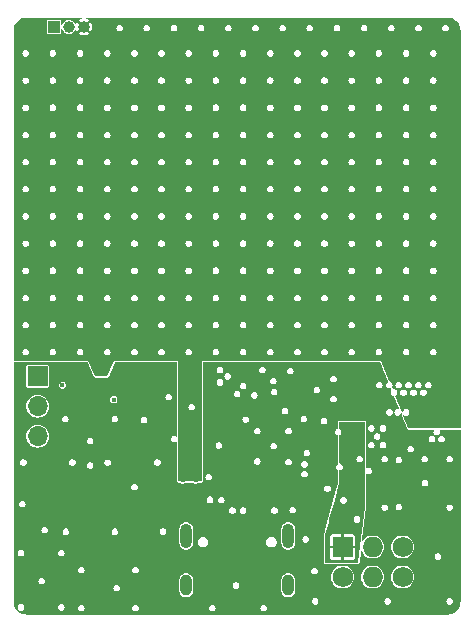
<source format=gbr>
%TF.GenerationSoftware,KiCad,Pcbnew,8.0.5*%
%TF.CreationDate,2024-10-02T01:05:19-07:00*%
%TF.ProjectId,badgesao,62616467-6573-4616-9f2e-6b696361645f,rev?*%
%TF.SameCoordinates,Original*%
%TF.FileFunction,Copper,L3,Inr*%
%TF.FilePolarity,Positive*%
%FSLAX46Y46*%
G04 Gerber Fmt 4.6, Leading zero omitted, Abs format (unit mm)*
G04 Created by KiCad (PCBNEW 8.0.5) date 2024-10-02 01:05:19*
%MOMM*%
%LPD*%
G01*
G04 APERTURE LIST*
G04 Aperture macros list*
%AMHorizOval*
0 Thick line with rounded ends*
0 $1 width*
0 $2 $3 position (X,Y) of the first rounded end (center of the circle)*
0 $4 $5 position (X,Y) of the second rounded end (center of the circle)*
0 Add line between two ends*
20,1,$1,$2,$3,$4,$5,0*
0 Add two circle primitives to create the rounded ends*
1,1,$1,$2,$3*
1,1,$1,$4,$5*%
G04 Aperture macros list end*
%TA.AperFunction,ComponentPad*%
%ADD10O,1.000000X2.100000*%
%TD*%
%TA.AperFunction,ComponentPad*%
%ADD11O,1.000000X1.800000*%
%TD*%
%TA.AperFunction,ComponentPad*%
%ADD12R,1.727200X1.727200*%
%TD*%
%TA.AperFunction,ComponentPad*%
%ADD13C,1.727200*%
%TD*%
%TA.AperFunction,ComponentPad*%
%ADD14O,1.727200X1.727200*%
%TD*%
%TA.AperFunction,ComponentPad*%
%ADD15R,1.700000X1.700000*%
%TD*%
%TA.AperFunction,ComponentPad*%
%ADD16O,1.700000X1.700000*%
%TD*%
%TA.AperFunction,ComponentPad*%
%ADD17R,1.000000X1.000000*%
%TD*%
%TA.AperFunction,ComponentPad*%
%ADD18HorizOval,1.000000X0.000000X0.000000X0.000000X0.000000X0*%
%TD*%
%TA.AperFunction,ViaPad*%
%ADD19C,0.400000*%
%TD*%
G04 APERTURE END LIST*
D10*
%TO.N,GND*%
%TO.C,J3*%
X122680000Y-94815000D03*
D11*
X122680000Y-98995000D03*
D10*
X131320000Y-94815000D03*
D11*
X131320000Y-98995000D03*
%TD*%
D12*
%TO.N,VCC*%
%TO.C,X1*%
X135920000Y-95750000D03*
D13*
%TO.N,GND*%
X135920000Y-98290000D03*
D14*
%TO.N,/I2C0_SDA*%
X138460000Y-95750000D03*
%TO.N,/I2C0_SCL*%
X138460000Y-98290000D03*
D13*
%TO.N,/UART0_RX_Z*%
X141000000Y-95750000D03*
%TO.N,/UART0_TX_Z*%
X141000000Y-98290000D03*
%TD*%
D15*
%TO.N,/SWCLK*%
%TO.C,J2*%
X110100000Y-81300000D03*
D16*
%TO.N,GND*%
X110100000Y-83840000D03*
%TO.N,/SWD*%
X110100000Y-86380000D03*
%TD*%
D17*
%TO.N,/Display/WS2812_LASTDOUT*%
%TO.C,J1*%
X111480000Y-51700000D03*
D18*
%TO.N,GND*%
X112750000Y-51700000D03*
%TO.N,+4V*%
X114020000Y-51700000D03*
%TD*%
D19*
%TO.N,GND*%
X112200000Y-82030000D03*
X116560000Y-83270000D03*
%TO.N,+4V*%
X131100000Y-73750000D03*
X143950000Y-82900000D03*
X135700000Y-64550000D03*
X117300000Y-57650000D03*
X144900000Y-62250000D03*
X112700000Y-57650000D03*
X138000000Y-55350000D03*
X126500000Y-62250000D03*
X124200000Y-64550000D03*
X144900000Y-78350000D03*
X131100000Y-57650000D03*
X128800000Y-73750000D03*
X115000000Y-62250000D03*
X121900000Y-57650000D03*
X121900000Y-73750000D03*
X124200000Y-53050000D03*
X112700000Y-71450000D03*
X131100000Y-76050000D03*
X138000000Y-57650000D03*
X126500000Y-64550000D03*
X142600000Y-78350000D03*
X112700000Y-59950000D03*
X140300000Y-71450000D03*
X131100000Y-66850000D03*
X119600000Y-76050000D03*
X142600000Y-55350000D03*
X142600000Y-62250000D03*
X124200000Y-62250000D03*
X145100000Y-82900000D03*
X126500000Y-66850000D03*
X133400000Y-73750000D03*
X123500000Y-89000000D03*
X115000000Y-69150000D03*
X115000000Y-55350000D03*
X141550000Y-51800000D03*
X144900000Y-71450000D03*
X144900000Y-73750000D03*
X144900000Y-76050000D03*
X138000000Y-69150000D03*
X140300000Y-53050000D03*
X138000000Y-53050000D03*
X142600000Y-57650000D03*
X144550000Y-82300000D03*
X124200000Y-55350000D03*
X142600000Y-76050000D03*
X121900000Y-53050000D03*
X124200000Y-69150000D03*
X121900000Y-78350000D03*
X119600000Y-55350000D03*
X139250000Y-51800000D03*
X124200000Y-57650000D03*
X126500000Y-76050000D03*
X124200000Y-76050000D03*
X123500000Y-90100000D03*
X117300000Y-69150000D03*
X124200000Y-66850000D03*
X117300000Y-76050000D03*
X133400000Y-71450000D03*
X115640000Y-80430000D03*
X134650000Y-51800000D03*
X130050000Y-51800000D03*
X110400000Y-66850000D03*
X124200000Y-71450000D03*
X126500000Y-71450000D03*
X117300000Y-62250000D03*
X140300000Y-66850000D03*
X123150000Y-51800000D03*
X121900000Y-55350000D03*
X138000000Y-71450000D03*
X112700000Y-55350000D03*
X119600000Y-53050000D03*
X140300000Y-62250000D03*
X135700000Y-59950000D03*
X115000000Y-78350000D03*
X131100000Y-78350000D03*
X128800000Y-57650000D03*
X110400000Y-71450000D03*
X131100000Y-71450000D03*
X133400000Y-64550000D03*
X132350000Y-51800000D03*
X133400000Y-53050000D03*
X110400000Y-55350000D03*
X135700000Y-76050000D03*
X140300000Y-69150000D03*
X110400000Y-69150000D03*
X115000000Y-71450000D03*
X115150000Y-81070000D03*
X138000000Y-62250000D03*
X135700000Y-62250000D03*
X115000000Y-66850000D03*
X121900000Y-76050000D03*
X133400000Y-62250000D03*
X135700000Y-78350000D03*
X144900000Y-55350000D03*
X112700000Y-73750000D03*
X143450000Y-85450000D03*
X144900000Y-59950000D03*
X144550000Y-83500000D03*
X119600000Y-73750000D03*
X142600000Y-69150000D03*
X117300000Y-53050000D03*
X126500000Y-55350000D03*
X124200000Y-78350000D03*
X140300000Y-76050000D03*
X128800000Y-53050000D03*
X126500000Y-69150000D03*
X119600000Y-57650000D03*
X131100000Y-62250000D03*
X142600000Y-73750000D03*
X115000000Y-57650000D03*
X127750000Y-51800000D03*
X131100000Y-69150000D03*
X121900000Y-62250000D03*
X112700000Y-69150000D03*
X133400000Y-59950000D03*
X126500000Y-59950000D03*
X133400000Y-78350000D03*
X110400000Y-59950000D03*
X122400000Y-89000000D03*
X112700000Y-76050000D03*
X117300000Y-66850000D03*
X133400000Y-69150000D03*
X131100000Y-55350000D03*
X144900000Y-69150000D03*
X115000000Y-76050000D03*
X131100000Y-59950000D03*
X115000000Y-64550000D03*
X124200000Y-59950000D03*
X119600000Y-69150000D03*
X140300000Y-57650000D03*
X119600000Y-66850000D03*
X135700000Y-57650000D03*
X138000000Y-76050000D03*
X122400000Y-90100000D03*
X110400000Y-73750000D03*
X119600000Y-78350000D03*
X142600000Y-53050000D03*
X144900000Y-64550000D03*
X135700000Y-73750000D03*
X128800000Y-66850000D03*
X143900000Y-84950000D03*
X122950000Y-89550000D03*
X117300000Y-71450000D03*
X121900000Y-59950000D03*
X128800000Y-59950000D03*
X112700000Y-78350000D03*
X128800000Y-62250000D03*
X128800000Y-76050000D03*
X142600000Y-64550000D03*
X110400000Y-64550000D03*
X135700000Y-55350000D03*
X121900000Y-64550000D03*
X118550000Y-51800000D03*
X110400000Y-76050000D03*
X131100000Y-53050000D03*
X128800000Y-55350000D03*
X121900000Y-71450000D03*
X138000000Y-73750000D03*
X144550000Y-82900000D03*
X144900000Y-53050000D03*
X117300000Y-55350000D03*
X140300000Y-73750000D03*
X142600000Y-66850000D03*
X144350000Y-85450000D03*
X110400000Y-53050000D03*
X110400000Y-57650000D03*
X140300000Y-59950000D03*
X115000000Y-73750000D03*
X126500000Y-78350000D03*
X121900000Y-66850000D03*
X135700000Y-69150000D03*
X138000000Y-59950000D03*
X140300000Y-55350000D03*
X135700000Y-53050000D03*
X133400000Y-57650000D03*
X110400000Y-78350000D03*
X138000000Y-66850000D03*
X120850000Y-51800000D03*
X144900000Y-66850000D03*
X128800000Y-78350000D03*
X142600000Y-59950000D03*
X112700000Y-62250000D03*
X128800000Y-64550000D03*
X135700000Y-66850000D03*
X138000000Y-78350000D03*
X116250000Y-51800000D03*
X135700000Y-71450000D03*
X115000000Y-59950000D03*
X110400000Y-62250000D03*
X138000000Y-64550000D03*
X133400000Y-66850000D03*
X119600000Y-71450000D03*
X117300000Y-78350000D03*
X112700000Y-64550000D03*
X119600000Y-59950000D03*
X128800000Y-71450000D03*
X119600000Y-64550000D03*
X143850000Y-51800000D03*
X126500000Y-73750000D03*
X136950000Y-51800000D03*
X140300000Y-64550000D03*
X133400000Y-55350000D03*
X115000000Y-53050000D03*
X112700000Y-53050000D03*
X126500000Y-53050000D03*
X117300000Y-59950000D03*
X112700000Y-66850000D03*
X125450000Y-51800000D03*
X121900000Y-69150000D03*
X131100000Y-64550000D03*
X124200000Y-73750000D03*
X140300000Y-78350000D03*
X142600000Y-71450000D03*
X126500000Y-57650000D03*
X117300000Y-73750000D03*
X128800000Y-69150000D03*
X133400000Y-76050000D03*
X117300000Y-64550000D03*
X144900000Y-57650000D03*
X119600000Y-62250000D03*
%TO.N,+3V3*%
X132800000Y-94300000D03*
X141200000Y-91150000D03*
X125440000Y-83810000D03*
X134750000Y-86000000D03*
X141250000Y-86250000D03*
X127500000Y-80450000D03*
X130150000Y-91850000D03*
X134650000Y-89900000D03*
X119400000Y-92450000D03*
X125450000Y-86300000D03*
X140600000Y-86250000D03*
X126510000Y-82130000D03*
X121640000Y-80400000D03*
X126600000Y-91850000D03*
X129250000Y-81700000D03*
X139900000Y-86250000D03*
X125400000Y-89800000D03*
%TO.N,VCC*%
X137400000Y-87100000D03*
X136450000Y-87100000D03*
X136450000Y-85700000D03*
X136900000Y-86400000D03*
X137400000Y-85700000D03*
%TD*%
%TA.AperFunction,Conductor*%
%TO.N,VCC*%
G36*
X137785648Y-85164352D02*
G01*
X137800000Y-85199000D01*
X137800000Y-92347170D01*
X137799675Y-92352806D01*
X137255021Y-97056636D01*
X137236779Y-97089404D01*
X137206346Y-97100000D01*
X134499000Y-97100000D01*
X134464352Y-97085648D01*
X134450000Y-97051000D01*
X134450000Y-94866705D01*
X134856400Y-94866705D01*
X134856400Y-95650000D01*
X135420874Y-95650000D01*
X135412000Y-95683120D01*
X135412000Y-95816880D01*
X135420874Y-95850000D01*
X134856400Y-95850000D01*
X134856400Y-96633294D01*
X134868004Y-96691636D01*
X134912207Y-96757792D01*
X134978363Y-96801995D01*
X135036705Y-96813600D01*
X135820000Y-96813600D01*
X135820000Y-96249125D01*
X135853120Y-96258000D01*
X135986880Y-96258000D01*
X136020000Y-96249125D01*
X136020000Y-96813600D01*
X136803295Y-96813600D01*
X136861636Y-96801995D01*
X136927792Y-96757792D01*
X136971995Y-96691636D01*
X136983600Y-96633294D01*
X136983600Y-95850000D01*
X136419126Y-95850000D01*
X136428000Y-95816880D01*
X136428000Y-95683120D01*
X136419126Y-95650000D01*
X136983600Y-95650000D01*
X136983600Y-94866705D01*
X136971995Y-94808363D01*
X136927792Y-94742207D01*
X136861636Y-94698004D01*
X136803295Y-94686400D01*
X136020000Y-94686400D01*
X136020000Y-95250874D01*
X135986880Y-95242000D01*
X135853120Y-95242000D01*
X135820000Y-95250874D01*
X135820000Y-94686400D01*
X135036705Y-94686400D01*
X134978363Y-94698004D01*
X134912207Y-94742207D01*
X134868004Y-94808363D01*
X134856400Y-94866705D01*
X134450000Y-94866705D01*
X134450000Y-94756560D01*
X134451727Y-94743667D01*
X134751628Y-93644030D01*
X134818182Y-93400000D01*
X136868219Y-93400000D01*
X136885212Y-93496376D01*
X136885214Y-93496381D01*
X136934141Y-93581123D01*
X136934142Y-93581124D01*
X136934143Y-93581125D01*
X137009109Y-93644030D01*
X137101069Y-93677500D01*
X137198931Y-93677500D01*
X137290891Y-93644030D01*
X137365857Y-93581125D01*
X137414788Y-93496375D01*
X137431781Y-93400000D01*
X137414788Y-93303625D01*
X137414787Y-93303623D01*
X137414785Y-93303618D01*
X137365858Y-93218876D01*
X137365854Y-93218873D01*
X137290891Y-93155970D01*
X137290890Y-93155969D01*
X137198931Y-93122500D01*
X137101069Y-93122500D01*
X137055089Y-93139235D01*
X137009109Y-93155970D01*
X136934143Y-93218873D01*
X136934141Y-93218876D01*
X136885214Y-93303618D01*
X136885212Y-93303623D01*
X136868219Y-93400000D01*
X134818182Y-93400000D01*
X135254545Y-91800000D01*
X135718219Y-91800000D01*
X135735212Y-91896376D01*
X135735214Y-91896381D01*
X135784141Y-91981123D01*
X135784142Y-91981124D01*
X135784143Y-91981125D01*
X135859109Y-92044030D01*
X135951069Y-92077500D01*
X136048931Y-92077500D01*
X136140891Y-92044030D01*
X136215857Y-91981125D01*
X136264788Y-91896375D01*
X136281781Y-91800000D01*
X136264788Y-91703625D01*
X136264787Y-91703623D01*
X136264785Y-91703618D01*
X136215858Y-91618876D01*
X136215854Y-91618873D01*
X136140891Y-91555970D01*
X136140890Y-91555969D01*
X136048931Y-91522500D01*
X135951069Y-91522500D01*
X135905089Y-91539235D01*
X135859109Y-91555970D01*
X135784143Y-91618873D01*
X135784141Y-91618876D01*
X135735214Y-91703618D01*
X135735212Y-91703623D01*
X135718219Y-91800000D01*
X135254545Y-91800000D01*
X135650000Y-90350000D01*
X135650000Y-89276500D01*
X135664352Y-89241852D01*
X135699000Y-89227500D01*
X135708931Y-89227500D01*
X135800891Y-89194030D01*
X135875857Y-89131125D01*
X135888089Y-89109937D01*
X135924785Y-89046381D01*
X135924787Y-89046376D01*
X135924788Y-89046375D01*
X135941781Y-88950000D01*
X135924788Y-88853625D01*
X135924787Y-88853623D01*
X135924785Y-88853618D01*
X135875858Y-88768876D01*
X135800890Y-88705969D01*
X135708931Y-88672500D01*
X135699000Y-88672500D01*
X135664352Y-88658148D01*
X135650000Y-88623500D01*
X135650000Y-88275000D01*
X137093219Y-88275000D01*
X137110212Y-88371376D01*
X137110214Y-88371381D01*
X137159141Y-88456123D01*
X137159142Y-88456124D01*
X137159143Y-88456125D01*
X137234109Y-88519030D01*
X137326069Y-88552500D01*
X137423931Y-88552500D01*
X137515891Y-88519030D01*
X137590857Y-88456125D01*
X137639788Y-88371375D01*
X137656781Y-88275000D01*
X137639788Y-88178625D01*
X137639787Y-88178623D01*
X137639785Y-88178618D01*
X137590858Y-88093876D01*
X137590854Y-88093873D01*
X137515891Y-88030970D01*
X137515890Y-88030969D01*
X137423931Y-87997500D01*
X137326069Y-87997500D01*
X137280089Y-88014235D01*
X137234109Y-88030970D01*
X137159143Y-88093873D01*
X137159141Y-88093876D01*
X137110214Y-88178618D01*
X137110212Y-88178623D01*
X137093219Y-88275000D01*
X135650000Y-88275000D01*
X135650000Y-86293222D01*
X135664352Y-86258574D01*
X135682240Y-86247178D01*
X135690891Y-86244030D01*
X135765857Y-86181125D01*
X135814788Y-86096375D01*
X135831781Y-86000000D01*
X135814788Y-85903625D01*
X135814787Y-85903623D01*
X135814785Y-85903618D01*
X135765858Y-85818876D01*
X135690890Y-85755969D01*
X135682239Y-85752820D01*
X135654590Y-85727482D01*
X135650000Y-85706776D01*
X135650000Y-85199000D01*
X135664352Y-85164352D01*
X135699000Y-85150000D01*
X137751000Y-85150000D01*
X137785648Y-85164352D01*
G37*
%TD.AperFunction*%
%TD*%
%TA.AperFunction,Conductor*%
%TO.N,+4V*%
G36*
X113860248Y-50941852D02*
G01*
X113874600Y-50976500D01*
X113860248Y-51011148D01*
X113837326Y-51024076D01*
X113769952Y-51040682D01*
X113619435Y-51119678D01*
X113599108Y-51137686D01*
X113599108Y-51137687D01*
X113871741Y-51410320D01*
X113820446Y-51439936D01*
X113759936Y-51500446D01*
X113730320Y-51551740D01*
X113459030Y-51280450D01*
X113459029Y-51280451D01*
X113395629Y-51372303D01*
X113395626Y-51372309D01*
X113377464Y-51420197D01*
X113351758Y-51447504D01*
X113314273Y-51448636D01*
X113286966Y-51422930D01*
X113286379Y-51421572D01*
X113275933Y-51396353D01*
X113179422Y-51270578D01*
X113053648Y-51174067D01*
X113053643Y-51174064D01*
X112907179Y-51113397D01*
X112750000Y-51092705D01*
X112592820Y-51113397D01*
X112446357Y-51174064D01*
X112446352Y-51174067D01*
X112320578Y-51270577D01*
X112320577Y-51270578D01*
X112224067Y-51396352D01*
X112224066Y-51396354D01*
X112176369Y-51511505D01*
X112149850Y-51538023D01*
X112112347Y-51538023D01*
X112085829Y-51511504D01*
X112082099Y-51492753D01*
X112082099Y-51189949D01*
X112082099Y-51189946D01*
X112076176Y-51160163D01*
X112071135Y-51152619D01*
X112053610Y-51126390D01*
X112053609Y-51126389D01*
X112019837Y-51103824D01*
X111990055Y-51097900D01*
X111990051Y-51097900D01*
X110969949Y-51097900D01*
X110969948Y-51097900D01*
X110969946Y-51097901D01*
X110950090Y-51101849D01*
X110940162Y-51103824D01*
X110940158Y-51103826D01*
X110906390Y-51126389D01*
X110898841Y-51137688D01*
X110883824Y-51160163D01*
X110877900Y-51189945D01*
X110877900Y-51189946D01*
X110877900Y-51189948D01*
X110877900Y-52210050D01*
X110877901Y-52210054D01*
X110883824Y-52239836D01*
X110883824Y-52239837D01*
X110883826Y-52239841D01*
X110898840Y-52262311D01*
X110906390Y-52273610D01*
X110940163Y-52296176D01*
X110969945Y-52302100D01*
X111990054Y-52302099D01*
X112019837Y-52296176D01*
X112053610Y-52273610D01*
X112076176Y-52239837D01*
X112082100Y-52210055D01*
X112082099Y-51907245D01*
X112096451Y-51872599D01*
X112131099Y-51858247D01*
X112165747Y-51872599D01*
X112176369Y-51888495D01*
X112213620Y-51978428D01*
X112224067Y-52003648D01*
X112320578Y-52129422D01*
X112446352Y-52225933D01*
X112446354Y-52225933D01*
X112446356Y-52225935D01*
X112577651Y-52280319D01*
X112592820Y-52286602D01*
X112750000Y-52307295D01*
X112907180Y-52286602D01*
X113053648Y-52225933D01*
X113179422Y-52129422D01*
X113275933Y-52003648D01*
X113286380Y-51978425D01*
X113312896Y-51951909D01*
X113350399Y-51951907D01*
X113376918Y-51978425D01*
X113377465Y-51979802D01*
X113395629Y-52027696D01*
X113459029Y-52119547D01*
X113459030Y-52119548D01*
X113730320Y-51848258D01*
X113759936Y-51899554D01*
X113820446Y-51960064D01*
X113871740Y-51989679D01*
X113599107Y-52262311D01*
X113599108Y-52262312D01*
X113619433Y-52280319D01*
X113619438Y-52280322D01*
X113769952Y-52359317D01*
X113935005Y-52400000D01*
X114104995Y-52400000D01*
X114270047Y-52359317D01*
X114420562Y-52280322D01*
X114420565Y-52280320D01*
X114440891Y-52262311D01*
X114168258Y-51989679D01*
X114219554Y-51960064D01*
X114280064Y-51899554D01*
X114309679Y-51848258D01*
X114580968Y-52119547D01*
X114580969Y-52119547D01*
X114644370Y-52027696D01*
X114704650Y-51868752D01*
X114712998Y-51800000D01*
X116768219Y-51800000D01*
X116785212Y-51896376D01*
X116785214Y-51896381D01*
X116834141Y-51981123D01*
X116834142Y-51981124D01*
X116834143Y-51981125D01*
X116909109Y-52044030D01*
X117001069Y-52077500D01*
X117098931Y-52077500D01*
X117190891Y-52044030D01*
X117265857Y-51981125D01*
X117314788Y-51896375D01*
X117331781Y-51800000D01*
X119068219Y-51800000D01*
X119085212Y-51896376D01*
X119085214Y-51896381D01*
X119134141Y-51981123D01*
X119134142Y-51981124D01*
X119134143Y-51981125D01*
X119209109Y-52044030D01*
X119301069Y-52077500D01*
X119398931Y-52077500D01*
X119490891Y-52044030D01*
X119565857Y-51981125D01*
X119614788Y-51896375D01*
X119631781Y-51800000D01*
X121368219Y-51800000D01*
X121385212Y-51896376D01*
X121385214Y-51896381D01*
X121434141Y-51981123D01*
X121434142Y-51981124D01*
X121434143Y-51981125D01*
X121509109Y-52044030D01*
X121601069Y-52077500D01*
X121698931Y-52077500D01*
X121790891Y-52044030D01*
X121865857Y-51981125D01*
X121914788Y-51896375D01*
X121931781Y-51800000D01*
X123668219Y-51800000D01*
X123685212Y-51896376D01*
X123685214Y-51896381D01*
X123734141Y-51981123D01*
X123734142Y-51981124D01*
X123734143Y-51981125D01*
X123809109Y-52044030D01*
X123901069Y-52077500D01*
X123998931Y-52077500D01*
X124090891Y-52044030D01*
X124165857Y-51981125D01*
X124214788Y-51896375D01*
X124231781Y-51800000D01*
X125968219Y-51800000D01*
X125985212Y-51896376D01*
X125985214Y-51896381D01*
X126034141Y-51981123D01*
X126034142Y-51981124D01*
X126034143Y-51981125D01*
X126109109Y-52044030D01*
X126201069Y-52077500D01*
X126298931Y-52077500D01*
X126390891Y-52044030D01*
X126465857Y-51981125D01*
X126514788Y-51896375D01*
X126531781Y-51800000D01*
X128268219Y-51800000D01*
X128285212Y-51896376D01*
X128285214Y-51896381D01*
X128334141Y-51981123D01*
X128334142Y-51981124D01*
X128334143Y-51981125D01*
X128409109Y-52044030D01*
X128501069Y-52077500D01*
X128598931Y-52077500D01*
X128690891Y-52044030D01*
X128765857Y-51981125D01*
X128814788Y-51896375D01*
X128831781Y-51800000D01*
X130568219Y-51800000D01*
X130585212Y-51896376D01*
X130585214Y-51896381D01*
X130634141Y-51981123D01*
X130634142Y-51981124D01*
X130634143Y-51981125D01*
X130709109Y-52044030D01*
X130801069Y-52077500D01*
X130898931Y-52077500D01*
X130990891Y-52044030D01*
X131065857Y-51981125D01*
X131114788Y-51896375D01*
X131131781Y-51800000D01*
X132868219Y-51800000D01*
X132885212Y-51896376D01*
X132885214Y-51896381D01*
X132934141Y-51981123D01*
X132934142Y-51981124D01*
X132934143Y-51981125D01*
X133009109Y-52044030D01*
X133101069Y-52077500D01*
X133198931Y-52077500D01*
X133290891Y-52044030D01*
X133365857Y-51981125D01*
X133414788Y-51896375D01*
X133431781Y-51800000D01*
X135168219Y-51800000D01*
X135185212Y-51896376D01*
X135185214Y-51896381D01*
X135234141Y-51981123D01*
X135234142Y-51981124D01*
X135234143Y-51981125D01*
X135309109Y-52044030D01*
X135401069Y-52077500D01*
X135498931Y-52077500D01*
X135590891Y-52044030D01*
X135665857Y-51981125D01*
X135714788Y-51896375D01*
X135731781Y-51800000D01*
X137468219Y-51800000D01*
X137485212Y-51896376D01*
X137485214Y-51896381D01*
X137534141Y-51981123D01*
X137534142Y-51981124D01*
X137534143Y-51981125D01*
X137609109Y-52044030D01*
X137701069Y-52077500D01*
X137798931Y-52077500D01*
X137890891Y-52044030D01*
X137965857Y-51981125D01*
X138014788Y-51896375D01*
X138031781Y-51800000D01*
X139768219Y-51800000D01*
X139785212Y-51896376D01*
X139785214Y-51896381D01*
X139834141Y-51981123D01*
X139834142Y-51981124D01*
X139834143Y-51981125D01*
X139909109Y-52044030D01*
X140001069Y-52077500D01*
X140098931Y-52077500D01*
X140190891Y-52044030D01*
X140265857Y-51981125D01*
X140314788Y-51896375D01*
X140331781Y-51800000D01*
X142068219Y-51800000D01*
X142085212Y-51896376D01*
X142085214Y-51896381D01*
X142134141Y-51981123D01*
X142134142Y-51981124D01*
X142134143Y-51981125D01*
X142209109Y-52044030D01*
X142301069Y-52077500D01*
X142398931Y-52077500D01*
X142490891Y-52044030D01*
X142565857Y-51981125D01*
X142614788Y-51896375D01*
X142631781Y-51800000D01*
X144368219Y-51800000D01*
X144385212Y-51896376D01*
X144385214Y-51896381D01*
X144434141Y-51981123D01*
X144434142Y-51981124D01*
X144434143Y-51981125D01*
X144509109Y-52044030D01*
X144601069Y-52077500D01*
X144698931Y-52077500D01*
X144790891Y-52044030D01*
X144865857Y-51981125D01*
X144914788Y-51896375D01*
X144931781Y-51800000D01*
X144914788Y-51703625D01*
X144914787Y-51703623D01*
X144914785Y-51703618D01*
X144865858Y-51618876D01*
X144865854Y-51618873D01*
X144790891Y-51555970D01*
X144790890Y-51555969D01*
X144698931Y-51522500D01*
X144601069Y-51522500D01*
X144555089Y-51539235D01*
X144509109Y-51555970D01*
X144434143Y-51618873D01*
X144434141Y-51618876D01*
X144385214Y-51703618D01*
X144385212Y-51703623D01*
X144368219Y-51800000D01*
X142631781Y-51800000D01*
X142614788Y-51703625D01*
X142614787Y-51703623D01*
X142614785Y-51703618D01*
X142565858Y-51618876D01*
X142565854Y-51618873D01*
X142490891Y-51555970D01*
X142490890Y-51555969D01*
X142398931Y-51522500D01*
X142301069Y-51522500D01*
X142255089Y-51539235D01*
X142209109Y-51555970D01*
X142134143Y-51618873D01*
X142134141Y-51618876D01*
X142085214Y-51703618D01*
X142085212Y-51703623D01*
X142068219Y-51800000D01*
X140331781Y-51800000D01*
X140314788Y-51703625D01*
X140314787Y-51703623D01*
X140314785Y-51703618D01*
X140265858Y-51618876D01*
X140265854Y-51618873D01*
X140190891Y-51555970D01*
X140190890Y-51555969D01*
X140098931Y-51522500D01*
X140001069Y-51522500D01*
X139955089Y-51539235D01*
X139909109Y-51555970D01*
X139834143Y-51618873D01*
X139834141Y-51618876D01*
X139785214Y-51703618D01*
X139785212Y-51703623D01*
X139768219Y-51800000D01*
X138031781Y-51800000D01*
X138014788Y-51703625D01*
X138014787Y-51703623D01*
X138014785Y-51703618D01*
X137965858Y-51618876D01*
X137965854Y-51618873D01*
X137890891Y-51555970D01*
X137890890Y-51555969D01*
X137798931Y-51522500D01*
X137701069Y-51522500D01*
X137655089Y-51539235D01*
X137609109Y-51555970D01*
X137534143Y-51618873D01*
X137534141Y-51618876D01*
X137485214Y-51703618D01*
X137485212Y-51703623D01*
X137468219Y-51800000D01*
X135731781Y-51800000D01*
X135714788Y-51703625D01*
X135714787Y-51703623D01*
X135714785Y-51703618D01*
X135665858Y-51618876D01*
X135665854Y-51618873D01*
X135590891Y-51555970D01*
X135590890Y-51555969D01*
X135498931Y-51522500D01*
X135401069Y-51522500D01*
X135355089Y-51539235D01*
X135309109Y-51555970D01*
X135234143Y-51618873D01*
X135234141Y-51618876D01*
X135185214Y-51703618D01*
X135185212Y-51703623D01*
X135168219Y-51800000D01*
X133431781Y-51800000D01*
X133414788Y-51703625D01*
X133414787Y-51703623D01*
X133414785Y-51703618D01*
X133365858Y-51618876D01*
X133365854Y-51618873D01*
X133290891Y-51555970D01*
X133290890Y-51555969D01*
X133198931Y-51522500D01*
X133101069Y-51522500D01*
X133055089Y-51539235D01*
X133009109Y-51555970D01*
X132934143Y-51618873D01*
X132934141Y-51618876D01*
X132885214Y-51703618D01*
X132885212Y-51703623D01*
X132868219Y-51800000D01*
X131131781Y-51800000D01*
X131114788Y-51703625D01*
X131114787Y-51703623D01*
X131114785Y-51703618D01*
X131065858Y-51618876D01*
X131065854Y-51618873D01*
X130990891Y-51555970D01*
X130990890Y-51555969D01*
X130898931Y-51522500D01*
X130801069Y-51522500D01*
X130755089Y-51539235D01*
X130709109Y-51555970D01*
X130634143Y-51618873D01*
X130634141Y-51618876D01*
X130585214Y-51703618D01*
X130585212Y-51703623D01*
X130568219Y-51800000D01*
X128831781Y-51800000D01*
X128814788Y-51703625D01*
X128814787Y-51703623D01*
X128814785Y-51703618D01*
X128765858Y-51618876D01*
X128765854Y-51618873D01*
X128690891Y-51555970D01*
X128690890Y-51555969D01*
X128598931Y-51522500D01*
X128501069Y-51522500D01*
X128455089Y-51539235D01*
X128409109Y-51555970D01*
X128334143Y-51618873D01*
X128334141Y-51618876D01*
X128285214Y-51703618D01*
X128285212Y-51703623D01*
X128268219Y-51800000D01*
X126531781Y-51800000D01*
X126514788Y-51703625D01*
X126514787Y-51703623D01*
X126514785Y-51703618D01*
X126465858Y-51618876D01*
X126465854Y-51618873D01*
X126390891Y-51555970D01*
X126390890Y-51555969D01*
X126298931Y-51522500D01*
X126201069Y-51522500D01*
X126155089Y-51539235D01*
X126109109Y-51555970D01*
X126034143Y-51618873D01*
X126034141Y-51618876D01*
X125985214Y-51703618D01*
X125985212Y-51703623D01*
X125968219Y-51800000D01*
X124231781Y-51800000D01*
X124214788Y-51703625D01*
X124214787Y-51703623D01*
X124214785Y-51703618D01*
X124165858Y-51618876D01*
X124165854Y-51618873D01*
X124090891Y-51555970D01*
X124090890Y-51555969D01*
X123998931Y-51522500D01*
X123901069Y-51522500D01*
X123855089Y-51539235D01*
X123809109Y-51555970D01*
X123734143Y-51618873D01*
X123734141Y-51618876D01*
X123685214Y-51703618D01*
X123685212Y-51703623D01*
X123668219Y-51800000D01*
X121931781Y-51800000D01*
X121914788Y-51703625D01*
X121914787Y-51703623D01*
X121914785Y-51703618D01*
X121865858Y-51618876D01*
X121865854Y-51618873D01*
X121790891Y-51555970D01*
X121790890Y-51555969D01*
X121698931Y-51522500D01*
X121601069Y-51522500D01*
X121555089Y-51539235D01*
X121509109Y-51555970D01*
X121434143Y-51618873D01*
X121434141Y-51618876D01*
X121385214Y-51703618D01*
X121385212Y-51703623D01*
X121368219Y-51800000D01*
X119631781Y-51800000D01*
X119614788Y-51703625D01*
X119614787Y-51703623D01*
X119614785Y-51703618D01*
X119565858Y-51618876D01*
X119565854Y-51618873D01*
X119490891Y-51555970D01*
X119490890Y-51555969D01*
X119398931Y-51522500D01*
X119301069Y-51522500D01*
X119255089Y-51539235D01*
X119209109Y-51555970D01*
X119134143Y-51618873D01*
X119134141Y-51618876D01*
X119085214Y-51703618D01*
X119085212Y-51703623D01*
X119068219Y-51800000D01*
X117331781Y-51800000D01*
X117314788Y-51703625D01*
X117314787Y-51703623D01*
X117314785Y-51703618D01*
X117265858Y-51618876D01*
X117265854Y-51618873D01*
X117190891Y-51555970D01*
X117190890Y-51555969D01*
X117098931Y-51522500D01*
X117001069Y-51522500D01*
X116955089Y-51539235D01*
X116909109Y-51555970D01*
X116834143Y-51618873D01*
X116834141Y-51618876D01*
X116785214Y-51703618D01*
X116785212Y-51703623D01*
X116768219Y-51800000D01*
X114712998Y-51800000D01*
X114725140Y-51700000D01*
X114704650Y-51531247D01*
X114644370Y-51372303D01*
X114580969Y-51280451D01*
X114580968Y-51280450D01*
X114309678Y-51551740D01*
X114280064Y-51500446D01*
X114219554Y-51439936D01*
X114168258Y-51410320D01*
X114440890Y-51137688D01*
X114440890Y-51137686D01*
X114420566Y-51119680D01*
X114420561Y-51119677D01*
X114270047Y-51040682D01*
X114202674Y-51024076D01*
X114172467Y-51001850D01*
X114166824Y-50964774D01*
X114189050Y-50934567D01*
X114214400Y-50927500D01*
X144770899Y-50927500D01*
X144797855Y-50927500D01*
X144802125Y-50927686D01*
X144823763Y-50929579D01*
X144990660Y-50944180D01*
X144999057Y-50945661D01*
X145179777Y-50994085D01*
X145187800Y-50997005D01*
X145357373Y-51076078D01*
X145364756Y-51080341D01*
X145518016Y-51187655D01*
X145524559Y-51193145D01*
X145656854Y-51325440D01*
X145662344Y-51331983D01*
X145769656Y-51485240D01*
X145773923Y-51492630D01*
X145787852Y-51522500D01*
X145852993Y-51662197D01*
X145855914Y-51670223D01*
X145904336Y-51850934D01*
X145905820Y-51859345D01*
X145922314Y-52047873D01*
X145922500Y-52052144D01*
X145922500Y-85651000D01*
X145908148Y-85685648D01*
X145873500Y-85700000D01*
X141533067Y-85700000D01*
X141498419Y-85685648D01*
X141487627Y-85669336D01*
X141073258Y-84642422D01*
X141073602Y-84604920D01*
X141100362Y-84578646D01*
X141137864Y-84578990D01*
X141150196Y-84586551D01*
X141159109Y-84594030D01*
X141251069Y-84627500D01*
X141348931Y-84627500D01*
X141440891Y-84594030D01*
X141515857Y-84531125D01*
X141564788Y-84446375D01*
X141581781Y-84350000D01*
X141564788Y-84253625D01*
X141564787Y-84253623D01*
X141564785Y-84253618D01*
X141515858Y-84168876D01*
X141515854Y-84168873D01*
X141440891Y-84105970D01*
X141440890Y-84105969D01*
X141348931Y-84072500D01*
X141251069Y-84072500D01*
X141227372Y-84081125D01*
X141159109Y-84105970D01*
X141084143Y-84168873D01*
X141084141Y-84168876D01*
X141035214Y-84253618D01*
X141035212Y-84253624D01*
X141028773Y-84290146D01*
X141008622Y-84321776D01*
X140972008Y-84329893D01*
X140940378Y-84309742D01*
X140935077Y-84299973D01*
X140398831Y-82971016D01*
X140399175Y-82933514D01*
X140417448Y-82912873D01*
X140417207Y-82912586D01*
X140419136Y-82910966D01*
X140419781Y-82910239D01*
X140420485Y-82909832D01*
X140420491Y-82909830D01*
X140495457Y-82846925D01*
X140538427Y-82772500D01*
X140544385Y-82762181D01*
X140544387Y-82762176D01*
X140544388Y-82762175D01*
X140561381Y-82665800D01*
X140810619Y-82665800D01*
X140827612Y-82762176D01*
X140827614Y-82762181D01*
X140876541Y-82846923D01*
X140876542Y-82846924D01*
X140876543Y-82846925D01*
X140951509Y-82909830D01*
X141043469Y-82943300D01*
X141141331Y-82943300D01*
X141233291Y-82909830D01*
X141308257Y-82846925D01*
X141351227Y-82772500D01*
X141357185Y-82762181D01*
X141357187Y-82762176D01*
X141357188Y-82762175D01*
X141374181Y-82665800D01*
X141648819Y-82665800D01*
X141665812Y-82762176D01*
X141665814Y-82762181D01*
X141714741Y-82846923D01*
X141714742Y-82846924D01*
X141714743Y-82846925D01*
X141789709Y-82909830D01*
X141881669Y-82943300D01*
X141979531Y-82943300D01*
X142071491Y-82909830D01*
X142146457Y-82846925D01*
X142189427Y-82772500D01*
X142195385Y-82762181D01*
X142195387Y-82762176D01*
X142195388Y-82762175D01*
X142212381Y-82665800D01*
X142487019Y-82665800D01*
X142504012Y-82762176D01*
X142504014Y-82762181D01*
X142552941Y-82846923D01*
X142552942Y-82846924D01*
X142552943Y-82846925D01*
X142627909Y-82909830D01*
X142719869Y-82943300D01*
X142817731Y-82943300D01*
X142909691Y-82909830D01*
X142984657Y-82846925D01*
X143027627Y-82772500D01*
X143033585Y-82762181D01*
X143033587Y-82762176D01*
X143033588Y-82762175D01*
X143050581Y-82665800D01*
X143033588Y-82569425D01*
X143033587Y-82569423D01*
X143033585Y-82569418D01*
X142984658Y-82484676D01*
X142984654Y-82484673D01*
X142909691Y-82421770D01*
X142909690Y-82421769D01*
X142817731Y-82388300D01*
X142719869Y-82388300D01*
X142699642Y-82395662D01*
X142627909Y-82421770D01*
X142552943Y-82484673D01*
X142552941Y-82484676D01*
X142504014Y-82569418D01*
X142504012Y-82569423D01*
X142487019Y-82665800D01*
X142212381Y-82665800D01*
X142195388Y-82569425D01*
X142195387Y-82569423D01*
X142195385Y-82569418D01*
X142146458Y-82484676D01*
X142146454Y-82484673D01*
X142071491Y-82421770D01*
X142071490Y-82421769D01*
X141979531Y-82388300D01*
X141881669Y-82388300D01*
X141861442Y-82395662D01*
X141789709Y-82421770D01*
X141714743Y-82484673D01*
X141714741Y-82484676D01*
X141665814Y-82569418D01*
X141665812Y-82569423D01*
X141648819Y-82665800D01*
X141374181Y-82665800D01*
X141357188Y-82569425D01*
X141357187Y-82569423D01*
X141357185Y-82569418D01*
X141308258Y-82484676D01*
X141308254Y-82484673D01*
X141233291Y-82421770D01*
X141233290Y-82421769D01*
X141141331Y-82388300D01*
X141043469Y-82388300D01*
X141023242Y-82395662D01*
X140951509Y-82421770D01*
X140876543Y-82484673D01*
X140876541Y-82484676D01*
X140827614Y-82569418D01*
X140827612Y-82569423D01*
X140810619Y-82665800D01*
X140561381Y-82665800D01*
X140544388Y-82569425D01*
X140544387Y-82569423D01*
X140544385Y-82569418D01*
X140495458Y-82484676D01*
X140495454Y-82484673D01*
X140420491Y-82421770D01*
X140420490Y-82421769D01*
X140328531Y-82388300D01*
X140230669Y-82388300D01*
X140216756Y-82393363D01*
X140179289Y-82391725D01*
X140154562Y-82365654D01*
X140094006Y-82215580D01*
X140094350Y-82178082D01*
X140097005Y-82172757D01*
X140137988Y-82101775D01*
X140154981Y-82005400D01*
X140404219Y-82005400D01*
X140421212Y-82101776D01*
X140421214Y-82101781D01*
X140470141Y-82186523D01*
X140470142Y-82186524D01*
X140470143Y-82186525D01*
X140545109Y-82249430D01*
X140637069Y-82282900D01*
X140734931Y-82282900D01*
X140826891Y-82249430D01*
X140901857Y-82186525D01*
X140950788Y-82101775D01*
X140963302Y-82030800D01*
X141217019Y-82030800D01*
X141234012Y-82127176D01*
X141234014Y-82127181D01*
X141282941Y-82211923D01*
X141282942Y-82211924D01*
X141282943Y-82211925D01*
X141357909Y-82274830D01*
X141449869Y-82308300D01*
X141547731Y-82308300D01*
X141639691Y-82274830D01*
X141714657Y-82211925D01*
X141729323Y-82186523D01*
X141763585Y-82127181D01*
X141763587Y-82127176D01*
X141763588Y-82127175D01*
X141780581Y-82030800D01*
X142055219Y-82030800D01*
X142072212Y-82127176D01*
X142072214Y-82127181D01*
X142121141Y-82211923D01*
X142121142Y-82211924D01*
X142121143Y-82211925D01*
X142196109Y-82274830D01*
X142288069Y-82308300D01*
X142385931Y-82308300D01*
X142477891Y-82274830D01*
X142552857Y-82211925D01*
X142567523Y-82186523D01*
X142601785Y-82127181D01*
X142601787Y-82127176D01*
X142601788Y-82127175D01*
X142618781Y-82030800D01*
X142893419Y-82030800D01*
X142910412Y-82127176D01*
X142910414Y-82127181D01*
X142959341Y-82211923D01*
X142959342Y-82211924D01*
X142959343Y-82211925D01*
X143034309Y-82274830D01*
X143126269Y-82308300D01*
X143224131Y-82308300D01*
X143316091Y-82274830D01*
X143391057Y-82211925D01*
X143405723Y-82186523D01*
X143439985Y-82127181D01*
X143439987Y-82127176D01*
X143439988Y-82127175D01*
X143456981Y-82030800D01*
X143439988Y-81934425D01*
X143439987Y-81934423D01*
X143439985Y-81934418D01*
X143391058Y-81849676D01*
X143391054Y-81849673D01*
X143316091Y-81786770D01*
X143316090Y-81786769D01*
X143224131Y-81753300D01*
X143126269Y-81753300D01*
X143104097Y-81761370D01*
X143034309Y-81786770D01*
X142959343Y-81849673D01*
X142959341Y-81849676D01*
X142910414Y-81934418D01*
X142910412Y-81934423D01*
X142893419Y-82030800D01*
X142618781Y-82030800D01*
X142601788Y-81934425D01*
X142601787Y-81934423D01*
X142601785Y-81934418D01*
X142552858Y-81849676D01*
X142552854Y-81849673D01*
X142477891Y-81786770D01*
X142477890Y-81786769D01*
X142385931Y-81753300D01*
X142288069Y-81753300D01*
X142265897Y-81761370D01*
X142196109Y-81786770D01*
X142121143Y-81849673D01*
X142121141Y-81849676D01*
X142072214Y-81934418D01*
X142072212Y-81934423D01*
X142055219Y-82030800D01*
X141780581Y-82030800D01*
X141763588Y-81934425D01*
X141763587Y-81934423D01*
X141763585Y-81934418D01*
X141714658Y-81849676D01*
X141714654Y-81849673D01*
X141639691Y-81786770D01*
X141639690Y-81786769D01*
X141547731Y-81753300D01*
X141449869Y-81753300D01*
X141427697Y-81761370D01*
X141357909Y-81786770D01*
X141282943Y-81849673D01*
X141282941Y-81849676D01*
X141234014Y-81934418D01*
X141234012Y-81934423D01*
X141217019Y-82030800D01*
X140963302Y-82030800D01*
X140967781Y-82005400D01*
X140950788Y-81909025D01*
X140950787Y-81909023D01*
X140950785Y-81909018D01*
X140901858Y-81824276D01*
X140901854Y-81824273D01*
X140826891Y-81761370D01*
X140826890Y-81761369D01*
X140734931Y-81727900D01*
X140637069Y-81727900D01*
X140591089Y-81744635D01*
X140545109Y-81761370D01*
X140470143Y-81824273D01*
X140470141Y-81824276D01*
X140421214Y-81909018D01*
X140421212Y-81909023D01*
X140404219Y-82005400D01*
X140154981Y-82005400D01*
X140137988Y-81909025D01*
X140137987Y-81909023D01*
X140137985Y-81909018D01*
X140089058Y-81824276D01*
X140089054Y-81824273D01*
X140014091Y-81761370D01*
X140014090Y-81761369D01*
X139922130Y-81727899D01*
X139922075Y-81727890D01*
X139922037Y-81727865D01*
X139918103Y-81726434D01*
X139918420Y-81725561D01*
X139890446Y-81707738D01*
X139885146Y-81697971D01*
X139200000Y-80000000D01*
X124000000Y-80000000D01*
X124000000Y-90151000D01*
X123985648Y-90185648D01*
X123951000Y-90200000D01*
X122049000Y-90200000D01*
X122014352Y-90185648D01*
X122000000Y-90151000D01*
X122000000Y-83900000D01*
X122868219Y-83900000D01*
X122885212Y-83996376D01*
X122885214Y-83996381D01*
X122934141Y-84081123D01*
X122934142Y-84081124D01*
X122934143Y-84081125D01*
X123009109Y-84144030D01*
X123101069Y-84177500D01*
X123198931Y-84177500D01*
X123290891Y-84144030D01*
X123365857Y-84081125D01*
X123408549Y-84007182D01*
X123414785Y-83996381D01*
X123414787Y-83996376D01*
X123414788Y-83996375D01*
X123431781Y-83900000D01*
X123414788Y-83803625D01*
X123414787Y-83803623D01*
X123414785Y-83803618D01*
X123365858Y-83718876D01*
X123365854Y-83718873D01*
X123290891Y-83655970D01*
X123290890Y-83655969D01*
X123198931Y-83622500D01*
X123101069Y-83622500D01*
X123055089Y-83639235D01*
X123009109Y-83655970D01*
X122934143Y-83718873D01*
X122934141Y-83718876D01*
X122885214Y-83803618D01*
X122885212Y-83803623D01*
X122868219Y-83900000D01*
X122000000Y-83900000D01*
X122000000Y-80000000D01*
X116600000Y-80000000D01*
X116013138Y-81271534D01*
X115985588Y-81296979D01*
X115968648Y-81300000D01*
X115031352Y-81300000D01*
X114996704Y-81285648D01*
X114986862Y-81271534D01*
X114400000Y-80000000D01*
X108126500Y-80000000D01*
X108091852Y-79985648D01*
X108077500Y-79951000D01*
X108077500Y-79250000D01*
X108818219Y-79250000D01*
X108835212Y-79346376D01*
X108835214Y-79346381D01*
X108884141Y-79431123D01*
X108884142Y-79431124D01*
X108884143Y-79431125D01*
X108959109Y-79494030D01*
X109051069Y-79527500D01*
X109148931Y-79527500D01*
X109240891Y-79494030D01*
X109315857Y-79431125D01*
X109364788Y-79346375D01*
X109381781Y-79250000D01*
X111118219Y-79250000D01*
X111135212Y-79346376D01*
X111135214Y-79346381D01*
X111184141Y-79431123D01*
X111184142Y-79431124D01*
X111184143Y-79431125D01*
X111259109Y-79494030D01*
X111351069Y-79527500D01*
X111448931Y-79527500D01*
X111540891Y-79494030D01*
X111615857Y-79431125D01*
X111664788Y-79346375D01*
X111681781Y-79250000D01*
X113418219Y-79250000D01*
X113435212Y-79346376D01*
X113435214Y-79346381D01*
X113484141Y-79431123D01*
X113484142Y-79431124D01*
X113484143Y-79431125D01*
X113559109Y-79494030D01*
X113651069Y-79527500D01*
X113748931Y-79527500D01*
X113840891Y-79494030D01*
X113915857Y-79431125D01*
X113964788Y-79346375D01*
X113981781Y-79250000D01*
X115718219Y-79250000D01*
X115735212Y-79346376D01*
X115735214Y-79346381D01*
X115784141Y-79431123D01*
X115784142Y-79431124D01*
X115784143Y-79431125D01*
X115859109Y-79494030D01*
X115951069Y-79527500D01*
X116048931Y-79527500D01*
X116140891Y-79494030D01*
X116215857Y-79431125D01*
X116264788Y-79346375D01*
X116281781Y-79250000D01*
X118018219Y-79250000D01*
X118035212Y-79346376D01*
X118035214Y-79346381D01*
X118084141Y-79431123D01*
X118084142Y-79431124D01*
X118084143Y-79431125D01*
X118159109Y-79494030D01*
X118251069Y-79527500D01*
X118348931Y-79527500D01*
X118440891Y-79494030D01*
X118515857Y-79431125D01*
X118564788Y-79346375D01*
X118581781Y-79250000D01*
X120318219Y-79250000D01*
X120335212Y-79346376D01*
X120335214Y-79346381D01*
X120384141Y-79431123D01*
X120384142Y-79431124D01*
X120384143Y-79431125D01*
X120459109Y-79494030D01*
X120551069Y-79527500D01*
X120648931Y-79527500D01*
X120740891Y-79494030D01*
X120815857Y-79431125D01*
X120864788Y-79346375D01*
X120881781Y-79250000D01*
X122618219Y-79250000D01*
X122635212Y-79346376D01*
X122635214Y-79346381D01*
X122684141Y-79431123D01*
X122684142Y-79431124D01*
X122684143Y-79431125D01*
X122759109Y-79494030D01*
X122851069Y-79527500D01*
X122948931Y-79527500D01*
X123040891Y-79494030D01*
X123115857Y-79431125D01*
X123164788Y-79346375D01*
X123181781Y-79250000D01*
X124918219Y-79250000D01*
X124935212Y-79346376D01*
X124935214Y-79346381D01*
X124984141Y-79431123D01*
X124984142Y-79431124D01*
X124984143Y-79431125D01*
X125059109Y-79494030D01*
X125151069Y-79527500D01*
X125248931Y-79527500D01*
X125340891Y-79494030D01*
X125415857Y-79431125D01*
X125464788Y-79346375D01*
X125481781Y-79250000D01*
X127218219Y-79250000D01*
X127235212Y-79346376D01*
X127235214Y-79346381D01*
X127284141Y-79431123D01*
X127284142Y-79431124D01*
X127284143Y-79431125D01*
X127359109Y-79494030D01*
X127451069Y-79527500D01*
X127548931Y-79527500D01*
X127640891Y-79494030D01*
X127715857Y-79431125D01*
X127764788Y-79346375D01*
X127781781Y-79250000D01*
X129518219Y-79250000D01*
X129535212Y-79346376D01*
X129535214Y-79346381D01*
X129584141Y-79431123D01*
X129584142Y-79431124D01*
X129584143Y-79431125D01*
X129659109Y-79494030D01*
X129751069Y-79527500D01*
X129848931Y-79527500D01*
X129940891Y-79494030D01*
X130015857Y-79431125D01*
X130064788Y-79346375D01*
X130081781Y-79250000D01*
X131818219Y-79250000D01*
X131835212Y-79346376D01*
X131835214Y-79346381D01*
X131884141Y-79431123D01*
X131884142Y-79431124D01*
X131884143Y-79431125D01*
X131959109Y-79494030D01*
X132051069Y-79527500D01*
X132148931Y-79527500D01*
X132240891Y-79494030D01*
X132315857Y-79431125D01*
X132364788Y-79346375D01*
X132381781Y-79250000D01*
X134118219Y-79250000D01*
X134135212Y-79346376D01*
X134135214Y-79346381D01*
X134184141Y-79431123D01*
X134184142Y-79431124D01*
X134184143Y-79431125D01*
X134259109Y-79494030D01*
X134351069Y-79527500D01*
X134448931Y-79527500D01*
X134540891Y-79494030D01*
X134615857Y-79431125D01*
X134664788Y-79346375D01*
X134681781Y-79250000D01*
X136418219Y-79250000D01*
X136435212Y-79346376D01*
X136435214Y-79346381D01*
X136484141Y-79431123D01*
X136484142Y-79431124D01*
X136484143Y-79431125D01*
X136559109Y-79494030D01*
X136651069Y-79527500D01*
X136748931Y-79527500D01*
X136840891Y-79494030D01*
X136915857Y-79431125D01*
X136964788Y-79346375D01*
X136981781Y-79250000D01*
X138718219Y-79250000D01*
X138735212Y-79346376D01*
X138735214Y-79346381D01*
X138784141Y-79431123D01*
X138784142Y-79431124D01*
X138784143Y-79431125D01*
X138859109Y-79494030D01*
X138951069Y-79527500D01*
X139048931Y-79527500D01*
X139140891Y-79494030D01*
X139215857Y-79431125D01*
X139264788Y-79346375D01*
X139281781Y-79250000D01*
X141018219Y-79250000D01*
X141035212Y-79346376D01*
X141035214Y-79346381D01*
X141084141Y-79431123D01*
X141084142Y-79431124D01*
X141084143Y-79431125D01*
X141159109Y-79494030D01*
X141251069Y-79527500D01*
X141348931Y-79527500D01*
X141440891Y-79494030D01*
X141515857Y-79431125D01*
X141564788Y-79346375D01*
X141581781Y-79250000D01*
X143318219Y-79250000D01*
X143335212Y-79346376D01*
X143335214Y-79346381D01*
X143384141Y-79431123D01*
X143384142Y-79431124D01*
X143384143Y-79431125D01*
X143459109Y-79494030D01*
X143551069Y-79527500D01*
X143648931Y-79527500D01*
X143740891Y-79494030D01*
X143815857Y-79431125D01*
X143864788Y-79346375D01*
X143881781Y-79250000D01*
X143864788Y-79153625D01*
X143864787Y-79153623D01*
X143864785Y-79153618D01*
X143815858Y-79068876D01*
X143815854Y-79068873D01*
X143740891Y-79005970D01*
X143740890Y-79005969D01*
X143648931Y-78972500D01*
X143551069Y-78972500D01*
X143505089Y-78989235D01*
X143459109Y-79005970D01*
X143384143Y-79068873D01*
X143384141Y-79068876D01*
X143335214Y-79153618D01*
X143335212Y-79153623D01*
X143318219Y-79250000D01*
X141581781Y-79250000D01*
X141564788Y-79153625D01*
X141564787Y-79153623D01*
X141564785Y-79153618D01*
X141515858Y-79068876D01*
X141515854Y-79068873D01*
X141440891Y-79005970D01*
X141440890Y-79005969D01*
X141348931Y-78972500D01*
X141251069Y-78972500D01*
X141205089Y-78989235D01*
X141159109Y-79005970D01*
X141084143Y-79068873D01*
X141084141Y-79068876D01*
X141035214Y-79153618D01*
X141035212Y-79153623D01*
X141018219Y-79250000D01*
X139281781Y-79250000D01*
X139264788Y-79153625D01*
X139264787Y-79153623D01*
X139264785Y-79153618D01*
X139215858Y-79068876D01*
X139215854Y-79068873D01*
X139140891Y-79005970D01*
X139140890Y-79005969D01*
X139048931Y-78972500D01*
X138951069Y-78972500D01*
X138905089Y-78989235D01*
X138859109Y-79005970D01*
X138784143Y-79068873D01*
X138784141Y-79068876D01*
X138735214Y-79153618D01*
X138735212Y-79153623D01*
X138718219Y-79250000D01*
X136981781Y-79250000D01*
X136964788Y-79153625D01*
X136964787Y-79153623D01*
X136964785Y-79153618D01*
X136915858Y-79068876D01*
X136915854Y-79068873D01*
X136840891Y-79005970D01*
X136840890Y-79005969D01*
X136748931Y-78972500D01*
X136651069Y-78972500D01*
X136605089Y-78989235D01*
X136559109Y-79005970D01*
X136484143Y-79068873D01*
X136484141Y-79068876D01*
X136435214Y-79153618D01*
X136435212Y-79153623D01*
X136418219Y-79250000D01*
X134681781Y-79250000D01*
X134664788Y-79153625D01*
X134664787Y-79153623D01*
X134664785Y-79153618D01*
X134615858Y-79068876D01*
X134615854Y-79068873D01*
X134540891Y-79005970D01*
X134540890Y-79005969D01*
X134448931Y-78972500D01*
X134351069Y-78972500D01*
X134305089Y-78989235D01*
X134259109Y-79005970D01*
X134184143Y-79068873D01*
X134184141Y-79068876D01*
X134135214Y-79153618D01*
X134135212Y-79153623D01*
X134118219Y-79250000D01*
X132381781Y-79250000D01*
X132364788Y-79153625D01*
X132364787Y-79153623D01*
X132364785Y-79153618D01*
X132315858Y-79068876D01*
X132315854Y-79068873D01*
X132240891Y-79005970D01*
X132240890Y-79005969D01*
X132148931Y-78972500D01*
X132051069Y-78972500D01*
X132005089Y-78989235D01*
X131959109Y-79005970D01*
X131884143Y-79068873D01*
X131884141Y-79068876D01*
X131835214Y-79153618D01*
X131835212Y-79153623D01*
X131818219Y-79250000D01*
X130081781Y-79250000D01*
X130064788Y-79153625D01*
X130064787Y-79153623D01*
X130064785Y-79153618D01*
X130015858Y-79068876D01*
X130015854Y-79068873D01*
X129940891Y-79005970D01*
X129940890Y-79005969D01*
X129848931Y-78972500D01*
X129751069Y-78972500D01*
X129705089Y-78989235D01*
X129659109Y-79005970D01*
X129584143Y-79068873D01*
X129584141Y-79068876D01*
X129535214Y-79153618D01*
X129535212Y-79153623D01*
X129518219Y-79250000D01*
X127781781Y-79250000D01*
X127764788Y-79153625D01*
X127764787Y-79153623D01*
X127764785Y-79153618D01*
X127715858Y-79068876D01*
X127715854Y-79068873D01*
X127640891Y-79005970D01*
X127640890Y-79005969D01*
X127548931Y-78972500D01*
X127451069Y-78972500D01*
X127405089Y-78989235D01*
X127359109Y-79005970D01*
X127284143Y-79068873D01*
X127284141Y-79068876D01*
X127235214Y-79153618D01*
X127235212Y-79153623D01*
X127218219Y-79250000D01*
X125481781Y-79250000D01*
X125464788Y-79153625D01*
X125464787Y-79153623D01*
X125464785Y-79153618D01*
X125415858Y-79068876D01*
X125415854Y-79068873D01*
X125340891Y-79005970D01*
X125340890Y-79005969D01*
X125248931Y-78972500D01*
X125151069Y-78972500D01*
X125105089Y-78989235D01*
X125059109Y-79005970D01*
X124984143Y-79068873D01*
X124984141Y-79068876D01*
X124935214Y-79153618D01*
X124935212Y-79153623D01*
X124918219Y-79250000D01*
X123181781Y-79250000D01*
X123164788Y-79153625D01*
X123164787Y-79153623D01*
X123164785Y-79153618D01*
X123115858Y-79068876D01*
X123115854Y-79068873D01*
X123040891Y-79005970D01*
X123040890Y-79005969D01*
X122948931Y-78972500D01*
X122851069Y-78972500D01*
X122805089Y-78989235D01*
X122759109Y-79005970D01*
X122684143Y-79068873D01*
X122684141Y-79068876D01*
X122635214Y-79153618D01*
X122635212Y-79153623D01*
X122618219Y-79250000D01*
X120881781Y-79250000D01*
X120864788Y-79153625D01*
X120864787Y-79153623D01*
X120864785Y-79153618D01*
X120815858Y-79068876D01*
X120815854Y-79068873D01*
X120740891Y-79005970D01*
X120740890Y-79005969D01*
X120648931Y-78972500D01*
X120551069Y-78972500D01*
X120505089Y-78989235D01*
X120459109Y-79005970D01*
X120384143Y-79068873D01*
X120384141Y-79068876D01*
X120335214Y-79153618D01*
X120335212Y-79153623D01*
X120318219Y-79250000D01*
X118581781Y-79250000D01*
X118564788Y-79153625D01*
X118564787Y-79153623D01*
X118564785Y-79153618D01*
X118515858Y-79068876D01*
X118515854Y-79068873D01*
X118440891Y-79005970D01*
X118440890Y-79005969D01*
X118348931Y-78972500D01*
X118251069Y-78972500D01*
X118205089Y-78989235D01*
X118159109Y-79005970D01*
X118084143Y-79068873D01*
X118084141Y-79068876D01*
X118035214Y-79153618D01*
X118035212Y-79153623D01*
X118018219Y-79250000D01*
X116281781Y-79250000D01*
X116264788Y-79153625D01*
X116264787Y-79153623D01*
X116264785Y-79153618D01*
X116215858Y-79068876D01*
X116215854Y-79068873D01*
X116140891Y-79005970D01*
X116140890Y-79005969D01*
X116048931Y-78972500D01*
X115951069Y-78972500D01*
X115905089Y-78989235D01*
X115859109Y-79005970D01*
X115784143Y-79068873D01*
X115784141Y-79068876D01*
X115735214Y-79153618D01*
X115735212Y-79153623D01*
X115718219Y-79250000D01*
X113981781Y-79250000D01*
X113964788Y-79153625D01*
X113964787Y-79153623D01*
X113964785Y-79153618D01*
X113915858Y-79068876D01*
X113915854Y-79068873D01*
X113840891Y-79005970D01*
X113840890Y-79005969D01*
X113748931Y-78972500D01*
X113651069Y-78972500D01*
X113605089Y-78989235D01*
X113559109Y-79005970D01*
X113484143Y-79068873D01*
X113484141Y-79068876D01*
X113435214Y-79153618D01*
X113435212Y-79153623D01*
X113418219Y-79250000D01*
X111681781Y-79250000D01*
X111664788Y-79153625D01*
X111664787Y-79153623D01*
X111664785Y-79153618D01*
X111615858Y-79068876D01*
X111615854Y-79068873D01*
X111540891Y-79005970D01*
X111540890Y-79005969D01*
X111448931Y-78972500D01*
X111351069Y-78972500D01*
X111305089Y-78989235D01*
X111259109Y-79005970D01*
X111184143Y-79068873D01*
X111184141Y-79068876D01*
X111135214Y-79153618D01*
X111135212Y-79153623D01*
X111118219Y-79250000D01*
X109381781Y-79250000D01*
X109364788Y-79153625D01*
X109364787Y-79153623D01*
X109364785Y-79153618D01*
X109315858Y-79068876D01*
X109315854Y-79068873D01*
X109240891Y-79005970D01*
X109240890Y-79005969D01*
X109148931Y-78972500D01*
X109051069Y-78972500D01*
X109005089Y-78989235D01*
X108959109Y-79005970D01*
X108884143Y-79068873D01*
X108884141Y-79068876D01*
X108835214Y-79153618D01*
X108835212Y-79153623D01*
X108818219Y-79250000D01*
X108077500Y-79250000D01*
X108077500Y-76950000D01*
X108818219Y-76950000D01*
X108835212Y-77046376D01*
X108835214Y-77046381D01*
X108884141Y-77131123D01*
X108884142Y-77131124D01*
X108884143Y-77131125D01*
X108959109Y-77194030D01*
X109051069Y-77227500D01*
X109148931Y-77227500D01*
X109240891Y-77194030D01*
X109315857Y-77131125D01*
X109364788Y-77046375D01*
X109381781Y-76950000D01*
X111118219Y-76950000D01*
X111135212Y-77046376D01*
X111135214Y-77046381D01*
X111184141Y-77131123D01*
X111184142Y-77131124D01*
X111184143Y-77131125D01*
X111259109Y-77194030D01*
X111351069Y-77227500D01*
X111448931Y-77227500D01*
X111540891Y-77194030D01*
X111615857Y-77131125D01*
X111664788Y-77046375D01*
X111681781Y-76950000D01*
X113418219Y-76950000D01*
X113435212Y-77046376D01*
X113435214Y-77046381D01*
X113484141Y-77131123D01*
X113484142Y-77131124D01*
X113484143Y-77131125D01*
X113559109Y-77194030D01*
X113651069Y-77227500D01*
X113748931Y-77227500D01*
X113840891Y-77194030D01*
X113915857Y-77131125D01*
X113964788Y-77046375D01*
X113981781Y-76950000D01*
X115718219Y-76950000D01*
X115735212Y-77046376D01*
X115735214Y-77046381D01*
X115784141Y-77131123D01*
X115784142Y-77131124D01*
X115784143Y-77131125D01*
X115859109Y-77194030D01*
X115951069Y-77227500D01*
X116048931Y-77227500D01*
X116140891Y-77194030D01*
X116215857Y-77131125D01*
X116264788Y-77046375D01*
X116281781Y-76950000D01*
X118018219Y-76950000D01*
X118035212Y-77046376D01*
X118035214Y-77046381D01*
X118084141Y-77131123D01*
X118084142Y-77131124D01*
X118084143Y-77131125D01*
X118159109Y-77194030D01*
X118251069Y-77227500D01*
X118348931Y-77227500D01*
X118440891Y-77194030D01*
X118515857Y-77131125D01*
X118564788Y-77046375D01*
X118581781Y-76950000D01*
X120318219Y-76950000D01*
X120335212Y-77046376D01*
X120335214Y-77046381D01*
X120384141Y-77131123D01*
X120384142Y-77131124D01*
X120384143Y-77131125D01*
X120459109Y-77194030D01*
X120551069Y-77227500D01*
X120648931Y-77227500D01*
X120740891Y-77194030D01*
X120815857Y-77131125D01*
X120864788Y-77046375D01*
X120881781Y-76950000D01*
X122618219Y-76950000D01*
X122635212Y-77046376D01*
X122635214Y-77046381D01*
X122684141Y-77131123D01*
X122684142Y-77131124D01*
X122684143Y-77131125D01*
X122759109Y-77194030D01*
X122851069Y-77227500D01*
X122948931Y-77227500D01*
X123040891Y-77194030D01*
X123115857Y-77131125D01*
X123164788Y-77046375D01*
X123181781Y-76950000D01*
X124918219Y-76950000D01*
X124935212Y-77046376D01*
X124935214Y-77046381D01*
X124984141Y-77131123D01*
X124984142Y-77131124D01*
X124984143Y-77131125D01*
X125059109Y-77194030D01*
X125151069Y-77227500D01*
X125248931Y-77227500D01*
X125340891Y-77194030D01*
X125415857Y-77131125D01*
X125464788Y-77046375D01*
X125481781Y-76950000D01*
X127218219Y-76950000D01*
X127235212Y-77046376D01*
X127235214Y-77046381D01*
X127284141Y-77131123D01*
X127284142Y-77131124D01*
X127284143Y-77131125D01*
X127359109Y-77194030D01*
X127451069Y-77227500D01*
X127548931Y-77227500D01*
X127640891Y-77194030D01*
X127715857Y-77131125D01*
X127764788Y-77046375D01*
X127781781Y-76950000D01*
X129518219Y-76950000D01*
X129535212Y-77046376D01*
X129535214Y-77046381D01*
X129584141Y-77131123D01*
X129584142Y-77131124D01*
X129584143Y-77131125D01*
X129659109Y-77194030D01*
X129751069Y-77227500D01*
X129848931Y-77227500D01*
X129940891Y-77194030D01*
X130015857Y-77131125D01*
X130064788Y-77046375D01*
X130081781Y-76950000D01*
X131818219Y-76950000D01*
X131835212Y-77046376D01*
X131835214Y-77046381D01*
X131884141Y-77131123D01*
X131884142Y-77131124D01*
X131884143Y-77131125D01*
X131959109Y-77194030D01*
X132051069Y-77227500D01*
X132148931Y-77227500D01*
X132240891Y-77194030D01*
X132315857Y-77131125D01*
X132364788Y-77046375D01*
X132381781Y-76950000D01*
X134118219Y-76950000D01*
X134135212Y-77046376D01*
X134135214Y-77046381D01*
X134184141Y-77131123D01*
X134184142Y-77131124D01*
X134184143Y-77131125D01*
X134259109Y-77194030D01*
X134351069Y-77227500D01*
X134448931Y-77227500D01*
X134540891Y-77194030D01*
X134615857Y-77131125D01*
X134664788Y-77046375D01*
X134681781Y-76950000D01*
X136418219Y-76950000D01*
X136435212Y-77046376D01*
X136435214Y-77046381D01*
X136484141Y-77131123D01*
X136484142Y-77131124D01*
X136484143Y-77131125D01*
X136559109Y-77194030D01*
X136651069Y-77227500D01*
X136748931Y-77227500D01*
X136840891Y-77194030D01*
X136915857Y-77131125D01*
X136964788Y-77046375D01*
X136981781Y-76950000D01*
X138718219Y-76950000D01*
X138735212Y-77046376D01*
X138735214Y-77046381D01*
X138784141Y-77131123D01*
X138784142Y-77131124D01*
X138784143Y-77131125D01*
X138859109Y-77194030D01*
X138951069Y-77227500D01*
X139048931Y-77227500D01*
X139140891Y-77194030D01*
X139215857Y-77131125D01*
X139264788Y-77046375D01*
X139281781Y-76950000D01*
X141018219Y-76950000D01*
X141035212Y-77046376D01*
X141035214Y-77046381D01*
X141084141Y-77131123D01*
X141084142Y-77131124D01*
X141084143Y-77131125D01*
X141159109Y-77194030D01*
X141251069Y-77227500D01*
X141348931Y-77227500D01*
X141440891Y-77194030D01*
X141515857Y-77131125D01*
X141564788Y-77046375D01*
X141581781Y-76950000D01*
X143318219Y-76950000D01*
X143335212Y-77046376D01*
X143335214Y-77046381D01*
X143384141Y-77131123D01*
X143384142Y-77131124D01*
X143384143Y-77131125D01*
X143459109Y-77194030D01*
X143551069Y-77227500D01*
X143648931Y-77227500D01*
X143740891Y-77194030D01*
X143815857Y-77131125D01*
X143864788Y-77046375D01*
X143881781Y-76950000D01*
X143864788Y-76853625D01*
X143864787Y-76853623D01*
X143864785Y-76853618D01*
X143815858Y-76768876D01*
X143815854Y-76768873D01*
X143740891Y-76705970D01*
X143740890Y-76705969D01*
X143648931Y-76672500D01*
X143551069Y-76672500D01*
X143505089Y-76689235D01*
X143459109Y-76705970D01*
X143384143Y-76768873D01*
X143384141Y-76768876D01*
X143335214Y-76853618D01*
X143335212Y-76853623D01*
X143318219Y-76950000D01*
X141581781Y-76950000D01*
X141564788Y-76853625D01*
X141564787Y-76853623D01*
X141564785Y-76853618D01*
X141515858Y-76768876D01*
X141515854Y-76768873D01*
X141440891Y-76705970D01*
X141440890Y-76705969D01*
X141348931Y-76672500D01*
X141251069Y-76672500D01*
X141205089Y-76689235D01*
X141159109Y-76705970D01*
X141084143Y-76768873D01*
X141084141Y-76768876D01*
X141035214Y-76853618D01*
X141035212Y-76853623D01*
X141018219Y-76950000D01*
X139281781Y-76950000D01*
X139264788Y-76853625D01*
X139264787Y-76853623D01*
X139264785Y-76853618D01*
X139215858Y-76768876D01*
X139215854Y-76768873D01*
X139140891Y-76705970D01*
X139140890Y-76705969D01*
X139048931Y-76672500D01*
X138951069Y-76672500D01*
X138905089Y-76689235D01*
X138859109Y-76705970D01*
X138784143Y-76768873D01*
X138784141Y-76768876D01*
X138735214Y-76853618D01*
X138735212Y-76853623D01*
X138718219Y-76950000D01*
X136981781Y-76950000D01*
X136964788Y-76853625D01*
X136964787Y-76853623D01*
X136964785Y-76853618D01*
X136915858Y-76768876D01*
X136915854Y-76768873D01*
X136840891Y-76705970D01*
X136840890Y-76705969D01*
X136748931Y-76672500D01*
X136651069Y-76672500D01*
X136605089Y-76689235D01*
X136559109Y-76705970D01*
X136484143Y-76768873D01*
X136484141Y-76768876D01*
X136435214Y-76853618D01*
X136435212Y-76853623D01*
X136418219Y-76950000D01*
X134681781Y-76950000D01*
X134664788Y-76853625D01*
X134664787Y-76853623D01*
X134664785Y-76853618D01*
X134615858Y-76768876D01*
X134615854Y-76768873D01*
X134540891Y-76705970D01*
X134540890Y-76705969D01*
X134448931Y-76672500D01*
X134351069Y-76672500D01*
X134305089Y-76689235D01*
X134259109Y-76705970D01*
X134184143Y-76768873D01*
X134184141Y-76768876D01*
X134135214Y-76853618D01*
X134135212Y-76853623D01*
X134118219Y-76950000D01*
X132381781Y-76950000D01*
X132364788Y-76853625D01*
X132364787Y-76853623D01*
X132364785Y-76853618D01*
X132315858Y-76768876D01*
X132315854Y-76768873D01*
X132240891Y-76705970D01*
X132240890Y-76705969D01*
X132148931Y-76672500D01*
X132051069Y-76672500D01*
X132005089Y-76689235D01*
X131959109Y-76705970D01*
X131884143Y-76768873D01*
X131884141Y-76768876D01*
X131835214Y-76853618D01*
X131835212Y-76853623D01*
X131818219Y-76950000D01*
X130081781Y-76950000D01*
X130064788Y-76853625D01*
X130064787Y-76853623D01*
X130064785Y-76853618D01*
X130015858Y-76768876D01*
X130015854Y-76768873D01*
X129940891Y-76705970D01*
X129940890Y-76705969D01*
X129848931Y-76672500D01*
X129751069Y-76672500D01*
X129705089Y-76689235D01*
X129659109Y-76705970D01*
X129584143Y-76768873D01*
X129584141Y-76768876D01*
X129535214Y-76853618D01*
X129535212Y-76853623D01*
X129518219Y-76950000D01*
X127781781Y-76950000D01*
X127764788Y-76853625D01*
X127764787Y-76853623D01*
X127764785Y-76853618D01*
X127715858Y-76768876D01*
X127715854Y-76768873D01*
X127640891Y-76705970D01*
X127640890Y-76705969D01*
X127548931Y-76672500D01*
X127451069Y-76672500D01*
X127405089Y-76689235D01*
X127359109Y-76705970D01*
X127284143Y-76768873D01*
X127284141Y-76768876D01*
X127235214Y-76853618D01*
X127235212Y-76853623D01*
X127218219Y-76950000D01*
X125481781Y-76950000D01*
X125464788Y-76853625D01*
X125464787Y-76853623D01*
X125464785Y-76853618D01*
X125415858Y-76768876D01*
X125415854Y-76768873D01*
X125340891Y-76705970D01*
X125340890Y-76705969D01*
X125248931Y-76672500D01*
X125151069Y-76672500D01*
X125105089Y-76689235D01*
X125059109Y-76705970D01*
X124984143Y-76768873D01*
X124984141Y-76768876D01*
X124935214Y-76853618D01*
X124935212Y-76853623D01*
X124918219Y-76950000D01*
X123181781Y-76950000D01*
X123164788Y-76853625D01*
X123164787Y-76853623D01*
X123164785Y-76853618D01*
X123115858Y-76768876D01*
X123115854Y-76768873D01*
X123040891Y-76705970D01*
X123040890Y-76705969D01*
X122948931Y-76672500D01*
X122851069Y-76672500D01*
X122805089Y-76689235D01*
X122759109Y-76705970D01*
X122684143Y-76768873D01*
X122684141Y-76768876D01*
X122635214Y-76853618D01*
X122635212Y-76853623D01*
X122618219Y-76950000D01*
X120881781Y-76950000D01*
X120864788Y-76853625D01*
X120864787Y-76853623D01*
X120864785Y-76853618D01*
X120815858Y-76768876D01*
X120815854Y-76768873D01*
X120740891Y-76705970D01*
X120740890Y-76705969D01*
X120648931Y-76672500D01*
X120551069Y-76672500D01*
X120505089Y-76689235D01*
X120459109Y-76705970D01*
X120384143Y-76768873D01*
X120384141Y-76768876D01*
X120335214Y-76853618D01*
X120335212Y-76853623D01*
X120318219Y-76950000D01*
X118581781Y-76950000D01*
X118564788Y-76853625D01*
X118564787Y-76853623D01*
X118564785Y-76853618D01*
X118515858Y-76768876D01*
X118515854Y-76768873D01*
X118440891Y-76705970D01*
X118440890Y-76705969D01*
X118348931Y-76672500D01*
X118251069Y-76672500D01*
X118205089Y-76689235D01*
X118159109Y-76705970D01*
X118084143Y-76768873D01*
X118084141Y-76768876D01*
X118035214Y-76853618D01*
X118035212Y-76853623D01*
X118018219Y-76950000D01*
X116281781Y-76950000D01*
X116264788Y-76853625D01*
X116264787Y-76853623D01*
X116264785Y-76853618D01*
X116215858Y-76768876D01*
X116215854Y-76768873D01*
X116140891Y-76705970D01*
X116140890Y-76705969D01*
X116048931Y-76672500D01*
X115951069Y-76672500D01*
X115905089Y-76689235D01*
X115859109Y-76705970D01*
X115784143Y-76768873D01*
X115784141Y-76768876D01*
X115735214Y-76853618D01*
X115735212Y-76853623D01*
X115718219Y-76950000D01*
X113981781Y-76950000D01*
X113964788Y-76853625D01*
X113964787Y-76853623D01*
X113964785Y-76853618D01*
X113915858Y-76768876D01*
X113915854Y-76768873D01*
X113840891Y-76705970D01*
X113840890Y-76705969D01*
X113748931Y-76672500D01*
X113651069Y-76672500D01*
X113605089Y-76689235D01*
X113559109Y-76705970D01*
X113484143Y-76768873D01*
X113484141Y-76768876D01*
X113435214Y-76853618D01*
X113435212Y-76853623D01*
X113418219Y-76950000D01*
X111681781Y-76950000D01*
X111664788Y-76853625D01*
X111664787Y-76853623D01*
X111664785Y-76853618D01*
X111615858Y-76768876D01*
X111615854Y-76768873D01*
X111540891Y-76705970D01*
X111540890Y-76705969D01*
X111448931Y-76672500D01*
X111351069Y-76672500D01*
X111305089Y-76689235D01*
X111259109Y-76705970D01*
X111184143Y-76768873D01*
X111184141Y-76768876D01*
X111135214Y-76853618D01*
X111135212Y-76853623D01*
X111118219Y-76950000D01*
X109381781Y-76950000D01*
X109364788Y-76853625D01*
X109364787Y-76853623D01*
X109364785Y-76853618D01*
X109315858Y-76768876D01*
X109315854Y-76768873D01*
X109240891Y-76705970D01*
X109240890Y-76705969D01*
X109148931Y-76672500D01*
X109051069Y-76672500D01*
X109005089Y-76689235D01*
X108959109Y-76705970D01*
X108884143Y-76768873D01*
X108884141Y-76768876D01*
X108835214Y-76853618D01*
X108835212Y-76853623D01*
X108818219Y-76950000D01*
X108077500Y-76950000D01*
X108077500Y-74650000D01*
X108818219Y-74650000D01*
X108835212Y-74746376D01*
X108835214Y-74746381D01*
X108884141Y-74831123D01*
X108884142Y-74831124D01*
X108884143Y-74831125D01*
X108959109Y-74894030D01*
X109051069Y-74927500D01*
X109148931Y-74927500D01*
X109240891Y-74894030D01*
X109315857Y-74831125D01*
X109364788Y-74746375D01*
X109381781Y-74650000D01*
X111118219Y-74650000D01*
X111135212Y-74746376D01*
X111135214Y-74746381D01*
X111184141Y-74831123D01*
X111184142Y-74831124D01*
X111184143Y-74831125D01*
X111259109Y-74894030D01*
X111351069Y-74927500D01*
X111448931Y-74927500D01*
X111540891Y-74894030D01*
X111615857Y-74831125D01*
X111664788Y-74746375D01*
X111681781Y-74650000D01*
X113418219Y-74650000D01*
X113435212Y-74746376D01*
X113435214Y-74746381D01*
X113484141Y-74831123D01*
X113484142Y-74831124D01*
X113484143Y-74831125D01*
X113559109Y-74894030D01*
X113651069Y-74927500D01*
X113748931Y-74927500D01*
X113840891Y-74894030D01*
X113915857Y-74831125D01*
X113964788Y-74746375D01*
X113981781Y-74650000D01*
X115718219Y-74650000D01*
X115735212Y-74746376D01*
X115735214Y-74746381D01*
X115784141Y-74831123D01*
X115784142Y-74831124D01*
X115784143Y-74831125D01*
X115859109Y-74894030D01*
X115951069Y-74927500D01*
X116048931Y-74927500D01*
X116140891Y-74894030D01*
X116215857Y-74831125D01*
X116264788Y-74746375D01*
X116281781Y-74650000D01*
X118018219Y-74650000D01*
X118035212Y-74746376D01*
X118035214Y-74746381D01*
X118084141Y-74831123D01*
X118084142Y-74831124D01*
X118084143Y-74831125D01*
X118159109Y-74894030D01*
X118251069Y-74927500D01*
X118348931Y-74927500D01*
X118440891Y-74894030D01*
X118515857Y-74831125D01*
X118564788Y-74746375D01*
X118581781Y-74650000D01*
X120318219Y-74650000D01*
X120335212Y-74746376D01*
X120335214Y-74746381D01*
X120384141Y-74831123D01*
X120384142Y-74831124D01*
X120384143Y-74831125D01*
X120459109Y-74894030D01*
X120551069Y-74927500D01*
X120648931Y-74927500D01*
X120740891Y-74894030D01*
X120815857Y-74831125D01*
X120864788Y-74746375D01*
X120881781Y-74650000D01*
X122618219Y-74650000D01*
X122635212Y-74746376D01*
X122635214Y-74746381D01*
X122684141Y-74831123D01*
X122684142Y-74831124D01*
X122684143Y-74831125D01*
X122759109Y-74894030D01*
X122851069Y-74927500D01*
X122948931Y-74927500D01*
X123040891Y-74894030D01*
X123115857Y-74831125D01*
X123164788Y-74746375D01*
X123181781Y-74650000D01*
X124918219Y-74650000D01*
X124935212Y-74746376D01*
X124935214Y-74746381D01*
X124984141Y-74831123D01*
X124984142Y-74831124D01*
X124984143Y-74831125D01*
X125059109Y-74894030D01*
X125151069Y-74927500D01*
X125248931Y-74927500D01*
X125340891Y-74894030D01*
X125415857Y-74831125D01*
X125464788Y-74746375D01*
X125481781Y-74650000D01*
X127218219Y-74650000D01*
X127235212Y-74746376D01*
X127235214Y-74746381D01*
X127284141Y-74831123D01*
X127284142Y-74831124D01*
X127284143Y-74831125D01*
X127359109Y-74894030D01*
X127451069Y-74927500D01*
X127548931Y-74927500D01*
X127640891Y-74894030D01*
X127715857Y-74831125D01*
X127764788Y-74746375D01*
X127781781Y-74650000D01*
X129518219Y-74650000D01*
X129535212Y-74746376D01*
X129535214Y-74746381D01*
X129584141Y-74831123D01*
X129584142Y-74831124D01*
X129584143Y-74831125D01*
X129659109Y-74894030D01*
X129751069Y-74927500D01*
X129848931Y-74927500D01*
X129940891Y-74894030D01*
X130015857Y-74831125D01*
X130064788Y-74746375D01*
X130081781Y-74650000D01*
X131818219Y-74650000D01*
X131835212Y-74746376D01*
X131835214Y-74746381D01*
X131884141Y-74831123D01*
X131884142Y-74831124D01*
X131884143Y-74831125D01*
X131959109Y-74894030D01*
X132051069Y-74927500D01*
X132148931Y-74927500D01*
X132240891Y-74894030D01*
X132315857Y-74831125D01*
X132364788Y-74746375D01*
X132381781Y-74650000D01*
X134118219Y-74650000D01*
X134135212Y-74746376D01*
X134135214Y-74746381D01*
X134184141Y-74831123D01*
X134184142Y-74831124D01*
X134184143Y-74831125D01*
X134259109Y-74894030D01*
X134351069Y-74927500D01*
X134448931Y-74927500D01*
X134540891Y-74894030D01*
X134615857Y-74831125D01*
X134664788Y-74746375D01*
X134681781Y-74650000D01*
X136418219Y-74650000D01*
X136435212Y-74746376D01*
X136435214Y-74746381D01*
X136484141Y-74831123D01*
X136484142Y-74831124D01*
X136484143Y-74831125D01*
X136559109Y-74894030D01*
X136651069Y-74927500D01*
X136748931Y-74927500D01*
X136840891Y-74894030D01*
X136915857Y-74831125D01*
X136964788Y-74746375D01*
X136981781Y-74650000D01*
X138718219Y-74650000D01*
X138735212Y-74746376D01*
X138735214Y-74746381D01*
X138784141Y-74831123D01*
X138784142Y-74831124D01*
X138784143Y-74831125D01*
X138859109Y-74894030D01*
X138951069Y-74927500D01*
X139048931Y-74927500D01*
X139140891Y-74894030D01*
X139215857Y-74831125D01*
X139264788Y-74746375D01*
X139281781Y-74650000D01*
X141018219Y-74650000D01*
X141035212Y-74746376D01*
X141035214Y-74746381D01*
X141084141Y-74831123D01*
X141084142Y-74831124D01*
X141084143Y-74831125D01*
X141159109Y-74894030D01*
X141251069Y-74927500D01*
X141348931Y-74927500D01*
X141440891Y-74894030D01*
X141515857Y-74831125D01*
X141564788Y-74746375D01*
X141581781Y-74650000D01*
X143318219Y-74650000D01*
X143335212Y-74746376D01*
X143335214Y-74746381D01*
X143384141Y-74831123D01*
X143384142Y-74831124D01*
X143384143Y-74831125D01*
X143459109Y-74894030D01*
X143551069Y-74927500D01*
X143648931Y-74927500D01*
X143740891Y-74894030D01*
X143815857Y-74831125D01*
X143864788Y-74746375D01*
X143881781Y-74650000D01*
X143864788Y-74553625D01*
X143864787Y-74553623D01*
X143864785Y-74553618D01*
X143815858Y-74468876D01*
X143815854Y-74468873D01*
X143740891Y-74405970D01*
X143740890Y-74405969D01*
X143648931Y-74372500D01*
X143551069Y-74372500D01*
X143505089Y-74389235D01*
X143459109Y-74405970D01*
X143384143Y-74468873D01*
X143384141Y-74468876D01*
X143335214Y-74553618D01*
X143335212Y-74553623D01*
X143318219Y-74650000D01*
X141581781Y-74650000D01*
X141564788Y-74553625D01*
X141564787Y-74553623D01*
X141564785Y-74553618D01*
X141515858Y-74468876D01*
X141515854Y-74468873D01*
X141440891Y-74405970D01*
X141440890Y-74405969D01*
X141348931Y-74372500D01*
X141251069Y-74372500D01*
X141205089Y-74389235D01*
X141159109Y-74405970D01*
X141084143Y-74468873D01*
X141084141Y-74468876D01*
X141035214Y-74553618D01*
X141035212Y-74553623D01*
X141018219Y-74650000D01*
X139281781Y-74650000D01*
X139264788Y-74553625D01*
X139264787Y-74553623D01*
X139264785Y-74553618D01*
X139215858Y-74468876D01*
X139215854Y-74468873D01*
X139140891Y-74405970D01*
X139140890Y-74405969D01*
X139048931Y-74372500D01*
X138951069Y-74372500D01*
X138905089Y-74389235D01*
X138859109Y-74405970D01*
X138784143Y-74468873D01*
X138784141Y-74468876D01*
X138735214Y-74553618D01*
X138735212Y-74553623D01*
X138718219Y-74650000D01*
X136981781Y-74650000D01*
X136964788Y-74553625D01*
X136964787Y-74553623D01*
X136964785Y-74553618D01*
X136915858Y-74468876D01*
X136915854Y-74468873D01*
X136840891Y-74405970D01*
X136840890Y-74405969D01*
X136748931Y-74372500D01*
X136651069Y-74372500D01*
X136605089Y-74389235D01*
X136559109Y-74405970D01*
X136484143Y-74468873D01*
X136484141Y-74468876D01*
X136435214Y-74553618D01*
X136435212Y-74553623D01*
X136418219Y-74650000D01*
X134681781Y-74650000D01*
X134664788Y-74553625D01*
X134664787Y-74553623D01*
X134664785Y-74553618D01*
X134615858Y-74468876D01*
X134615854Y-74468873D01*
X134540891Y-74405970D01*
X134540890Y-74405969D01*
X134448931Y-74372500D01*
X134351069Y-74372500D01*
X134305089Y-74389235D01*
X134259109Y-74405970D01*
X134184143Y-74468873D01*
X134184141Y-74468876D01*
X134135214Y-74553618D01*
X134135212Y-74553623D01*
X134118219Y-74650000D01*
X132381781Y-74650000D01*
X132364788Y-74553625D01*
X132364787Y-74553623D01*
X132364785Y-74553618D01*
X132315858Y-74468876D01*
X132315854Y-74468873D01*
X132240891Y-74405970D01*
X132240890Y-74405969D01*
X132148931Y-74372500D01*
X132051069Y-74372500D01*
X132005089Y-74389235D01*
X131959109Y-74405970D01*
X131884143Y-74468873D01*
X131884141Y-74468876D01*
X131835214Y-74553618D01*
X131835212Y-74553623D01*
X131818219Y-74650000D01*
X130081781Y-74650000D01*
X130064788Y-74553625D01*
X130064787Y-74553623D01*
X130064785Y-74553618D01*
X130015858Y-74468876D01*
X130015854Y-74468873D01*
X129940891Y-74405970D01*
X129940890Y-74405969D01*
X129848931Y-74372500D01*
X129751069Y-74372500D01*
X129705089Y-74389235D01*
X129659109Y-74405970D01*
X129584143Y-74468873D01*
X129584141Y-74468876D01*
X129535214Y-74553618D01*
X129535212Y-74553623D01*
X129518219Y-74650000D01*
X127781781Y-74650000D01*
X127764788Y-74553625D01*
X127764787Y-74553623D01*
X127764785Y-74553618D01*
X127715858Y-74468876D01*
X127715854Y-74468873D01*
X127640891Y-74405970D01*
X127640890Y-74405969D01*
X127548931Y-74372500D01*
X127451069Y-74372500D01*
X127405089Y-74389235D01*
X127359109Y-74405970D01*
X127284143Y-74468873D01*
X127284141Y-74468876D01*
X127235214Y-74553618D01*
X127235212Y-74553623D01*
X127218219Y-74650000D01*
X125481781Y-74650000D01*
X125464788Y-74553625D01*
X125464787Y-74553623D01*
X125464785Y-74553618D01*
X125415858Y-74468876D01*
X125415854Y-74468873D01*
X125340891Y-74405970D01*
X125340890Y-74405969D01*
X125248931Y-74372500D01*
X125151069Y-74372500D01*
X125105089Y-74389235D01*
X125059109Y-74405970D01*
X124984143Y-74468873D01*
X124984141Y-74468876D01*
X124935214Y-74553618D01*
X124935212Y-74553623D01*
X124918219Y-74650000D01*
X123181781Y-74650000D01*
X123164788Y-74553625D01*
X123164787Y-74553623D01*
X123164785Y-74553618D01*
X123115858Y-74468876D01*
X123115854Y-74468873D01*
X123040891Y-74405970D01*
X123040890Y-74405969D01*
X122948931Y-74372500D01*
X122851069Y-74372500D01*
X122805089Y-74389235D01*
X122759109Y-74405970D01*
X122684143Y-74468873D01*
X122684141Y-74468876D01*
X122635214Y-74553618D01*
X122635212Y-74553623D01*
X122618219Y-74650000D01*
X120881781Y-74650000D01*
X120864788Y-74553625D01*
X120864787Y-74553623D01*
X120864785Y-74553618D01*
X120815858Y-74468876D01*
X120815854Y-74468873D01*
X120740891Y-74405970D01*
X120740890Y-74405969D01*
X120648931Y-74372500D01*
X120551069Y-74372500D01*
X120505089Y-74389235D01*
X120459109Y-74405970D01*
X120384143Y-74468873D01*
X120384141Y-74468876D01*
X120335214Y-74553618D01*
X120335212Y-74553623D01*
X120318219Y-74650000D01*
X118581781Y-74650000D01*
X118564788Y-74553625D01*
X118564787Y-74553623D01*
X118564785Y-74553618D01*
X118515858Y-74468876D01*
X118515854Y-74468873D01*
X118440891Y-74405970D01*
X118440890Y-74405969D01*
X118348931Y-74372500D01*
X118251069Y-74372500D01*
X118205089Y-74389235D01*
X118159109Y-74405970D01*
X118084143Y-74468873D01*
X118084141Y-74468876D01*
X118035214Y-74553618D01*
X118035212Y-74553623D01*
X118018219Y-74650000D01*
X116281781Y-74650000D01*
X116264788Y-74553625D01*
X116264787Y-74553623D01*
X116264785Y-74553618D01*
X116215858Y-74468876D01*
X116215854Y-74468873D01*
X116140891Y-74405970D01*
X116140890Y-74405969D01*
X116048931Y-74372500D01*
X115951069Y-74372500D01*
X115905089Y-74389235D01*
X115859109Y-74405970D01*
X115784143Y-74468873D01*
X115784141Y-74468876D01*
X115735214Y-74553618D01*
X115735212Y-74553623D01*
X115718219Y-74650000D01*
X113981781Y-74650000D01*
X113964788Y-74553625D01*
X113964787Y-74553623D01*
X113964785Y-74553618D01*
X113915858Y-74468876D01*
X113915854Y-74468873D01*
X113840891Y-74405970D01*
X113840890Y-74405969D01*
X113748931Y-74372500D01*
X113651069Y-74372500D01*
X113605089Y-74389235D01*
X113559109Y-74405970D01*
X113484143Y-74468873D01*
X113484141Y-74468876D01*
X113435214Y-74553618D01*
X113435212Y-74553623D01*
X113418219Y-74650000D01*
X111681781Y-74650000D01*
X111664788Y-74553625D01*
X111664787Y-74553623D01*
X111664785Y-74553618D01*
X111615858Y-74468876D01*
X111615854Y-74468873D01*
X111540891Y-74405970D01*
X111540890Y-74405969D01*
X111448931Y-74372500D01*
X111351069Y-74372500D01*
X111305089Y-74389235D01*
X111259109Y-74405970D01*
X111184143Y-74468873D01*
X111184141Y-74468876D01*
X111135214Y-74553618D01*
X111135212Y-74553623D01*
X111118219Y-74650000D01*
X109381781Y-74650000D01*
X109364788Y-74553625D01*
X109364787Y-74553623D01*
X109364785Y-74553618D01*
X109315858Y-74468876D01*
X109315854Y-74468873D01*
X109240891Y-74405970D01*
X109240890Y-74405969D01*
X109148931Y-74372500D01*
X109051069Y-74372500D01*
X109005089Y-74389235D01*
X108959109Y-74405970D01*
X108884143Y-74468873D01*
X108884141Y-74468876D01*
X108835214Y-74553618D01*
X108835212Y-74553623D01*
X108818219Y-74650000D01*
X108077500Y-74650000D01*
X108077500Y-72350000D01*
X108818219Y-72350000D01*
X108835212Y-72446376D01*
X108835214Y-72446381D01*
X108884141Y-72531123D01*
X108884142Y-72531124D01*
X108884143Y-72531125D01*
X108959109Y-72594030D01*
X109051069Y-72627500D01*
X109148931Y-72627500D01*
X109240891Y-72594030D01*
X109315857Y-72531125D01*
X109364788Y-72446375D01*
X109381781Y-72350000D01*
X111118219Y-72350000D01*
X111135212Y-72446376D01*
X111135214Y-72446381D01*
X111184141Y-72531123D01*
X111184142Y-72531124D01*
X111184143Y-72531125D01*
X111259109Y-72594030D01*
X111351069Y-72627500D01*
X111448931Y-72627500D01*
X111540891Y-72594030D01*
X111615857Y-72531125D01*
X111664788Y-72446375D01*
X111681781Y-72350000D01*
X113418219Y-72350000D01*
X113435212Y-72446376D01*
X113435214Y-72446381D01*
X113484141Y-72531123D01*
X113484142Y-72531124D01*
X113484143Y-72531125D01*
X113559109Y-72594030D01*
X113651069Y-72627500D01*
X113748931Y-72627500D01*
X113840891Y-72594030D01*
X113915857Y-72531125D01*
X113964788Y-72446375D01*
X113981781Y-72350000D01*
X115718219Y-72350000D01*
X115735212Y-72446376D01*
X115735214Y-72446381D01*
X115784141Y-72531123D01*
X115784142Y-72531124D01*
X115784143Y-72531125D01*
X115859109Y-72594030D01*
X115951069Y-72627500D01*
X116048931Y-72627500D01*
X116140891Y-72594030D01*
X116215857Y-72531125D01*
X116264788Y-72446375D01*
X116281781Y-72350000D01*
X118018219Y-72350000D01*
X118035212Y-72446376D01*
X118035214Y-72446381D01*
X118084141Y-72531123D01*
X118084142Y-72531124D01*
X118084143Y-72531125D01*
X118159109Y-72594030D01*
X118251069Y-72627500D01*
X118348931Y-72627500D01*
X118440891Y-72594030D01*
X118515857Y-72531125D01*
X118564788Y-72446375D01*
X118581781Y-72350000D01*
X120318219Y-72350000D01*
X120335212Y-72446376D01*
X120335214Y-72446381D01*
X120384141Y-72531123D01*
X120384142Y-72531124D01*
X120384143Y-72531125D01*
X120459109Y-72594030D01*
X120551069Y-72627500D01*
X120648931Y-72627500D01*
X120740891Y-72594030D01*
X120815857Y-72531125D01*
X120864788Y-72446375D01*
X120881781Y-72350000D01*
X122618219Y-72350000D01*
X122635212Y-72446376D01*
X122635214Y-72446381D01*
X122684141Y-72531123D01*
X122684142Y-72531124D01*
X122684143Y-72531125D01*
X122759109Y-72594030D01*
X122851069Y-72627500D01*
X122948931Y-72627500D01*
X123040891Y-72594030D01*
X123115857Y-72531125D01*
X123164788Y-72446375D01*
X123181781Y-72350000D01*
X124918219Y-72350000D01*
X124935212Y-72446376D01*
X124935214Y-72446381D01*
X124984141Y-72531123D01*
X124984142Y-72531124D01*
X124984143Y-72531125D01*
X125059109Y-72594030D01*
X125151069Y-72627500D01*
X125248931Y-72627500D01*
X125340891Y-72594030D01*
X125415857Y-72531125D01*
X125464788Y-72446375D01*
X125481781Y-72350000D01*
X127218219Y-72350000D01*
X127235212Y-72446376D01*
X127235214Y-72446381D01*
X127284141Y-72531123D01*
X127284142Y-72531124D01*
X127284143Y-72531125D01*
X127359109Y-72594030D01*
X127451069Y-72627500D01*
X127548931Y-72627500D01*
X127640891Y-72594030D01*
X127715857Y-72531125D01*
X127764788Y-72446375D01*
X127781781Y-72350000D01*
X129518219Y-72350000D01*
X129535212Y-72446376D01*
X129535214Y-72446381D01*
X129584141Y-72531123D01*
X129584142Y-72531124D01*
X129584143Y-72531125D01*
X129659109Y-72594030D01*
X129751069Y-72627500D01*
X129848931Y-72627500D01*
X129940891Y-72594030D01*
X130015857Y-72531125D01*
X130064788Y-72446375D01*
X130081781Y-72350000D01*
X131818219Y-72350000D01*
X131835212Y-72446376D01*
X131835214Y-72446381D01*
X131884141Y-72531123D01*
X131884142Y-72531124D01*
X131884143Y-72531125D01*
X131959109Y-72594030D01*
X132051069Y-72627500D01*
X132148931Y-72627500D01*
X132240891Y-72594030D01*
X132315857Y-72531125D01*
X132364788Y-72446375D01*
X132381781Y-72350000D01*
X134118219Y-72350000D01*
X134135212Y-72446376D01*
X134135214Y-72446381D01*
X134184141Y-72531123D01*
X134184142Y-72531124D01*
X134184143Y-72531125D01*
X134259109Y-72594030D01*
X134351069Y-72627500D01*
X134448931Y-72627500D01*
X134540891Y-72594030D01*
X134615857Y-72531125D01*
X134664788Y-72446375D01*
X134681781Y-72350000D01*
X136418219Y-72350000D01*
X136435212Y-72446376D01*
X136435214Y-72446381D01*
X136484141Y-72531123D01*
X136484142Y-72531124D01*
X136484143Y-72531125D01*
X136559109Y-72594030D01*
X136651069Y-72627500D01*
X136748931Y-72627500D01*
X136840891Y-72594030D01*
X136915857Y-72531125D01*
X136964788Y-72446375D01*
X136981781Y-72350000D01*
X138718219Y-72350000D01*
X138735212Y-72446376D01*
X138735214Y-72446381D01*
X138784141Y-72531123D01*
X138784142Y-72531124D01*
X138784143Y-72531125D01*
X138859109Y-72594030D01*
X138951069Y-72627500D01*
X139048931Y-72627500D01*
X139140891Y-72594030D01*
X139215857Y-72531125D01*
X139264788Y-72446375D01*
X139281781Y-72350000D01*
X141018219Y-72350000D01*
X141035212Y-72446376D01*
X141035214Y-72446381D01*
X141084141Y-72531123D01*
X141084142Y-72531124D01*
X141084143Y-72531125D01*
X141159109Y-72594030D01*
X141251069Y-72627500D01*
X141348931Y-72627500D01*
X141440891Y-72594030D01*
X141515857Y-72531125D01*
X141564788Y-72446375D01*
X141581781Y-72350000D01*
X143318219Y-72350000D01*
X143335212Y-72446376D01*
X143335214Y-72446381D01*
X143384141Y-72531123D01*
X143384142Y-72531124D01*
X143384143Y-72531125D01*
X143459109Y-72594030D01*
X143551069Y-72627500D01*
X143648931Y-72627500D01*
X143740891Y-72594030D01*
X143815857Y-72531125D01*
X143864788Y-72446375D01*
X143881781Y-72350000D01*
X143864788Y-72253625D01*
X143864787Y-72253623D01*
X143864785Y-72253618D01*
X143815858Y-72168876D01*
X143815854Y-72168873D01*
X143740891Y-72105970D01*
X143740890Y-72105969D01*
X143648931Y-72072500D01*
X143551069Y-72072500D01*
X143505089Y-72089235D01*
X143459109Y-72105970D01*
X143384143Y-72168873D01*
X143384141Y-72168876D01*
X143335214Y-72253618D01*
X143335212Y-72253623D01*
X143318219Y-72350000D01*
X141581781Y-72350000D01*
X141564788Y-72253625D01*
X141564787Y-72253623D01*
X141564785Y-72253618D01*
X141515858Y-72168876D01*
X141515854Y-72168873D01*
X141440891Y-72105970D01*
X141440890Y-72105969D01*
X141348931Y-72072500D01*
X141251069Y-72072500D01*
X141205089Y-72089235D01*
X141159109Y-72105970D01*
X141084143Y-72168873D01*
X141084141Y-72168876D01*
X141035214Y-72253618D01*
X141035212Y-72253623D01*
X141018219Y-72350000D01*
X139281781Y-72350000D01*
X139264788Y-72253625D01*
X139264787Y-72253623D01*
X139264785Y-72253618D01*
X139215858Y-72168876D01*
X139215854Y-72168873D01*
X139140891Y-72105970D01*
X139140890Y-72105969D01*
X139048931Y-72072500D01*
X138951069Y-72072500D01*
X138905089Y-72089235D01*
X138859109Y-72105970D01*
X138784143Y-72168873D01*
X138784141Y-72168876D01*
X138735214Y-72253618D01*
X138735212Y-72253623D01*
X138718219Y-72350000D01*
X136981781Y-72350000D01*
X136964788Y-72253625D01*
X136964787Y-72253623D01*
X136964785Y-72253618D01*
X136915858Y-72168876D01*
X136915854Y-72168873D01*
X136840891Y-72105970D01*
X136840890Y-72105969D01*
X136748931Y-72072500D01*
X136651069Y-72072500D01*
X136605089Y-72089235D01*
X136559109Y-72105970D01*
X136484143Y-72168873D01*
X136484141Y-72168876D01*
X136435214Y-72253618D01*
X136435212Y-72253623D01*
X136418219Y-72350000D01*
X134681781Y-72350000D01*
X134664788Y-72253625D01*
X134664787Y-72253623D01*
X134664785Y-72253618D01*
X134615858Y-72168876D01*
X134615854Y-72168873D01*
X134540891Y-72105970D01*
X134540890Y-72105969D01*
X134448931Y-72072500D01*
X134351069Y-72072500D01*
X134305089Y-72089235D01*
X134259109Y-72105970D01*
X134184143Y-72168873D01*
X134184141Y-72168876D01*
X134135214Y-72253618D01*
X134135212Y-72253623D01*
X134118219Y-72350000D01*
X132381781Y-72350000D01*
X132364788Y-72253625D01*
X132364787Y-72253623D01*
X132364785Y-72253618D01*
X132315858Y-72168876D01*
X132315854Y-72168873D01*
X132240891Y-72105970D01*
X132240890Y-72105969D01*
X132148931Y-72072500D01*
X132051069Y-72072500D01*
X132005089Y-72089235D01*
X131959109Y-72105970D01*
X131884143Y-72168873D01*
X131884141Y-72168876D01*
X131835214Y-72253618D01*
X131835212Y-72253623D01*
X131818219Y-72350000D01*
X130081781Y-72350000D01*
X130064788Y-72253625D01*
X130064787Y-72253623D01*
X130064785Y-72253618D01*
X130015858Y-72168876D01*
X130015854Y-72168873D01*
X129940891Y-72105970D01*
X129940890Y-72105969D01*
X129848931Y-72072500D01*
X129751069Y-72072500D01*
X129705089Y-72089235D01*
X129659109Y-72105970D01*
X129584143Y-72168873D01*
X129584141Y-72168876D01*
X129535214Y-72253618D01*
X129535212Y-72253623D01*
X129518219Y-72350000D01*
X127781781Y-72350000D01*
X127764788Y-72253625D01*
X127764787Y-72253623D01*
X127764785Y-72253618D01*
X127715858Y-72168876D01*
X127715854Y-72168873D01*
X127640891Y-72105970D01*
X127640890Y-72105969D01*
X127548931Y-72072500D01*
X127451069Y-72072500D01*
X127405089Y-72089235D01*
X127359109Y-72105970D01*
X127284143Y-72168873D01*
X127284141Y-72168876D01*
X127235214Y-72253618D01*
X127235212Y-72253623D01*
X127218219Y-72350000D01*
X125481781Y-72350000D01*
X125464788Y-72253625D01*
X125464787Y-72253623D01*
X125464785Y-72253618D01*
X125415858Y-72168876D01*
X125415854Y-72168873D01*
X125340891Y-72105970D01*
X125340890Y-72105969D01*
X125248931Y-72072500D01*
X125151069Y-72072500D01*
X125105089Y-72089235D01*
X125059109Y-72105970D01*
X124984143Y-72168873D01*
X124984141Y-72168876D01*
X124935214Y-72253618D01*
X124935212Y-72253623D01*
X124918219Y-72350000D01*
X123181781Y-72350000D01*
X123164788Y-72253625D01*
X123164787Y-72253623D01*
X123164785Y-72253618D01*
X123115858Y-72168876D01*
X123115854Y-72168873D01*
X123040891Y-72105970D01*
X123040890Y-72105969D01*
X122948931Y-72072500D01*
X122851069Y-72072500D01*
X122805089Y-72089235D01*
X122759109Y-72105970D01*
X122684143Y-72168873D01*
X122684141Y-72168876D01*
X122635214Y-72253618D01*
X122635212Y-72253623D01*
X122618219Y-72350000D01*
X120881781Y-72350000D01*
X120864788Y-72253625D01*
X120864787Y-72253623D01*
X120864785Y-72253618D01*
X120815858Y-72168876D01*
X120815854Y-72168873D01*
X120740891Y-72105970D01*
X120740890Y-72105969D01*
X120648931Y-72072500D01*
X120551069Y-72072500D01*
X120505089Y-72089235D01*
X120459109Y-72105970D01*
X120384143Y-72168873D01*
X120384141Y-72168876D01*
X120335214Y-72253618D01*
X120335212Y-72253623D01*
X120318219Y-72350000D01*
X118581781Y-72350000D01*
X118564788Y-72253625D01*
X118564787Y-72253623D01*
X118564785Y-72253618D01*
X118515858Y-72168876D01*
X118515854Y-72168873D01*
X118440891Y-72105970D01*
X118440890Y-72105969D01*
X118348931Y-72072500D01*
X118251069Y-72072500D01*
X118205089Y-72089235D01*
X118159109Y-72105970D01*
X118084143Y-72168873D01*
X118084141Y-72168876D01*
X118035214Y-72253618D01*
X118035212Y-72253623D01*
X118018219Y-72350000D01*
X116281781Y-72350000D01*
X116264788Y-72253625D01*
X116264787Y-72253623D01*
X116264785Y-72253618D01*
X116215858Y-72168876D01*
X116215854Y-72168873D01*
X116140891Y-72105970D01*
X116140890Y-72105969D01*
X116048931Y-72072500D01*
X115951069Y-72072500D01*
X115905089Y-72089235D01*
X115859109Y-72105970D01*
X115784143Y-72168873D01*
X115784141Y-72168876D01*
X115735214Y-72253618D01*
X115735212Y-72253623D01*
X115718219Y-72350000D01*
X113981781Y-72350000D01*
X113964788Y-72253625D01*
X113964787Y-72253623D01*
X113964785Y-72253618D01*
X113915858Y-72168876D01*
X113915854Y-72168873D01*
X113840891Y-72105970D01*
X113840890Y-72105969D01*
X113748931Y-72072500D01*
X113651069Y-72072500D01*
X113605089Y-72089235D01*
X113559109Y-72105970D01*
X113484143Y-72168873D01*
X113484141Y-72168876D01*
X113435214Y-72253618D01*
X113435212Y-72253623D01*
X113418219Y-72350000D01*
X111681781Y-72350000D01*
X111664788Y-72253625D01*
X111664787Y-72253623D01*
X111664785Y-72253618D01*
X111615858Y-72168876D01*
X111615854Y-72168873D01*
X111540891Y-72105970D01*
X111540890Y-72105969D01*
X111448931Y-72072500D01*
X111351069Y-72072500D01*
X111305089Y-72089235D01*
X111259109Y-72105970D01*
X111184143Y-72168873D01*
X111184141Y-72168876D01*
X111135214Y-72253618D01*
X111135212Y-72253623D01*
X111118219Y-72350000D01*
X109381781Y-72350000D01*
X109364788Y-72253625D01*
X109364787Y-72253623D01*
X109364785Y-72253618D01*
X109315858Y-72168876D01*
X109315854Y-72168873D01*
X109240891Y-72105970D01*
X109240890Y-72105969D01*
X109148931Y-72072500D01*
X109051069Y-72072500D01*
X109005089Y-72089235D01*
X108959109Y-72105970D01*
X108884143Y-72168873D01*
X108884141Y-72168876D01*
X108835214Y-72253618D01*
X108835212Y-72253623D01*
X108818219Y-72350000D01*
X108077500Y-72350000D01*
X108077500Y-70050000D01*
X108818219Y-70050000D01*
X108835212Y-70146376D01*
X108835214Y-70146381D01*
X108884141Y-70231123D01*
X108884142Y-70231124D01*
X108884143Y-70231125D01*
X108959109Y-70294030D01*
X109051069Y-70327500D01*
X109148931Y-70327500D01*
X109240891Y-70294030D01*
X109315857Y-70231125D01*
X109364788Y-70146375D01*
X109381781Y-70050000D01*
X111118219Y-70050000D01*
X111135212Y-70146376D01*
X111135214Y-70146381D01*
X111184141Y-70231123D01*
X111184142Y-70231124D01*
X111184143Y-70231125D01*
X111259109Y-70294030D01*
X111351069Y-70327500D01*
X111448931Y-70327500D01*
X111540891Y-70294030D01*
X111615857Y-70231125D01*
X111664788Y-70146375D01*
X111681781Y-70050000D01*
X113418219Y-70050000D01*
X113435212Y-70146376D01*
X113435214Y-70146381D01*
X113484141Y-70231123D01*
X113484142Y-70231124D01*
X113484143Y-70231125D01*
X113559109Y-70294030D01*
X113651069Y-70327500D01*
X113748931Y-70327500D01*
X113840891Y-70294030D01*
X113915857Y-70231125D01*
X113964788Y-70146375D01*
X113981781Y-70050000D01*
X115718219Y-70050000D01*
X115735212Y-70146376D01*
X115735214Y-70146381D01*
X115784141Y-70231123D01*
X115784142Y-70231124D01*
X115784143Y-70231125D01*
X115859109Y-70294030D01*
X115951069Y-70327500D01*
X116048931Y-70327500D01*
X116140891Y-70294030D01*
X116215857Y-70231125D01*
X116264788Y-70146375D01*
X116281781Y-70050000D01*
X118018219Y-70050000D01*
X118035212Y-70146376D01*
X118035214Y-70146381D01*
X118084141Y-70231123D01*
X118084142Y-70231124D01*
X118084143Y-70231125D01*
X118159109Y-70294030D01*
X118251069Y-70327500D01*
X118348931Y-70327500D01*
X118440891Y-70294030D01*
X118515857Y-70231125D01*
X118564788Y-70146375D01*
X118581781Y-70050000D01*
X120318219Y-70050000D01*
X120335212Y-70146376D01*
X120335214Y-70146381D01*
X120384141Y-70231123D01*
X120384142Y-70231124D01*
X120384143Y-70231125D01*
X120459109Y-70294030D01*
X120551069Y-70327500D01*
X120648931Y-70327500D01*
X120740891Y-70294030D01*
X120815857Y-70231125D01*
X120864788Y-70146375D01*
X120881781Y-70050000D01*
X122618219Y-70050000D01*
X122635212Y-70146376D01*
X122635214Y-70146381D01*
X122684141Y-70231123D01*
X122684142Y-70231124D01*
X122684143Y-70231125D01*
X122759109Y-70294030D01*
X122851069Y-70327500D01*
X122948931Y-70327500D01*
X123040891Y-70294030D01*
X123115857Y-70231125D01*
X123164788Y-70146375D01*
X123181781Y-70050000D01*
X124918219Y-70050000D01*
X124935212Y-70146376D01*
X124935214Y-70146381D01*
X124984141Y-70231123D01*
X124984142Y-70231124D01*
X124984143Y-70231125D01*
X125059109Y-70294030D01*
X125151069Y-70327500D01*
X125248931Y-70327500D01*
X125340891Y-70294030D01*
X125415857Y-70231125D01*
X125464788Y-70146375D01*
X125481781Y-70050000D01*
X127218219Y-70050000D01*
X127235212Y-70146376D01*
X127235214Y-70146381D01*
X127284141Y-70231123D01*
X127284142Y-70231124D01*
X127284143Y-70231125D01*
X127359109Y-70294030D01*
X127451069Y-70327500D01*
X127548931Y-70327500D01*
X127640891Y-70294030D01*
X127715857Y-70231125D01*
X127764788Y-70146375D01*
X127781781Y-70050000D01*
X129518219Y-70050000D01*
X129535212Y-70146376D01*
X129535214Y-70146381D01*
X129584141Y-70231123D01*
X129584142Y-70231124D01*
X129584143Y-70231125D01*
X129659109Y-70294030D01*
X129751069Y-70327500D01*
X129848931Y-70327500D01*
X129940891Y-70294030D01*
X130015857Y-70231125D01*
X130064788Y-70146375D01*
X130081781Y-70050000D01*
X131818219Y-70050000D01*
X131835212Y-70146376D01*
X131835214Y-70146381D01*
X131884141Y-70231123D01*
X131884142Y-70231124D01*
X131884143Y-70231125D01*
X131959109Y-70294030D01*
X132051069Y-70327500D01*
X132148931Y-70327500D01*
X132240891Y-70294030D01*
X132315857Y-70231125D01*
X132364788Y-70146375D01*
X132381781Y-70050000D01*
X134118219Y-70050000D01*
X134135212Y-70146376D01*
X134135214Y-70146381D01*
X134184141Y-70231123D01*
X134184142Y-70231124D01*
X134184143Y-70231125D01*
X134259109Y-70294030D01*
X134351069Y-70327500D01*
X134448931Y-70327500D01*
X134540891Y-70294030D01*
X134615857Y-70231125D01*
X134664788Y-70146375D01*
X134681781Y-70050000D01*
X136418219Y-70050000D01*
X136435212Y-70146376D01*
X136435214Y-70146381D01*
X136484141Y-70231123D01*
X136484142Y-70231124D01*
X136484143Y-70231125D01*
X136559109Y-70294030D01*
X136651069Y-70327500D01*
X136748931Y-70327500D01*
X136840891Y-70294030D01*
X136915857Y-70231125D01*
X136964788Y-70146375D01*
X136981781Y-70050000D01*
X138718219Y-70050000D01*
X138735212Y-70146376D01*
X138735214Y-70146381D01*
X138784141Y-70231123D01*
X138784142Y-70231124D01*
X138784143Y-70231125D01*
X138859109Y-70294030D01*
X138951069Y-70327500D01*
X139048931Y-70327500D01*
X139140891Y-70294030D01*
X139215857Y-70231125D01*
X139264788Y-70146375D01*
X139281781Y-70050000D01*
X141018219Y-70050000D01*
X141035212Y-70146376D01*
X141035214Y-70146381D01*
X141084141Y-70231123D01*
X141084142Y-70231124D01*
X141084143Y-70231125D01*
X141159109Y-70294030D01*
X141251069Y-70327500D01*
X141348931Y-70327500D01*
X141440891Y-70294030D01*
X141515857Y-70231125D01*
X141564788Y-70146375D01*
X141581781Y-70050000D01*
X143318219Y-70050000D01*
X143335212Y-70146376D01*
X143335214Y-70146381D01*
X143384141Y-70231123D01*
X143384142Y-70231124D01*
X143384143Y-70231125D01*
X143459109Y-70294030D01*
X143551069Y-70327500D01*
X143648931Y-70327500D01*
X143740891Y-70294030D01*
X143815857Y-70231125D01*
X143864788Y-70146375D01*
X143881781Y-70050000D01*
X143864788Y-69953625D01*
X143864787Y-69953623D01*
X143864785Y-69953618D01*
X143815858Y-69868876D01*
X143815854Y-69868873D01*
X143740891Y-69805970D01*
X143740890Y-69805969D01*
X143648931Y-69772500D01*
X143551069Y-69772500D01*
X143505089Y-69789235D01*
X143459109Y-69805970D01*
X143384143Y-69868873D01*
X143384141Y-69868876D01*
X143335214Y-69953618D01*
X143335212Y-69953623D01*
X143318219Y-70050000D01*
X141581781Y-70050000D01*
X141564788Y-69953625D01*
X141564787Y-69953623D01*
X141564785Y-69953618D01*
X141515858Y-69868876D01*
X141515854Y-69868873D01*
X141440891Y-69805970D01*
X141440890Y-69805969D01*
X141348931Y-69772500D01*
X141251069Y-69772500D01*
X141205089Y-69789235D01*
X141159109Y-69805970D01*
X141084143Y-69868873D01*
X141084141Y-69868876D01*
X141035214Y-69953618D01*
X141035212Y-69953623D01*
X141018219Y-70050000D01*
X139281781Y-70050000D01*
X139264788Y-69953625D01*
X139264787Y-69953623D01*
X139264785Y-69953618D01*
X139215858Y-69868876D01*
X139215854Y-69868873D01*
X139140891Y-69805970D01*
X139140890Y-69805969D01*
X139048931Y-69772500D01*
X138951069Y-69772500D01*
X138905089Y-69789235D01*
X138859109Y-69805970D01*
X138784143Y-69868873D01*
X138784141Y-69868876D01*
X138735214Y-69953618D01*
X138735212Y-69953623D01*
X138718219Y-70050000D01*
X136981781Y-70050000D01*
X136964788Y-69953625D01*
X136964787Y-69953623D01*
X136964785Y-69953618D01*
X136915858Y-69868876D01*
X136915854Y-69868873D01*
X136840891Y-69805970D01*
X136840890Y-69805969D01*
X136748931Y-69772500D01*
X136651069Y-69772500D01*
X136605089Y-69789235D01*
X136559109Y-69805970D01*
X136484143Y-69868873D01*
X136484141Y-69868876D01*
X136435214Y-69953618D01*
X136435212Y-69953623D01*
X136418219Y-70050000D01*
X134681781Y-70050000D01*
X134664788Y-69953625D01*
X134664787Y-69953623D01*
X134664785Y-69953618D01*
X134615858Y-69868876D01*
X134615854Y-69868873D01*
X134540891Y-69805970D01*
X134540890Y-69805969D01*
X134448931Y-69772500D01*
X134351069Y-69772500D01*
X134305089Y-69789235D01*
X134259109Y-69805970D01*
X134184143Y-69868873D01*
X134184141Y-69868876D01*
X134135214Y-69953618D01*
X134135212Y-69953623D01*
X134118219Y-70050000D01*
X132381781Y-70050000D01*
X132364788Y-69953625D01*
X132364787Y-69953623D01*
X132364785Y-69953618D01*
X132315858Y-69868876D01*
X132315854Y-69868873D01*
X132240891Y-69805970D01*
X132240890Y-69805969D01*
X132148931Y-69772500D01*
X132051069Y-69772500D01*
X132005089Y-69789235D01*
X131959109Y-69805970D01*
X131884143Y-69868873D01*
X131884141Y-69868876D01*
X131835214Y-69953618D01*
X131835212Y-69953623D01*
X131818219Y-70050000D01*
X130081781Y-70050000D01*
X130064788Y-69953625D01*
X130064787Y-69953623D01*
X130064785Y-69953618D01*
X130015858Y-69868876D01*
X130015854Y-69868873D01*
X129940891Y-69805970D01*
X129940890Y-69805969D01*
X129848931Y-69772500D01*
X129751069Y-69772500D01*
X129705089Y-69789235D01*
X129659109Y-69805970D01*
X129584143Y-69868873D01*
X129584141Y-69868876D01*
X129535214Y-69953618D01*
X129535212Y-69953623D01*
X129518219Y-70050000D01*
X127781781Y-70050000D01*
X127764788Y-69953625D01*
X127764787Y-69953623D01*
X127764785Y-69953618D01*
X127715858Y-69868876D01*
X127715854Y-69868873D01*
X127640891Y-69805970D01*
X127640890Y-69805969D01*
X127548931Y-69772500D01*
X127451069Y-69772500D01*
X127405089Y-69789235D01*
X127359109Y-69805970D01*
X127284143Y-69868873D01*
X127284141Y-69868876D01*
X127235214Y-69953618D01*
X127235212Y-69953623D01*
X127218219Y-70050000D01*
X125481781Y-70050000D01*
X125464788Y-69953625D01*
X125464787Y-69953623D01*
X125464785Y-69953618D01*
X125415858Y-69868876D01*
X125415854Y-69868873D01*
X125340891Y-69805970D01*
X125340890Y-69805969D01*
X125248931Y-69772500D01*
X125151069Y-69772500D01*
X125105089Y-69789235D01*
X125059109Y-69805970D01*
X124984143Y-69868873D01*
X124984141Y-69868876D01*
X124935214Y-69953618D01*
X124935212Y-69953623D01*
X124918219Y-70050000D01*
X123181781Y-70050000D01*
X123164788Y-69953625D01*
X123164787Y-69953623D01*
X123164785Y-69953618D01*
X123115858Y-69868876D01*
X123115854Y-69868873D01*
X123040891Y-69805970D01*
X123040890Y-69805969D01*
X122948931Y-69772500D01*
X122851069Y-69772500D01*
X122805089Y-69789235D01*
X122759109Y-69805970D01*
X122684143Y-69868873D01*
X122684141Y-69868876D01*
X122635214Y-69953618D01*
X122635212Y-69953623D01*
X122618219Y-70050000D01*
X120881781Y-70050000D01*
X120864788Y-69953625D01*
X120864787Y-69953623D01*
X120864785Y-69953618D01*
X120815858Y-69868876D01*
X120815854Y-69868873D01*
X120740891Y-69805970D01*
X120740890Y-69805969D01*
X120648931Y-69772500D01*
X120551069Y-69772500D01*
X120505089Y-69789235D01*
X120459109Y-69805970D01*
X120384143Y-69868873D01*
X120384141Y-69868876D01*
X120335214Y-69953618D01*
X120335212Y-69953623D01*
X120318219Y-70050000D01*
X118581781Y-70050000D01*
X118564788Y-69953625D01*
X118564787Y-69953623D01*
X118564785Y-69953618D01*
X118515858Y-69868876D01*
X118515854Y-69868873D01*
X118440891Y-69805970D01*
X118440890Y-69805969D01*
X118348931Y-69772500D01*
X118251069Y-69772500D01*
X118205089Y-69789235D01*
X118159109Y-69805970D01*
X118084143Y-69868873D01*
X118084141Y-69868876D01*
X118035214Y-69953618D01*
X118035212Y-69953623D01*
X118018219Y-70050000D01*
X116281781Y-70050000D01*
X116264788Y-69953625D01*
X116264787Y-69953623D01*
X116264785Y-69953618D01*
X116215858Y-69868876D01*
X116215854Y-69868873D01*
X116140891Y-69805970D01*
X116140890Y-69805969D01*
X116048931Y-69772500D01*
X115951069Y-69772500D01*
X115905089Y-69789235D01*
X115859109Y-69805970D01*
X115784143Y-69868873D01*
X115784141Y-69868876D01*
X115735214Y-69953618D01*
X115735212Y-69953623D01*
X115718219Y-70050000D01*
X113981781Y-70050000D01*
X113964788Y-69953625D01*
X113964787Y-69953623D01*
X113964785Y-69953618D01*
X113915858Y-69868876D01*
X113915854Y-69868873D01*
X113840891Y-69805970D01*
X113840890Y-69805969D01*
X113748931Y-69772500D01*
X113651069Y-69772500D01*
X113605089Y-69789235D01*
X113559109Y-69805970D01*
X113484143Y-69868873D01*
X113484141Y-69868876D01*
X113435214Y-69953618D01*
X113435212Y-69953623D01*
X113418219Y-70050000D01*
X111681781Y-70050000D01*
X111664788Y-69953625D01*
X111664787Y-69953623D01*
X111664785Y-69953618D01*
X111615858Y-69868876D01*
X111615854Y-69868873D01*
X111540891Y-69805970D01*
X111540890Y-69805969D01*
X111448931Y-69772500D01*
X111351069Y-69772500D01*
X111305089Y-69789235D01*
X111259109Y-69805970D01*
X111184143Y-69868873D01*
X111184141Y-69868876D01*
X111135214Y-69953618D01*
X111135212Y-69953623D01*
X111118219Y-70050000D01*
X109381781Y-70050000D01*
X109364788Y-69953625D01*
X109364787Y-69953623D01*
X109364785Y-69953618D01*
X109315858Y-69868876D01*
X109315854Y-69868873D01*
X109240891Y-69805970D01*
X109240890Y-69805969D01*
X109148931Y-69772500D01*
X109051069Y-69772500D01*
X109005089Y-69789235D01*
X108959109Y-69805970D01*
X108884143Y-69868873D01*
X108884141Y-69868876D01*
X108835214Y-69953618D01*
X108835212Y-69953623D01*
X108818219Y-70050000D01*
X108077500Y-70050000D01*
X108077500Y-67750000D01*
X108818219Y-67750000D01*
X108835212Y-67846376D01*
X108835214Y-67846381D01*
X108884141Y-67931123D01*
X108884142Y-67931124D01*
X108884143Y-67931125D01*
X108959109Y-67994030D01*
X109051069Y-68027500D01*
X109148931Y-68027500D01*
X109240891Y-67994030D01*
X109315857Y-67931125D01*
X109364788Y-67846375D01*
X109381781Y-67750000D01*
X111118219Y-67750000D01*
X111135212Y-67846376D01*
X111135214Y-67846381D01*
X111184141Y-67931123D01*
X111184142Y-67931124D01*
X111184143Y-67931125D01*
X111259109Y-67994030D01*
X111351069Y-68027500D01*
X111448931Y-68027500D01*
X111540891Y-67994030D01*
X111615857Y-67931125D01*
X111664788Y-67846375D01*
X111681781Y-67750000D01*
X113418219Y-67750000D01*
X113435212Y-67846376D01*
X113435214Y-67846381D01*
X113484141Y-67931123D01*
X113484142Y-67931124D01*
X113484143Y-67931125D01*
X113559109Y-67994030D01*
X113651069Y-68027500D01*
X113748931Y-68027500D01*
X113840891Y-67994030D01*
X113915857Y-67931125D01*
X113964788Y-67846375D01*
X113981781Y-67750000D01*
X115718219Y-67750000D01*
X115735212Y-67846376D01*
X115735214Y-67846381D01*
X115784141Y-67931123D01*
X115784142Y-67931124D01*
X115784143Y-67931125D01*
X115859109Y-67994030D01*
X115951069Y-68027500D01*
X116048931Y-68027500D01*
X116140891Y-67994030D01*
X116215857Y-67931125D01*
X116264788Y-67846375D01*
X116281781Y-67750000D01*
X118018219Y-67750000D01*
X118035212Y-67846376D01*
X118035214Y-67846381D01*
X118084141Y-67931123D01*
X118084142Y-67931124D01*
X118084143Y-67931125D01*
X118159109Y-67994030D01*
X118251069Y-68027500D01*
X118348931Y-68027500D01*
X118440891Y-67994030D01*
X118515857Y-67931125D01*
X118564788Y-67846375D01*
X118581781Y-67750000D01*
X120318219Y-67750000D01*
X120335212Y-67846376D01*
X120335214Y-67846381D01*
X120384141Y-67931123D01*
X120384142Y-67931124D01*
X120384143Y-67931125D01*
X120459109Y-67994030D01*
X120551069Y-68027500D01*
X120648931Y-68027500D01*
X120740891Y-67994030D01*
X120815857Y-67931125D01*
X120864788Y-67846375D01*
X120881781Y-67750000D01*
X122618219Y-67750000D01*
X122635212Y-67846376D01*
X122635214Y-67846381D01*
X122684141Y-67931123D01*
X122684142Y-67931124D01*
X122684143Y-67931125D01*
X122759109Y-67994030D01*
X122851069Y-68027500D01*
X122948931Y-68027500D01*
X123040891Y-67994030D01*
X123115857Y-67931125D01*
X123164788Y-67846375D01*
X123181781Y-67750000D01*
X124918219Y-67750000D01*
X124935212Y-67846376D01*
X124935214Y-67846381D01*
X124984141Y-67931123D01*
X124984142Y-67931124D01*
X124984143Y-67931125D01*
X125059109Y-67994030D01*
X125151069Y-68027500D01*
X125248931Y-68027500D01*
X125340891Y-67994030D01*
X125415857Y-67931125D01*
X125464788Y-67846375D01*
X125481781Y-67750000D01*
X127218219Y-67750000D01*
X127235212Y-67846376D01*
X127235214Y-67846381D01*
X127284141Y-67931123D01*
X127284142Y-67931124D01*
X127284143Y-67931125D01*
X127359109Y-67994030D01*
X127451069Y-68027500D01*
X127548931Y-68027500D01*
X127640891Y-67994030D01*
X127715857Y-67931125D01*
X127764788Y-67846375D01*
X127781781Y-67750000D01*
X129518219Y-67750000D01*
X129535212Y-67846376D01*
X129535214Y-67846381D01*
X129584141Y-67931123D01*
X129584142Y-67931124D01*
X129584143Y-67931125D01*
X129659109Y-67994030D01*
X129751069Y-68027500D01*
X129848931Y-68027500D01*
X129940891Y-67994030D01*
X130015857Y-67931125D01*
X130064788Y-67846375D01*
X130081781Y-67750000D01*
X131818219Y-67750000D01*
X131835212Y-67846376D01*
X131835214Y-67846381D01*
X131884141Y-67931123D01*
X131884142Y-67931124D01*
X131884143Y-67931125D01*
X131959109Y-67994030D01*
X132051069Y-68027500D01*
X132148931Y-68027500D01*
X132240891Y-67994030D01*
X132315857Y-67931125D01*
X132364788Y-67846375D01*
X132381781Y-67750000D01*
X134118219Y-67750000D01*
X134135212Y-67846376D01*
X134135214Y-67846381D01*
X134184141Y-67931123D01*
X134184142Y-67931124D01*
X134184143Y-67931125D01*
X134259109Y-67994030D01*
X134351069Y-68027500D01*
X134448931Y-68027500D01*
X134540891Y-67994030D01*
X134615857Y-67931125D01*
X134664788Y-67846375D01*
X134681781Y-67750000D01*
X136418219Y-67750000D01*
X136435212Y-67846376D01*
X136435214Y-67846381D01*
X136484141Y-67931123D01*
X136484142Y-67931124D01*
X136484143Y-67931125D01*
X136559109Y-67994030D01*
X136651069Y-68027500D01*
X136748931Y-68027500D01*
X136840891Y-67994030D01*
X136915857Y-67931125D01*
X136964788Y-67846375D01*
X136981781Y-67750000D01*
X138718219Y-67750000D01*
X138735212Y-67846376D01*
X138735214Y-67846381D01*
X138784141Y-67931123D01*
X138784142Y-67931124D01*
X138784143Y-67931125D01*
X138859109Y-67994030D01*
X138951069Y-68027500D01*
X139048931Y-68027500D01*
X139140891Y-67994030D01*
X139215857Y-67931125D01*
X139264788Y-67846375D01*
X139281781Y-67750000D01*
X141018219Y-67750000D01*
X141035212Y-67846376D01*
X141035214Y-67846381D01*
X141084141Y-67931123D01*
X141084142Y-67931124D01*
X141084143Y-67931125D01*
X141159109Y-67994030D01*
X141251069Y-68027500D01*
X141348931Y-68027500D01*
X141440891Y-67994030D01*
X141515857Y-67931125D01*
X141564788Y-67846375D01*
X141581781Y-67750000D01*
X143318219Y-67750000D01*
X143335212Y-67846376D01*
X143335214Y-67846381D01*
X143384141Y-67931123D01*
X143384142Y-67931124D01*
X143384143Y-67931125D01*
X143459109Y-67994030D01*
X143551069Y-68027500D01*
X143648931Y-68027500D01*
X143740891Y-67994030D01*
X143815857Y-67931125D01*
X143864788Y-67846375D01*
X143881781Y-67750000D01*
X143864788Y-67653625D01*
X143864787Y-67653623D01*
X143864785Y-67653618D01*
X143815858Y-67568876D01*
X143815854Y-67568873D01*
X143740891Y-67505970D01*
X143740890Y-67505969D01*
X143648931Y-67472500D01*
X143551069Y-67472500D01*
X143505089Y-67489235D01*
X143459109Y-67505970D01*
X143384143Y-67568873D01*
X143384141Y-67568876D01*
X143335214Y-67653618D01*
X143335212Y-67653623D01*
X143318219Y-67750000D01*
X141581781Y-67750000D01*
X141564788Y-67653625D01*
X141564787Y-67653623D01*
X141564785Y-67653618D01*
X141515858Y-67568876D01*
X141515854Y-67568873D01*
X141440891Y-67505970D01*
X141440890Y-67505969D01*
X141348931Y-67472500D01*
X141251069Y-67472500D01*
X141205089Y-67489235D01*
X141159109Y-67505970D01*
X141084143Y-67568873D01*
X141084141Y-67568876D01*
X141035214Y-67653618D01*
X141035212Y-67653623D01*
X141018219Y-67750000D01*
X139281781Y-67750000D01*
X139264788Y-67653625D01*
X139264787Y-67653623D01*
X139264785Y-67653618D01*
X139215858Y-67568876D01*
X139215854Y-67568873D01*
X139140891Y-67505970D01*
X139140890Y-67505969D01*
X139048931Y-67472500D01*
X138951069Y-67472500D01*
X138905089Y-67489235D01*
X138859109Y-67505970D01*
X138784143Y-67568873D01*
X138784141Y-67568876D01*
X138735214Y-67653618D01*
X138735212Y-67653623D01*
X138718219Y-67750000D01*
X136981781Y-67750000D01*
X136964788Y-67653625D01*
X136964787Y-67653623D01*
X136964785Y-67653618D01*
X136915858Y-67568876D01*
X136915854Y-67568873D01*
X136840891Y-67505970D01*
X136840890Y-67505969D01*
X136748931Y-67472500D01*
X136651069Y-67472500D01*
X136605089Y-67489235D01*
X136559109Y-67505970D01*
X136484143Y-67568873D01*
X136484141Y-67568876D01*
X136435214Y-67653618D01*
X136435212Y-67653623D01*
X136418219Y-67750000D01*
X134681781Y-67750000D01*
X134664788Y-67653625D01*
X134664787Y-67653623D01*
X134664785Y-67653618D01*
X134615858Y-67568876D01*
X134615854Y-67568873D01*
X134540891Y-67505970D01*
X134540890Y-67505969D01*
X134448931Y-67472500D01*
X134351069Y-67472500D01*
X134305089Y-67489235D01*
X134259109Y-67505970D01*
X134184143Y-67568873D01*
X134184141Y-67568876D01*
X134135214Y-67653618D01*
X134135212Y-67653623D01*
X134118219Y-67750000D01*
X132381781Y-67750000D01*
X132364788Y-67653625D01*
X132364787Y-67653623D01*
X132364785Y-67653618D01*
X132315858Y-67568876D01*
X132315854Y-67568873D01*
X132240891Y-67505970D01*
X132240890Y-67505969D01*
X132148931Y-67472500D01*
X132051069Y-67472500D01*
X132005089Y-67489235D01*
X131959109Y-67505970D01*
X131884143Y-67568873D01*
X131884141Y-67568876D01*
X131835214Y-67653618D01*
X131835212Y-67653623D01*
X131818219Y-67750000D01*
X130081781Y-67750000D01*
X130064788Y-67653625D01*
X130064787Y-67653623D01*
X130064785Y-67653618D01*
X130015858Y-67568876D01*
X130015854Y-67568873D01*
X129940891Y-67505970D01*
X129940890Y-67505969D01*
X129848931Y-67472500D01*
X129751069Y-67472500D01*
X129705089Y-67489235D01*
X129659109Y-67505970D01*
X129584143Y-67568873D01*
X129584141Y-67568876D01*
X129535214Y-67653618D01*
X129535212Y-67653623D01*
X129518219Y-67750000D01*
X127781781Y-67750000D01*
X127764788Y-67653625D01*
X127764787Y-67653623D01*
X127764785Y-67653618D01*
X127715858Y-67568876D01*
X127715854Y-67568873D01*
X127640891Y-67505970D01*
X127640890Y-67505969D01*
X127548931Y-67472500D01*
X127451069Y-67472500D01*
X127405089Y-67489235D01*
X127359109Y-67505970D01*
X127284143Y-67568873D01*
X127284141Y-67568876D01*
X127235214Y-67653618D01*
X127235212Y-67653623D01*
X127218219Y-67750000D01*
X125481781Y-67750000D01*
X125464788Y-67653625D01*
X125464787Y-67653623D01*
X125464785Y-67653618D01*
X125415858Y-67568876D01*
X125415854Y-67568873D01*
X125340891Y-67505970D01*
X125340890Y-67505969D01*
X125248931Y-67472500D01*
X125151069Y-67472500D01*
X125105089Y-67489235D01*
X125059109Y-67505970D01*
X124984143Y-67568873D01*
X124984141Y-67568876D01*
X124935214Y-67653618D01*
X124935212Y-67653623D01*
X124918219Y-67750000D01*
X123181781Y-67750000D01*
X123164788Y-67653625D01*
X123164787Y-67653623D01*
X123164785Y-67653618D01*
X123115858Y-67568876D01*
X123115854Y-67568873D01*
X123040891Y-67505970D01*
X123040890Y-67505969D01*
X122948931Y-67472500D01*
X122851069Y-67472500D01*
X122805089Y-67489235D01*
X122759109Y-67505970D01*
X122684143Y-67568873D01*
X122684141Y-67568876D01*
X122635214Y-67653618D01*
X122635212Y-67653623D01*
X122618219Y-67750000D01*
X120881781Y-67750000D01*
X120864788Y-67653625D01*
X120864787Y-67653623D01*
X120864785Y-67653618D01*
X120815858Y-67568876D01*
X120815854Y-67568873D01*
X120740891Y-67505970D01*
X120740890Y-67505969D01*
X120648931Y-67472500D01*
X120551069Y-67472500D01*
X120505089Y-67489235D01*
X120459109Y-67505970D01*
X120384143Y-67568873D01*
X120384141Y-67568876D01*
X120335214Y-67653618D01*
X120335212Y-67653623D01*
X120318219Y-67750000D01*
X118581781Y-67750000D01*
X118564788Y-67653625D01*
X118564787Y-67653623D01*
X118564785Y-67653618D01*
X118515858Y-67568876D01*
X118515854Y-67568873D01*
X118440891Y-67505970D01*
X118440890Y-67505969D01*
X118348931Y-67472500D01*
X118251069Y-67472500D01*
X118205089Y-67489235D01*
X118159109Y-67505970D01*
X118084143Y-67568873D01*
X118084141Y-67568876D01*
X118035214Y-67653618D01*
X118035212Y-67653623D01*
X118018219Y-67750000D01*
X116281781Y-67750000D01*
X116264788Y-67653625D01*
X116264787Y-67653623D01*
X116264785Y-67653618D01*
X116215858Y-67568876D01*
X116215854Y-67568873D01*
X116140891Y-67505970D01*
X116140890Y-67505969D01*
X116048931Y-67472500D01*
X115951069Y-67472500D01*
X115905089Y-67489235D01*
X115859109Y-67505970D01*
X115784143Y-67568873D01*
X115784141Y-67568876D01*
X115735214Y-67653618D01*
X115735212Y-67653623D01*
X115718219Y-67750000D01*
X113981781Y-67750000D01*
X113964788Y-67653625D01*
X113964787Y-67653623D01*
X113964785Y-67653618D01*
X113915858Y-67568876D01*
X113915854Y-67568873D01*
X113840891Y-67505970D01*
X113840890Y-67505969D01*
X113748931Y-67472500D01*
X113651069Y-67472500D01*
X113605089Y-67489235D01*
X113559109Y-67505970D01*
X113484143Y-67568873D01*
X113484141Y-67568876D01*
X113435214Y-67653618D01*
X113435212Y-67653623D01*
X113418219Y-67750000D01*
X111681781Y-67750000D01*
X111664788Y-67653625D01*
X111664787Y-67653623D01*
X111664785Y-67653618D01*
X111615858Y-67568876D01*
X111615854Y-67568873D01*
X111540891Y-67505970D01*
X111540890Y-67505969D01*
X111448931Y-67472500D01*
X111351069Y-67472500D01*
X111305089Y-67489235D01*
X111259109Y-67505970D01*
X111184143Y-67568873D01*
X111184141Y-67568876D01*
X111135214Y-67653618D01*
X111135212Y-67653623D01*
X111118219Y-67750000D01*
X109381781Y-67750000D01*
X109364788Y-67653625D01*
X109364787Y-67653623D01*
X109364785Y-67653618D01*
X109315858Y-67568876D01*
X109315854Y-67568873D01*
X109240891Y-67505970D01*
X109240890Y-67505969D01*
X109148931Y-67472500D01*
X109051069Y-67472500D01*
X109005089Y-67489235D01*
X108959109Y-67505970D01*
X108884143Y-67568873D01*
X108884141Y-67568876D01*
X108835214Y-67653618D01*
X108835212Y-67653623D01*
X108818219Y-67750000D01*
X108077500Y-67750000D01*
X108077500Y-65450000D01*
X108818219Y-65450000D01*
X108835212Y-65546376D01*
X108835214Y-65546381D01*
X108884141Y-65631123D01*
X108884142Y-65631124D01*
X108884143Y-65631125D01*
X108959109Y-65694030D01*
X109051069Y-65727500D01*
X109148931Y-65727500D01*
X109240891Y-65694030D01*
X109315857Y-65631125D01*
X109364788Y-65546375D01*
X109381781Y-65450000D01*
X111118219Y-65450000D01*
X111135212Y-65546376D01*
X111135214Y-65546381D01*
X111184141Y-65631123D01*
X111184142Y-65631124D01*
X111184143Y-65631125D01*
X111259109Y-65694030D01*
X111351069Y-65727500D01*
X111448931Y-65727500D01*
X111540891Y-65694030D01*
X111615857Y-65631125D01*
X111664788Y-65546375D01*
X111681781Y-65450000D01*
X113418219Y-65450000D01*
X113435212Y-65546376D01*
X113435214Y-65546381D01*
X113484141Y-65631123D01*
X113484142Y-65631124D01*
X113484143Y-65631125D01*
X113559109Y-65694030D01*
X113651069Y-65727500D01*
X113748931Y-65727500D01*
X113840891Y-65694030D01*
X113915857Y-65631125D01*
X113964788Y-65546375D01*
X113981781Y-65450000D01*
X115718219Y-65450000D01*
X115735212Y-65546376D01*
X115735214Y-65546381D01*
X115784141Y-65631123D01*
X115784142Y-65631124D01*
X115784143Y-65631125D01*
X115859109Y-65694030D01*
X115951069Y-65727500D01*
X116048931Y-65727500D01*
X116140891Y-65694030D01*
X116215857Y-65631125D01*
X116264788Y-65546375D01*
X116281781Y-65450000D01*
X118018219Y-65450000D01*
X118035212Y-65546376D01*
X118035214Y-65546381D01*
X118084141Y-65631123D01*
X118084142Y-65631124D01*
X118084143Y-65631125D01*
X118159109Y-65694030D01*
X118251069Y-65727500D01*
X118348931Y-65727500D01*
X118440891Y-65694030D01*
X118515857Y-65631125D01*
X118564788Y-65546375D01*
X118581781Y-65450000D01*
X120318219Y-65450000D01*
X120335212Y-65546376D01*
X120335214Y-65546381D01*
X120384141Y-65631123D01*
X120384142Y-65631124D01*
X120384143Y-65631125D01*
X120459109Y-65694030D01*
X120551069Y-65727500D01*
X120648931Y-65727500D01*
X120740891Y-65694030D01*
X120815857Y-65631125D01*
X120864788Y-65546375D01*
X120881781Y-65450000D01*
X122618219Y-65450000D01*
X122635212Y-65546376D01*
X122635214Y-65546381D01*
X122684141Y-65631123D01*
X122684142Y-65631124D01*
X122684143Y-65631125D01*
X122759109Y-65694030D01*
X122851069Y-65727500D01*
X122948931Y-65727500D01*
X123040891Y-65694030D01*
X123115857Y-65631125D01*
X123164788Y-65546375D01*
X123181781Y-65450000D01*
X124918219Y-65450000D01*
X124935212Y-65546376D01*
X124935214Y-65546381D01*
X124984141Y-65631123D01*
X124984142Y-65631124D01*
X124984143Y-65631125D01*
X125059109Y-65694030D01*
X125151069Y-65727500D01*
X125248931Y-65727500D01*
X125340891Y-65694030D01*
X125415857Y-65631125D01*
X125464788Y-65546375D01*
X125481781Y-65450000D01*
X127218219Y-65450000D01*
X127235212Y-65546376D01*
X127235214Y-65546381D01*
X127284141Y-65631123D01*
X127284142Y-65631124D01*
X127284143Y-65631125D01*
X127359109Y-65694030D01*
X127451069Y-65727500D01*
X127548931Y-65727500D01*
X127640891Y-65694030D01*
X127715857Y-65631125D01*
X127764788Y-65546375D01*
X127781781Y-65450000D01*
X129518219Y-65450000D01*
X129535212Y-65546376D01*
X129535214Y-65546381D01*
X129584141Y-65631123D01*
X129584142Y-65631124D01*
X129584143Y-65631125D01*
X129659109Y-65694030D01*
X129751069Y-65727500D01*
X129848931Y-65727500D01*
X129940891Y-65694030D01*
X130015857Y-65631125D01*
X130064788Y-65546375D01*
X130081781Y-65450000D01*
X131818219Y-65450000D01*
X131835212Y-65546376D01*
X131835214Y-65546381D01*
X131884141Y-65631123D01*
X131884142Y-65631124D01*
X131884143Y-65631125D01*
X131959109Y-65694030D01*
X132051069Y-65727500D01*
X132148931Y-65727500D01*
X132240891Y-65694030D01*
X132315857Y-65631125D01*
X132364788Y-65546375D01*
X132381781Y-65450000D01*
X134118219Y-65450000D01*
X134135212Y-65546376D01*
X134135214Y-65546381D01*
X134184141Y-65631123D01*
X134184142Y-65631124D01*
X134184143Y-65631125D01*
X134259109Y-65694030D01*
X134351069Y-65727500D01*
X134448931Y-65727500D01*
X134540891Y-65694030D01*
X134615857Y-65631125D01*
X134664788Y-65546375D01*
X134681781Y-65450000D01*
X136418219Y-65450000D01*
X136435212Y-65546376D01*
X136435214Y-65546381D01*
X136484141Y-65631123D01*
X136484142Y-65631124D01*
X136484143Y-65631125D01*
X136559109Y-65694030D01*
X136651069Y-65727500D01*
X136748931Y-65727500D01*
X136840891Y-65694030D01*
X136915857Y-65631125D01*
X136964788Y-65546375D01*
X136981781Y-65450000D01*
X138718219Y-65450000D01*
X138735212Y-65546376D01*
X138735214Y-65546381D01*
X138784141Y-65631123D01*
X138784142Y-65631124D01*
X138784143Y-65631125D01*
X138859109Y-65694030D01*
X138951069Y-65727500D01*
X139048931Y-65727500D01*
X139140891Y-65694030D01*
X139215857Y-65631125D01*
X139264788Y-65546375D01*
X139281781Y-65450000D01*
X141018219Y-65450000D01*
X141035212Y-65546376D01*
X141035214Y-65546381D01*
X141084141Y-65631123D01*
X141084142Y-65631124D01*
X141084143Y-65631125D01*
X141159109Y-65694030D01*
X141251069Y-65727500D01*
X141348931Y-65727500D01*
X141440891Y-65694030D01*
X141515857Y-65631125D01*
X141564788Y-65546375D01*
X141581781Y-65450000D01*
X143318219Y-65450000D01*
X143335212Y-65546376D01*
X143335214Y-65546381D01*
X143384141Y-65631123D01*
X143384142Y-65631124D01*
X143384143Y-65631125D01*
X143459109Y-65694030D01*
X143551069Y-65727500D01*
X143648931Y-65727500D01*
X143740891Y-65694030D01*
X143815857Y-65631125D01*
X143864788Y-65546375D01*
X143881781Y-65450000D01*
X143864788Y-65353625D01*
X143864787Y-65353623D01*
X143864785Y-65353618D01*
X143815858Y-65268876D01*
X143815854Y-65268873D01*
X143740891Y-65205970D01*
X143740890Y-65205969D01*
X143648931Y-65172500D01*
X143551069Y-65172500D01*
X143505089Y-65189235D01*
X143459109Y-65205970D01*
X143384143Y-65268873D01*
X143384141Y-65268876D01*
X143335214Y-65353618D01*
X143335212Y-65353623D01*
X143318219Y-65450000D01*
X141581781Y-65450000D01*
X141564788Y-65353625D01*
X141564787Y-65353623D01*
X141564785Y-65353618D01*
X141515858Y-65268876D01*
X141515854Y-65268873D01*
X141440891Y-65205970D01*
X141440890Y-65205969D01*
X141348931Y-65172500D01*
X141251069Y-65172500D01*
X141205089Y-65189235D01*
X141159109Y-65205970D01*
X141084143Y-65268873D01*
X141084141Y-65268876D01*
X141035214Y-65353618D01*
X141035212Y-65353623D01*
X141018219Y-65450000D01*
X139281781Y-65450000D01*
X139264788Y-65353625D01*
X139264787Y-65353623D01*
X139264785Y-65353618D01*
X139215858Y-65268876D01*
X139215854Y-65268873D01*
X139140891Y-65205970D01*
X139140890Y-65205969D01*
X139048931Y-65172500D01*
X138951069Y-65172500D01*
X138905089Y-65189235D01*
X138859109Y-65205970D01*
X138784143Y-65268873D01*
X138784141Y-65268876D01*
X138735214Y-65353618D01*
X138735212Y-65353623D01*
X138718219Y-65450000D01*
X136981781Y-65450000D01*
X136964788Y-65353625D01*
X136964787Y-65353623D01*
X136964785Y-65353618D01*
X136915858Y-65268876D01*
X136915854Y-65268873D01*
X136840891Y-65205970D01*
X136840890Y-65205969D01*
X136748931Y-65172500D01*
X136651069Y-65172500D01*
X136605089Y-65189235D01*
X136559109Y-65205970D01*
X136484143Y-65268873D01*
X136484141Y-65268876D01*
X136435214Y-65353618D01*
X136435212Y-65353623D01*
X136418219Y-65450000D01*
X134681781Y-65450000D01*
X134664788Y-65353625D01*
X134664787Y-65353623D01*
X134664785Y-65353618D01*
X134615858Y-65268876D01*
X134615854Y-65268873D01*
X134540891Y-65205970D01*
X134540890Y-65205969D01*
X134448931Y-65172500D01*
X134351069Y-65172500D01*
X134305089Y-65189235D01*
X134259109Y-65205970D01*
X134184143Y-65268873D01*
X134184141Y-65268876D01*
X134135214Y-65353618D01*
X134135212Y-65353623D01*
X134118219Y-65450000D01*
X132381781Y-65450000D01*
X132364788Y-65353625D01*
X132364787Y-65353623D01*
X132364785Y-65353618D01*
X132315858Y-65268876D01*
X132315854Y-65268873D01*
X132240891Y-65205970D01*
X132240890Y-65205969D01*
X132148931Y-65172500D01*
X132051069Y-65172500D01*
X132005089Y-65189235D01*
X131959109Y-65205970D01*
X131884143Y-65268873D01*
X131884141Y-65268876D01*
X131835214Y-65353618D01*
X131835212Y-65353623D01*
X131818219Y-65450000D01*
X130081781Y-65450000D01*
X130064788Y-65353625D01*
X130064787Y-65353623D01*
X130064785Y-65353618D01*
X130015858Y-65268876D01*
X130015854Y-65268873D01*
X129940891Y-65205970D01*
X129940890Y-65205969D01*
X129848931Y-65172500D01*
X129751069Y-65172500D01*
X129705089Y-65189235D01*
X129659109Y-65205970D01*
X129584143Y-65268873D01*
X129584141Y-65268876D01*
X129535214Y-65353618D01*
X129535212Y-65353623D01*
X129518219Y-65450000D01*
X127781781Y-65450000D01*
X127764788Y-65353625D01*
X127764787Y-65353623D01*
X127764785Y-65353618D01*
X127715858Y-65268876D01*
X127715854Y-65268873D01*
X127640891Y-65205970D01*
X127640890Y-65205969D01*
X127548931Y-65172500D01*
X127451069Y-65172500D01*
X127405089Y-65189235D01*
X127359109Y-65205970D01*
X127284143Y-65268873D01*
X127284141Y-65268876D01*
X127235214Y-65353618D01*
X127235212Y-65353623D01*
X127218219Y-65450000D01*
X125481781Y-65450000D01*
X125464788Y-65353625D01*
X125464787Y-65353623D01*
X125464785Y-65353618D01*
X125415858Y-65268876D01*
X125415854Y-65268873D01*
X125340891Y-65205970D01*
X125340890Y-65205969D01*
X125248931Y-65172500D01*
X125151069Y-65172500D01*
X125105089Y-65189235D01*
X125059109Y-65205970D01*
X124984143Y-65268873D01*
X124984141Y-65268876D01*
X124935214Y-65353618D01*
X124935212Y-65353623D01*
X124918219Y-65450000D01*
X123181781Y-65450000D01*
X123164788Y-65353625D01*
X123164787Y-65353623D01*
X123164785Y-65353618D01*
X123115858Y-65268876D01*
X123115854Y-65268873D01*
X123040891Y-65205970D01*
X123040890Y-65205969D01*
X122948931Y-65172500D01*
X122851069Y-65172500D01*
X122805089Y-65189235D01*
X122759109Y-65205970D01*
X122684143Y-65268873D01*
X122684141Y-65268876D01*
X122635214Y-65353618D01*
X122635212Y-65353623D01*
X122618219Y-65450000D01*
X120881781Y-65450000D01*
X120864788Y-65353625D01*
X120864787Y-65353623D01*
X120864785Y-65353618D01*
X120815858Y-65268876D01*
X120815854Y-65268873D01*
X120740891Y-65205970D01*
X120740890Y-65205969D01*
X120648931Y-65172500D01*
X120551069Y-65172500D01*
X120505089Y-65189235D01*
X120459109Y-65205970D01*
X120384143Y-65268873D01*
X120384141Y-65268876D01*
X120335214Y-65353618D01*
X120335212Y-65353623D01*
X120318219Y-65450000D01*
X118581781Y-65450000D01*
X118564788Y-65353625D01*
X118564787Y-65353623D01*
X118564785Y-65353618D01*
X118515858Y-65268876D01*
X118515854Y-65268873D01*
X118440891Y-65205970D01*
X118440890Y-65205969D01*
X118348931Y-65172500D01*
X118251069Y-65172500D01*
X118205089Y-65189235D01*
X118159109Y-65205970D01*
X118084143Y-65268873D01*
X118084141Y-65268876D01*
X118035214Y-65353618D01*
X118035212Y-65353623D01*
X118018219Y-65450000D01*
X116281781Y-65450000D01*
X116264788Y-65353625D01*
X116264787Y-65353623D01*
X116264785Y-65353618D01*
X116215858Y-65268876D01*
X116215854Y-65268873D01*
X116140891Y-65205970D01*
X116140890Y-65205969D01*
X116048931Y-65172500D01*
X115951069Y-65172500D01*
X115905089Y-65189235D01*
X115859109Y-65205970D01*
X115784143Y-65268873D01*
X115784141Y-65268876D01*
X115735214Y-65353618D01*
X115735212Y-65353623D01*
X115718219Y-65450000D01*
X113981781Y-65450000D01*
X113964788Y-65353625D01*
X113964787Y-65353623D01*
X113964785Y-65353618D01*
X113915858Y-65268876D01*
X113915854Y-65268873D01*
X113840891Y-65205970D01*
X113840890Y-65205969D01*
X113748931Y-65172500D01*
X113651069Y-65172500D01*
X113605089Y-65189235D01*
X113559109Y-65205970D01*
X113484143Y-65268873D01*
X113484141Y-65268876D01*
X113435214Y-65353618D01*
X113435212Y-65353623D01*
X113418219Y-65450000D01*
X111681781Y-65450000D01*
X111664788Y-65353625D01*
X111664787Y-65353623D01*
X111664785Y-65353618D01*
X111615858Y-65268876D01*
X111615854Y-65268873D01*
X111540891Y-65205970D01*
X111540890Y-65205969D01*
X111448931Y-65172500D01*
X111351069Y-65172500D01*
X111305089Y-65189235D01*
X111259109Y-65205970D01*
X111184143Y-65268873D01*
X111184141Y-65268876D01*
X111135214Y-65353618D01*
X111135212Y-65353623D01*
X111118219Y-65450000D01*
X109381781Y-65450000D01*
X109364788Y-65353625D01*
X109364787Y-65353623D01*
X109364785Y-65353618D01*
X109315858Y-65268876D01*
X109315854Y-65268873D01*
X109240891Y-65205970D01*
X109240890Y-65205969D01*
X109148931Y-65172500D01*
X109051069Y-65172500D01*
X109005089Y-65189235D01*
X108959109Y-65205970D01*
X108884143Y-65268873D01*
X108884141Y-65268876D01*
X108835214Y-65353618D01*
X108835212Y-65353623D01*
X108818219Y-65450000D01*
X108077500Y-65450000D01*
X108077500Y-63150000D01*
X108818219Y-63150000D01*
X108835212Y-63246376D01*
X108835214Y-63246381D01*
X108884141Y-63331123D01*
X108884142Y-63331124D01*
X108884143Y-63331125D01*
X108959109Y-63394030D01*
X109051069Y-63427500D01*
X109148931Y-63427500D01*
X109240891Y-63394030D01*
X109315857Y-63331125D01*
X109364788Y-63246375D01*
X109381781Y-63150000D01*
X111118219Y-63150000D01*
X111135212Y-63246376D01*
X111135214Y-63246381D01*
X111184141Y-63331123D01*
X111184142Y-63331124D01*
X111184143Y-63331125D01*
X111259109Y-63394030D01*
X111351069Y-63427500D01*
X111448931Y-63427500D01*
X111540891Y-63394030D01*
X111615857Y-63331125D01*
X111664788Y-63246375D01*
X111681781Y-63150000D01*
X113418219Y-63150000D01*
X113435212Y-63246376D01*
X113435214Y-63246381D01*
X113484141Y-63331123D01*
X113484142Y-63331124D01*
X113484143Y-63331125D01*
X113559109Y-63394030D01*
X113651069Y-63427500D01*
X113748931Y-63427500D01*
X113840891Y-63394030D01*
X113915857Y-63331125D01*
X113964788Y-63246375D01*
X113981781Y-63150000D01*
X115718219Y-63150000D01*
X115735212Y-63246376D01*
X115735214Y-63246381D01*
X115784141Y-63331123D01*
X115784142Y-63331124D01*
X115784143Y-63331125D01*
X115859109Y-63394030D01*
X115951069Y-63427500D01*
X116048931Y-63427500D01*
X116140891Y-63394030D01*
X116215857Y-63331125D01*
X116264788Y-63246375D01*
X116281781Y-63150000D01*
X118018219Y-63150000D01*
X118035212Y-63246376D01*
X118035214Y-63246381D01*
X118084141Y-63331123D01*
X118084142Y-63331124D01*
X118084143Y-63331125D01*
X118159109Y-63394030D01*
X118251069Y-63427500D01*
X118348931Y-63427500D01*
X118440891Y-63394030D01*
X118515857Y-63331125D01*
X118564788Y-63246375D01*
X118581781Y-63150000D01*
X120318219Y-63150000D01*
X120335212Y-63246376D01*
X120335214Y-63246381D01*
X120384141Y-63331123D01*
X120384142Y-63331124D01*
X120384143Y-63331125D01*
X120459109Y-63394030D01*
X120551069Y-63427500D01*
X120648931Y-63427500D01*
X120740891Y-63394030D01*
X120815857Y-63331125D01*
X120864788Y-63246375D01*
X120881781Y-63150000D01*
X122618219Y-63150000D01*
X122635212Y-63246376D01*
X122635214Y-63246381D01*
X122684141Y-63331123D01*
X122684142Y-63331124D01*
X122684143Y-63331125D01*
X122759109Y-63394030D01*
X122851069Y-63427500D01*
X122948931Y-63427500D01*
X123040891Y-63394030D01*
X123115857Y-63331125D01*
X123164788Y-63246375D01*
X123181781Y-63150000D01*
X124918219Y-63150000D01*
X124935212Y-63246376D01*
X124935214Y-63246381D01*
X124984141Y-63331123D01*
X124984142Y-63331124D01*
X124984143Y-63331125D01*
X125059109Y-63394030D01*
X125151069Y-63427500D01*
X125248931Y-63427500D01*
X125340891Y-63394030D01*
X125415857Y-63331125D01*
X125464788Y-63246375D01*
X125481781Y-63150000D01*
X127218219Y-63150000D01*
X127235212Y-63246376D01*
X127235214Y-63246381D01*
X127284141Y-63331123D01*
X127284142Y-63331124D01*
X127284143Y-63331125D01*
X127359109Y-63394030D01*
X127451069Y-63427500D01*
X127548931Y-63427500D01*
X127640891Y-63394030D01*
X127715857Y-63331125D01*
X127764788Y-63246375D01*
X127781781Y-63150000D01*
X129518219Y-63150000D01*
X129535212Y-63246376D01*
X129535214Y-63246381D01*
X129584141Y-63331123D01*
X129584142Y-63331124D01*
X129584143Y-63331125D01*
X129659109Y-63394030D01*
X129751069Y-63427500D01*
X129848931Y-63427500D01*
X129940891Y-63394030D01*
X130015857Y-63331125D01*
X130064788Y-63246375D01*
X130081781Y-63150000D01*
X131818219Y-63150000D01*
X131835212Y-63246376D01*
X131835214Y-63246381D01*
X131884141Y-63331123D01*
X131884142Y-63331124D01*
X131884143Y-63331125D01*
X131959109Y-63394030D01*
X132051069Y-63427500D01*
X132148931Y-63427500D01*
X132240891Y-63394030D01*
X132315857Y-63331125D01*
X132364788Y-63246375D01*
X132381781Y-63150000D01*
X134118219Y-63150000D01*
X134135212Y-63246376D01*
X134135214Y-63246381D01*
X134184141Y-63331123D01*
X134184142Y-63331124D01*
X134184143Y-63331125D01*
X134259109Y-63394030D01*
X134351069Y-63427500D01*
X134448931Y-63427500D01*
X134540891Y-63394030D01*
X134615857Y-63331125D01*
X134664788Y-63246375D01*
X134681781Y-63150000D01*
X136418219Y-63150000D01*
X136435212Y-63246376D01*
X136435214Y-63246381D01*
X136484141Y-63331123D01*
X136484142Y-63331124D01*
X136484143Y-63331125D01*
X136559109Y-63394030D01*
X136651069Y-63427500D01*
X136748931Y-63427500D01*
X136840891Y-63394030D01*
X136915857Y-63331125D01*
X136964788Y-63246375D01*
X136981781Y-63150000D01*
X138718219Y-63150000D01*
X138735212Y-63246376D01*
X138735214Y-63246381D01*
X138784141Y-63331123D01*
X138784142Y-63331124D01*
X138784143Y-63331125D01*
X138859109Y-63394030D01*
X138951069Y-63427500D01*
X139048931Y-63427500D01*
X139140891Y-63394030D01*
X139215857Y-63331125D01*
X139264788Y-63246375D01*
X139281781Y-63150000D01*
X141018219Y-63150000D01*
X141035212Y-63246376D01*
X141035214Y-63246381D01*
X141084141Y-63331123D01*
X141084142Y-63331124D01*
X141084143Y-63331125D01*
X141159109Y-63394030D01*
X141251069Y-63427500D01*
X141348931Y-63427500D01*
X141440891Y-63394030D01*
X141515857Y-63331125D01*
X141564788Y-63246375D01*
X141581781Y-63150000D01*
X143318219Y-63150000D01*
X143335212Y-63246376D01*
X143335214Y-63246381D01*
X143384141Y-63331123D01*
X143384142Y-63331124D01*
X143384143Y-63331125D01*
X143459109Y-63394030D01*
X143551069Y-63427500D01*
X143648931Y-63427500D01*
X143740891Y-63394030D01*
X143815857Y-63331125D01*
X143864788Y-63246375D01*
X143881781Y-63150000D01*
X143864788Y-63053625D01*
X143864787Y-63053623D01*
X143864785Y-63053618D01*
X143815858Y-62968876D01*
X143815854Y-62968873D01*
X143740891Y-62905970D01*
X143740890Y-62905969D01*
X143648931Y-62872500D01*
X143551069Y-62872500D01*
X143505089Y-62889235D01*
X143459109Y-62905970D01*
X143384143Y-62968873D01*
X143384141Y-62968876D01*
X143335214Y-63053618D01*
X143335212Y-63053623D01*
X143318219Y-63150000D01*
X141581781Y-63150000D01*
X141564788Y-63053625D01*
X141564787Y-63053623D01*
X141564785Y-63053618D01*
X141515858Y-62968876D01*
X141515854Y-62968873D01*
X141440891Y-62905970D01*
X141440890Y-62905969D01*
X141348931Y-62872500D01*
X141251069Y-62872500D01*
X141205089Y-62889235D01*
X141159109Y-62905970D01*
X141084143Y-62968873D01*
X141084141Y-62968876D01*
X141035214Y-63053618D01*
X141035212Y-63053623D01*
X141018219Y-63150000D01*
X139281781Y-63150000D01*
X139264788Y-63053625D01*
X139264787Y-63053623D01*
X139264785Y-63053618D01*
X139215858Y-62968876D01*
X139215854Y-62968873D01*
X139140891Y-62905970D01*
X139140890Y-62905969D01*
X139048931Y-62872500D01*
X138951069Y-62872500D01*
X138905089Y-62889235D01*
X138859109Y-62905970D01*
X138784143Y-62968873D01*
X138784141Y-62968876D01*
X138735214Y-63053618D01*
X138735212Y-63053623D01*
X138718219Y-63150000D01*
X136981781Y-63150000D01*
X136964788Y-63053625D01*
X136964787Y-63053623D01*
X136964785Y-63053618D01*
X136915858Y-62968876D01*
X136915854Y-62968873D01*
X136840891Y-62905970D01*
X136840890Y-62905969D01*
X136748931Y-62872500D01*
X136651069Y-62872500D01*
X136605089Y-62889235D01*
X136559109Y-62905970D01*
X136484143Y-62968873D01*
X136484141Y-62968876D01*
X136435214Y-63053618D01*
X136435212Y-63053623D01*
X136418219Y-63150000D01*
X134681781Y-63150000D01*
X134664788Y-63053625D01*
X134664787Y-63053623D01*
X134664785Y-63053618D01*
X134615858Y-62968876D01*
X134615854Y-62968873D01*
X134540891Y-62905970D01*
X134540890Y-62905969D01*
X134448931Y-62872500D01*
X134351069Y-62872500D01*
X134305089Y-62889235D01*
X134259109Y-62905970D01*
X134184143Y-62968873D01*
X134184141Y-62968876D01*
X134135214Y-63053618D01*
X134135212Y-63053623D01*
X134118219Y-63150000D01*
X132381781Y-63150000D01*
X132364788Y-63053625D01*
X132364787Y-63053623D01*
X132364785Y-63053618D01*
X132315858Y-62968876D01*
X132315854Y-62968873D01*
X132240891Y-62905970D01*
X132240890Y-62905969D01*
X132148931Y-62872500D01*
X132051069Y-62872500D01*
X132005089Y-62889235D01*
X131959109Y-62905970D01*
X131884143Y-62968873D01*
X131884141Y-62968876D01*
X131835214Y-63053618D01*
X131835212Y-63053623D01*
X131818219Y-63150000D01*
X130081781Y-63150000D01*
X130064788Y-63053625D01*
X130064787Y-63053623D01*
X130064785Y-63053618D01*
X130015858Y-62968876D01*
X130015854Y-62968873D01*
X129940891Y-62905970D01*
X129940890Y-62905969D01*
X129848931Y-62872500D01*
X129751069Y-62872500D01*
X129705089Y-62889235D01*
X129659109Y-62905970D01*
X129584143Y-62968873D01*
X129584141Y-62968876D01*
X129535214Y-63053618D01*
X129535212Y-63053623D01*
X129518219Y-63150000D01*
X127781781Y-63150000D01*
X127764788Y-63053625D01*
X127764787Y-63053623D01*
X127764785Y-63053618D01*
X127715858Y-62968876D01*
X127715854Y-62968873D01*
X127640891Y-62905970D01*
X127640890Y-62905969D01*
X127548931Y-62872500D01*
X127451069Y-62872500D01*
X127405089Y-62889235D01*
X127359109Y-62905970D01*
X127284143Y-62968873D01*
X127284141Y-62968876D01*
X127235214Y-63053618D01*
X127235212Y-63053623D01*
X127218219Y-63150000D01*
X125481781Y-63150000D01*
X125464788Y-63053625D01*
X125464787Y-63053623D01*
X125464785Y-63053618D01*
X125415858Y-62968876D01*
X125415854Y-62968873D01*
X125340891Y-62905970D01*
X125340890Y-62905969D01*
X125248931Y-62872500D01*
X125151069Y-62872500D01*
X125105089Y-62889235D01*
X125059109Y-62905970D01*
X124984143Y-62968873D01*
X124984141Y-62968876D01*
X124935214Y-63053618D01*
X124935212Y-63053623D01*
X124918219Y-63150000D01*
X123181781Y-63150000D01*
X123164788Y-63053625D01*
X123164787Y-63053623D01*
X123164785Y-63053618D01*
X123115858Y-62968876D01*
X123115854Y-62968873D01*
X123040891Y-62905970D01*
X123040890Y-62905969D01*
X122948931Y-62872500D01*
X122851069Y-62872500D01*
X122805089Y-62889235D01*
X122759109Y-62905970D01*
X122684143Y-62968873D01*
X122684141Y-62968876D01*
X122635214Y-63053618D01*
X122635212Y-63053623D01*
X122618219Y-63150000D01*
X120881781Y-63150000D01*
X120864788Y-63053625D01*
X120864787Y-63053623D01*
X120864785Y-63053618D01*
X120815858Y-62968876D01*
X120815854Y-62968873D01*
X120740891Y-62905970D01*
X120740890Y-62905969D01*
X120648931Y-62872500D01*
X120551069Y-62872500D01*
X120505089Y-62889235D01*
X120459109Y-62905970D01*
X120384143Y-62968873D01*
X120384141Y-62968876D01*
X120335214Y-63053618D01*
X120335212Y-63053623D01*
X120318219Y-63150000D01*
X118581781Y-63150000D01*
X118564788Y-63053625D01*
X118564787Y-63053623D01*
X118564785Y-63053618D01*
X118515858Y-62968876D01*
X118515854Y-62968873D01*
X118440891Y-62905970D01*
X118440890Y-62905969D01*
X118348931Y-62872500D01*
X118251069Y-62872500D01*
X118205089Y-62889235D01*
X118159109Y-62905970D01*
X118084143Y-62968873D01*
X118084141Y-62968876D01*
X118035214Y-63053618D01*
X118035212Y-63053623D01*
X118018219Y-63150000D01*
X116281781Y-63150000D01*
X116264788Y-63053625D01*
X116264787Y-63053623D01*
X116264785Y-63053618D01*
X116215858Y-62968876D01*
X116215854Y-62968873D01*
X116140891Y-62905970D01*
X116140890Y-62905969D01*
X116048931Y-62872500D01*
X115951069Y-62872500D01*
X115905089Y-62889235D01*
X115859109Y-62905970D01*
X115784143Y-62968873D01*
X115784141Y-62968876D01*
X115735214Y-63053618D01*
X115735212Y-63053623D01*
X115718219Y-63150000D01*
X113981781Y-63150000D01*
X113964788Y-63053625D01*
X113964787Y-63053623D01*
X113964785Y-63053618D01*
X113915858Y-62968876D01*
X113915854Y-62968873D01*
X113840891Y-62905970D01*
X113840890Y-62905969D01*
X113748931Y-62872500D01*
X113651069Y-62872500D01*
X113605089Y-62889235D01*
X113559109Y-62905970D01*
X113484143Y-62968873D01*
X113484141Y-62968876D01*
X113435214Y-63053618D01*
X113435212Y-63053623D01*
X113418219Y-63150000D01*
X111681781Y-63150000D01*
X111664788Y-63053625D01*
X111664787Y-63053623D01*
X111664785Y-63053618D01*
X111615858Y-62968876D01*
X111615854Y-62968873D01*
X111540891Y-62905970D01*
X111540890Y-62905969D01*
X111448931Y-62872500D01*
X111351069Y-62872500D01*
X111305089Y-62889235D01*
X111259109Y-62905970D01*
X111184143Y-62968873D01*
X111184141Y-62968876D01*
X111135214Y-63053618D01*
X111135212Y-63053623D01*
X111118219Y-63150000D01*
X109381781Y-63150000D01*
X109364788Y-63053625D01*
X109364787Y-63053623D01*
X109364785Y-63053618D01*
X109315858Y-62968876D01*
X109315854Y-62968873D01*
X109240891Y-62905970D01*
X109240890Y-62905969D01*
X109148931Y-62872500D01*
X109051069Y-62872500D01*
X109005089Y-62889235D01*
X108959109Y-62905970D01*
X108884143Y-62968873D01*
X108884141Y-62968876D01*
X108835214Y-63053618D01*
X108835212Y-63053623D01*
X108818219Y-63150000D01*
X108077500Y-63150000D01*
X108077500Y-60850000D01*
X108818219Y-60850000D01*
X108835212Y-60946376D01*
X108835214Y-60946381D01*
X108884141Y-61031123D01*
X108884142Y-61031124D01*
X108884143Y-61031125D01*
X108959109Y-61094030D01*
X109051069Y-61127500D01*
X109148931Y-61127500D01*
X109240891Y-61094030D01*
X109315857Y-61031125D01*
X109364788Y-60946375D01*
X109381781Y-60850000D01*
X111118219Y-60850000D01*
X111135212Y-60946376D01*
X111135214Y-60946381D01*
X111184141Y-61031123D01*
X111184142Y-61031124D01*
X111184143Y-61031125D01*
X111259109Y-61094030D01*
X111351069Y-61127500D01*
X111448931Y-61127500D01*
X111540891Y-61094030D01*
X111615857Y-61031125D01*
X111664788Y-60946375D01*
X111681781Y-60850000D01*
X113418219Y-60850000D01*
X113435212Y-60946376D01*
X113435214Y-60946381D01*
X113484141Y-61031123D01*
X113484142Y-61031124D01*
X113484143Y-61031125D01*
X113559109Y-61094030D01*
X113651069Y-61127500D01*
X113748931Y-61127500D01*
X113840891Y-61094030D01*
X113915857Y-61031125D01*
X113964788Y-60946375D01*
X113981781Y-60850000D01*
X115718219Y-60850000D01*
X115735212Y-60946376D01*
X115735214Y-60946381D01*
X115784141Y-61031123D01*
X115784142Y-61031124D01*
X115784143Y-61031125D01*
X115859109Y-61094030D01*
X115951069Y-61127500D01*
X116048931Y-61127500D01*
X116140891Y-61094030D01*
X116215857Y-61031125D01*
X116264788Y-60946375D01*
X116281781Y-60850000D01*
X118018219Y-60850000D01*
X118035212Y-60946376D01*
X118035214Y-60946381D01*
X118084141Y-61031123D01*
X118084142Y-61031124D01*
X118084143Y-61031125D01*
X118159109Y-61094030D01*
X118251069Y-61127500D01*
X118348931Y-61127500D01*
X118440891Y-61094030D01*
X118515857Y-61031125D01*
X118564788Y-60946375D01*
X118581781Y-60850000D01*
X120318219Y-60850000D01*
X120335212Y-60946376D01*
X120335214Y-60946381D01*
X120384141Y-61031123D01*
X120384142Y-61031124D01*
X120384143Y-61031125D01*
X120459109Y-61094030D01*
X120551069Y-61127500D01*
X120648931Y-61127500D01*
X120740891Y-61094030D01*
X120815857Y-61031125D01*
X120864788Y-60946375D01*
X120881781Y-60850000D01*
X122618219Y-60850000D01*
X122635212Y-60946376D01*
X122635214Y-60946381D01*
X122684141Y-61031123D01*
X122684142Y-61031124D01*
X122684143Y-61031125D01*
X122759109Y-61094030D01*
X122851069Y-61127500D01*
X122948931Y-61127500D01*
X123040891Y-61094030D01*
X123115857Y-61031125D01*
X123164788Y-60946375D01*
X123181781Y-60850000D01*
X124918219Y-60850000D01*
X124935212Y-60946376D01*
X124935214Y-60946381D01*
X124984141Y-61031123D01*
X124984142Y-61031124D01*
X124984143Y-61031125D01*
X125059109Y-61094030D01*
X125151069Y-61127500D01*
X125248931Y-61127500D01*
X125340891Y-61094030D01*
X125415857Y-61031125D01*
X125464788Y-60946375D01*
X125481781Y-60850000D01*
X127218219Y-60850000D01*
X127235212Y-60946376D01*
X127235214Y-60946381D01*
X127284141Y-61031123D01*
X127284142Y-61031124D01*
X127284143Y-61031125D01*
X127359109Y-61094030D01*
X127451069Y-61127500D01*
X127548931Y-61127500D01*
X127640891Y-61094030D01*
X127715857Y-61031125D01*
X127764788Y-60946375D01*
X127781781Y-60850000D01*
X129518219Y-60850000D01*
X129535212Y-60946376D01*
X129535214Y-60946381D01*
X129584141Y-61031123D01*
X129584142Y-61031124D01*
X129584143Y-61031125D01*
X129659109Y-61094030D01*
X129751069Y-61127500D01*
X129848931Y-61127500D01*
X129940891Y-61094030D01*
X130015857Y-61031125D01*
X130064788Y-60946375D01*
X130081781Y-60850000D01*
X131818219Y-60850000D01*
X131835212Y-60946376D01*
X131835214Y-60946381D01*
X131884141Y-61031123D01*
X131884142Y-61031124D01*
X131884143Y-61031125D01*
X131959109Y-61094030D01*
X132051069Y-61127500D01*
X132148931Y-61127500D01*
X132240891Y-61094030D01*
X132315857Y-61031125D01*
X132364788Y-60946375D01*
X132381781Y-60850000D01*
X134118219Y-60850000D01*
X134135212Y-60946376D01*
X134135214Y-60946381D01*
X134184141Y-61031123D01*
X134184142Y-61031124D01*
X134184143Y-61031125D01*
X134259109Y-61094030D01*
X134351069Y-61127500D01*
X134448931Y-61127500D01*
X134540891Y-61094030D01*
X134615857Y-61031125D01*
X134664788Y-60946375D01*
X134681781Y-60850000D01*
X136418219Y-60850000D01*
X136435212Y-60946376D01*
X136435214Y-60946381D01*
X136484141Y-61031123D01*
X136484142Y-61031124D01*
X136484143Y-61031125D01*
X136559109Y-61094030D01*
X136651069Y-61127500D01*
X136748931Y-61127500D01*
X136840891Y-61094030D01*
X136915857Y-61031125D01*
X136964788Y-60946375D01*
X136981781Y-60850000D01*
X138718219Y-60850000D01*
X138735212Y-60946376D01*
X138735214Y-60946381D01*
X138784141Y-61031123D01*
X138784142Y-61031124D01*
X138784143Y-61031125D01*
X138859109Y-61094030D01*
X138951069Y-61127500D01*
X139048931Y-61127500D01*
X139140891Y-61094030D01*
X139215857Y-61031125D01*
X139264788Y-60946375D01*
X139281781Y-60850000D01*
X141018219Y-60850000D01*
X141035212Y-60946376D01*
X141035214Y-60946381D01*
X141084141Y-61031123D01*
X141084142Y-61031124D01*
X141084143Y-61031125D01*
X141159109Y-61094030D01*
X141251069Y-61127500D01*
X141348931Y-61127500D01*
X141440891Y-61094030D01*
X141515857Y-61031125D01*
X141564788Y-60946375D01*
X141581781Y-60850000D01*
X143318219Y-60850000D01*
X143335212Y-60946376D01*
X143335214Y-60946381D01*
X143384141Y-61031123D01*
X143384142Y-61031124D01*
X143384143Y-61031125D01*
X143459109Y-61094030D01*
X143551069Y-61127500D01*
X143648931Y-61127500D01*
X143740891Y-61094030D01*
X143815857Y-61031125D01*
X143864788Y-60946375D01*
X143881781Y-60850000D01*
X143864788Y-60753625D01*
X143864787Y-60753623D01*
X143864785Y-60753618D01*
X143815858Y-60668876D01*
X143815854Y-60668873D01*
X143740891Y-60605970D01*
X143740890Y-60605969D01*
X143648931Y-60572500D01*
X143551069Y-60572500D01*
X143505089Y-60589235D01*
X143459109Y-60605970D01*
X143384143Y-60668873D01*
X143384141Y-60668876D01*
X143335214Y-60753618D01*
X143335212Y-60753623D01*
X143318219Y-60850000D01*
X141581781Y-60850000D01*
X141564788Y-60753625D01*
X141564787Y-60753623D01*
X141564785Y-60753618D01*
X141515858Y-60668876D01*
X141515854Y-60668873D01*
X141440891Y-60605970D01*
X141440890Y-60605969D01*
X141348931Y-60572500D01*
X141251069Y-60572500D01*
X141205089Y-60589235D01*
X141159109Y-60605970D01*
X141084143Y-60668873D01*
X141084141Y-60668876D01*
X141035214Y-60753618D01*
X141035212Y-60753623D01*
X141018219Y-60850000D01*
X139281781Y-60850000D01*
X139264788Y-60753625D01*
X139264787Y-60753623D01*
X139264785Y-60753618D01*
X139215858Y-60668876D01*
X139215854Y-60668873D01*
X139140891Y-60605970D01*
X139140890Y-60605969D01*
X139048931Y-60572500D01*
X138951069Y-60572500D01*
X138905089Y-60589235D01*
X138859109Y-60605970D01*
X138784143Y-60668873D01*
X138784141Y-60668876D01*
X138735214Y-60753618D01*
X138735212Y-60753623D01*
X138718219Y-60850000D01*
X136981781Y-60850000D01*
X136964788Y-60753625D01*
X136964787Y-60753623D01*
X136964785Y-60753618D01*
X136915858Y-60668876D01*
X136915854Y-60668873D01*
X136840891Y-60605970D01*
X136840890Y-60605969D01*
X136748931Y-60572500D01*
X136651069Y-60572500D01*
X136605089Y-60589235D01*
X136559109Y-60605970D01*
X136484143Y-60668873D01*
X136484141Y-60668876D01*
X136435214Y-60753618D01*
X136435212Y-60753623D01*
X136418219Y-60850000D01*
X134681781Y-60850000D01*
X134664788Y-60753625D01*
X134664787Y-60753623D01*
X134664785Y-60753618D01*
X134615858Y-60668876D01*
X134615854Y-60668873D01*
X134540891Y-60605970D01*
X134540890Y-60605969D01*
X134448931Y-60572500D01*
X134351069Y-60572500D01*
X134305089Y-60589235D01*
X134259109Y-60605970D01*
X134184143Y-60668873D01*
X134184141Y-60668876D01*
X134135214Y-60753618D01*
X134135212Y-60753623D01*
X134118219Y-60850000D01*
X132381781Y-60850000D01*
X132364788Y-60753625D01*
X132364787Y-60753623D01*
X132364785Y-60753618D01*
X132315858Y-60668876D01*
X132315854Y-60668873D01*
X132240891Y-60605970D01*
X132240890Y-60605969D01*
X132148931Y-60572500D01*
X132051069Y-60572500D01*
X132005089Y-60589235D01*
X131959109Y-60605970D01*
X131884143Y-60668873D01*
X131884141Y-60668876D01*
X131835214Y-60753618D01*
X131835212Y-60753623D01*
X131818219Y-60850000D01*
X130081781Y-60850000D01*
X130064788Y-60753625D01*
X130064787Y-60753623D01*
X130064785Y-60753618D01*
X130015858Y-60668876D01*
X130015854Y-60668873D01*
X129940891Y-60605970D01*
X129940890Y-60605969D01*
X129848931Y-60572500D01*
X129751069Y-60572500D01*
X129705089Y-60589235D01*
X129659109Y-60605970D01*
X129584143Y-60668873D01*
X129584141Y-60668876D01*
X129535214Y-60753618D01*
X129535212Y-60753623D01*
X129518219Y-60850000D01*
X127781781Y-60850000D01*
X127764788Y-60753625D01*
X127764787Y-60753623D01*
X127764785Y-60753618D01*
X127715858Y-60668876D01*
X127715854Y-60668873D01*
X127640891Y-60605970D01*
X127640890Y-60605969D01*
X127548931Y-60572500D01*
X127451069Y-60572500D01*
X127405089Y-60589235D01*
X127359109Y-60605970D01*
X127284143Y-60668873D01*
X127284141Y-60668876D01*
X127235214Y-60753618D01*
X127235212Y-60753623D01*
X127218219Y-60850000D01*
X125481781Y-60850000D01*
X125464788Y-60753625D01*
X125464787Y-60753623D01*
X125464785Y-60753618D01*
X125415858Y-60668876D01*
X125415854Y-60668873D01*
X125340891Y-60605970D01*
X125340890Y-60605969D01*
X125248931Y-60572500D01*
X125151069Y-60572500D01*
X125105089Y-60589235D01*
X125059109Y-60605970D01*
X124984143Y-60668873D01*
X124984141Y-60668876D01*
X124935214Y-60753618D01*
X124935212Y-60753623D01*
X124918219Y-60850000D01*
X123181781Y-60850000D01*
X123164788Y-60753625D01*
X123164787Y-60753623D01*
X123164785Y-60753618D01*
X123115858Y-60668876D01*
X123115854Y-60668873D01*
X123040891Y-60605970D01*
X123040890Y-60605969D01*
X122948931Y-60572500D01*
X122851069Y-60572500D01*
X122805089Y-60589235D01*
X122759109Y-60605970D01*
X122684143Y-60668873D01*
X122684141Y-60668876D01*
X122635214Y-60753618D01*
X122635212Y-60753623D01*
X122618219Y-60850000D01*
X120881781Y-60850000D01*
X120864788Y-60753625D01*
X120864787Y-60753623D01*
X120864785Y-60753618D01*
X120815858Y-60668876D01*
X120815854Y-60668873D01*
X120740891Y-60605970D01*
X120740890Y-60605969D01*
X120648931Y-60572500D01*
X120551069Y-60572500D01*
X120505089Y-60589235D01*
X120459109Y-60605970D01*
X120384143Y-60668873D01*
X120384141Y-60668876D01*
X120335214Y-60753618D01*
X120335212Y-60753623D01*
X120318219Y-60850000D01*
X118581781Y-60850000D01*
X118564788Y-60753625D01*
X118564787Y-60753623D01*
X118564785Y-60753618D01*
X118515858Y-60668876D01*
X118515854Y-60668873D01*
X118440891Y-60605970D01*
X118440890Y-60605969D01*
X118348931Y-60572500D01*
X118251069Y-60572500D01*
X118205089Y-60589235D01*
X118159109Y-60605970D01*
X118084143Y-60668873D01*
X118084141Y-60668876D01*
X118035214Y-60753618D01*
X118035212Y-60753623D01*
X118018219Y-60850000D01*
X116281781Y-60850000D01*
X116264788Y-60753625D01*
X116264787Y-60753623D01*
X116264785Y-60753618D01*
X116215858Y-60668876D01*
X116215854Y-60668873D01*
X116140891Y-60605970D01*
X116140890Y-60605969D01*
X116048931Y-60572500D01*
X115951069Y-60572500D01*
X115905089Y-60589235D01*
X115859109Y-60605970D01*
X115784143Y-60668873D01*
X115784141Y-60668876D01*
X115735214Y-60753618D01*
X115735212Y-60753623D01*
X115718219Y-60850000D01*
X113981781Y-60850000D01*
X113964788Y-60753625D01*
X113964787Y-60753623D01*
X113964785Y-60753618D01*
X113915858Y-60668876D01*
X113915854Y-60668873D01*
X113840891Y-60605970D01*
X113840890Y-60605969D01*
X113748931Y-60572500D01*
X113651069Y-60572500D01*
X113605089Y-60589235D01*
X113559109Y-60605970D01*
X113484143Y-60668873D01*
X113484141Y-60668876D01*
X113435214Y-60753618D01*
X113435212Y-60753623D01*
X113418219Y-60850000D01*
X111681781Y-60850000D01*
X111664788Y-60753625D01*
X111664787Y-60753623D01*
X111664785Y-60753618D01*
X111615858Y-60668876D01*
X111615854Y-60668873D01*
X111540891Y-60605970D01*
X111540890Y-60605969D01*
X111448931Y-60572500D01*
X111351069Y-60572500D01*
X111305089Y-60589235D01*
X111259109Y-60605970D01*
X111184143Y-60668873D01*
X111184141Y-60668876D01*
X111135214Y-60753618D01*
X111135212Y-60753623D01*
X111118219Y-60850000D01*
X109381781Y-60850000D01*
X109364788Y-60753625D01*
X109364787Y-60753623D01*
X109364785Y-60753618D01*
X109315858Y-60668876D01*
X109315854Y-60668873D01*
X109240891Y-60605970D01*
X109240890Y-60605969D01*
X109148931Y-60572500D01*
X109051069Y-60572500D01*
X109005089Y-60589235D01*
X108959109Y-60605970D01*
X108884143Y-60668873D01*
X108884141Y-60668876D01*
X108835214Y-60753618D01*
X108835212Y-60753623D01*
X108818219Y-60850000D01*
X108077500Y-60850000D01*
X108077500Y-58550000D01*
X108818219Y-58550000D01*
X108835212Y-58646376D01*
X108835214Y-58646381D01*
X108884141Y-58731123D01*
X108884142Y-58731124D01*
X108884143Y-58731125D01*
X108959109Y-58794030D01*
X109051069Y-58827500D01*
X109148931Y-58827500D01*
X109240891Y-58794030D01*
X109315857Y-58731125D01*
X109364788Y-58646375D01*
X109381781Y-58550000D01*
X111118219Y-58550000D01*
X111135212Y-58646376D01*
X111135214Y-58646381D01*
X111184141Y-58731123D01*
X111184142Y-58731124D01*
X111184143Y-58731125D01*
X111259109Y-58794030D01*
X111351069Y-58827500D01*
X111448931Y-58827500D01*
X111540891Y-58794030D01*
X111615857Y-58731125D01*
X111664788Y-58646375D01*
X111681781Y-58550000D01*
X113418219Y-58550000D01*
X113435212Y-58646376D01*
X113435214Y-58646381D01*
X113484141Y-58731123D01*
X113484142Y-58731124D01*
X113484143Y-58731125D01*
X113559109Y-58794030D01*
X113651069Y-58827500D01*
X113748931Y-58827500D01*
X113840891Y-58794030D01*
X113915857Y-58731125D01*
X113964788Y-58646375D01*
X113981781Y-58550000D01*
X115718219Y-58550000D01*
X115735212Y-58646376D01*
X115735214Y-58646381D01*
X115784141Y-58731123D01*
X115784142Y-58731124D01*
X115784143Y-58731125D01*
X115859109Y-58794030D01*
X115951069Y-58827500D01*
X116048931Y-58827500D01*
X116140891Y-58794030D01*
X116215857Y-58731125D01*
X116264788Y-58646375D01*
X116281781Y-58550000D01*
X118018219Y-58550000D01*
X118035212Y-58646376D01*
X118035214Y-58646381D01*
X118084141Y-58731123D01*
X118084142Y-58731124D01*
X118084143Y-58731125D01*
X118159109Y-58794030D01*
X118251069Y-58827500D01*
X118348931Y-58827500D01*
X118440891Y-58794030D01*
X118515857Y-58731125D01*
X118564788Y-58646375D01*
X118581781Y-58550000D01*
X120318219Y-58550000D01*
X120335212Y-58646376D01*
X120335214Y-58646381D01*
X120384141Y-58731123D01*
X120384142Y-58731124D01*
X120384143Y-58731125D01*
X120459109Y-58794030D01*
X120551069Y-58827500D01*
X120648931Y-58827500D01*
X120740891Y-58794030D01*
X120815857Y-58731125D01*
X120864788Y-58646375D01*
X120881781Y-58550000D01*
X122618219Y-58550000D01*
X122635212Y-58646376D01*
X122635214Y-58646381D01*
X122684141Y-58731123D01*
X122684142Y-58731124D01*
X122684143Y-58731125D01*
X122759109Y-58794030D01*
X122851069Y-58827500D01*
X122948931Y-58827500D01*
X123040891Y-58794030D01*
X123115857Y-58731125D01*
X123164788Y-58646375D01*
X123181781Y-58550000D01*
X124918219Y-58550000D01*
X124935212Y-58646376D01*
X124935214Y-58646381D01*
X124984141Y-58731123D01*
X124984142Y-58731124D01*
X124984143Y-58731125D01*
X125059109Y-58794030D01*
X125151069Y-58827500D01*
X125248931Y-58827500D01*
X125340891Y-58794030D01*
X125415857Y-58731125D01*
X125464788Y-58646375D01*
X125481781Y-58550000D01*
X127218219Y-58550000D01*
X127235212Y-58646376D01*
X127235214Y-58646381D01*
X127284141Y-58731123D01*
X127284142Y-58731124D01*
X127284143Y-58731125D01*
X127359109Y-58794030D01*
X127451069Y-58827500D01*
X127548931Y-58827500D01*
X127640891Y-58794030D01*
X127715857Y-58731125D01*
X127764788Y-58646375D01*
X127781781Y-58550000D01*
X129518219Y-58550000D01*
X129535212Y-58646376D01*
X129535214Y-58646381D01*
X129584141Y-58731123D01*
X129584142Y-58731124D01*
X129584143Y-58731125D01*
X129659109Y-58794030D01*
X129751069Y-58827500D01*
X129848931Y-58827500D01*
X129940891Y-58794030D01*
X130015857Y-58731125D01*
X130064788Y-58646375D01*
X130081781Y-58550000D01*
X131818219Y-58550000D01*
X131835212Y-58646376D01*
X131835214Y-58646381D01*
X131884141Y-58731123D01*
X131884142Y-58731124D01*
X131884143Y-58731125D01*
X131959109Y-58794030D01*
X132051069Y-58827500D01*
X132148931Y-58827500D01*
X132240891Y-58794030D01*
X132315857Y-58731125D01*
X132364788Y-58646375D01*
X132381781Y-58550000D01*
X134118219Y-58550000D01*
X134135212Y-58646376D01*
X134135214Y-58646381D01*
X134184141Y-58731123D01*
X134184142Y-58731124D01*
X134184143Y-58731125D01*
X134259109Y-58794030D01*
X134351069Y-58827500D01*
X134448931Y-58827500D01*
X134540891Y-58794030D01*
X134615857Y-58731125D01*
X134664788Y-58646375D01*
X134681781Y-58550000D01*
X136418219Y-58550000D01*
X136435212Y-58646376D01*
X136435214Y-58646381D01*
X136484141Y-58731123D01*
X136484142Y-58731124D01*
X136484143Y-58731125D01*
X136559109Y-58794030D01*
X136651069Y-58827500D01*
X136748931Y-58827500D01*
X136840891Y-58794030D01*
X136915857Y-58731125D01*
X136964788Y-58646375D01*
X136981781Y-58550000D01*
X138718219Y-58550000D01*
X138735212Y-58646376D01*
X138735214Y-58646381D01*
X138784141Y-58731123D01*
X138784142Y-58731124D01*
X138784143Y-58731125D01*
X138859109Y-58794030D01*
X138951069Y-58827500D01*
X139048931Y-58827500D01*
X139140891Y-58794030D01*
X139215857Y-58731125D01*
X139264788Y-58646375D01*
X139281781Y-58550000D01*
X141018219Y-58550000D01*
X141035212Y-58646376D01*
X141035214Y-58646381D01*
X141084141Y-58731123D01*
X141084142Y-58731124D01*
X141084143Y-58731125D01*
X141159109Y-58794030D01*
X141251069Y-58827500D01*
X141348931Y-58827500D01*
X141440891Y-58794030D01*
X141515857Y-58731125D01*
X141564788Y-58646375D01*
X141581781Y-58550000D01*
X143318219Y-58550000D01*
X143335212Y-58646376D01*
X143335214Y-58646381D01*
X143384141Y-58731123D01*
X143384142Y-58731124D01*
X143384143Y-58731125D01*
X143459109Y-58794030D01*
X143551069Y-58827500D01*
X143648931Y-58827500D01*
X143740891Y-58794030D01*
X143815857Y-58731125D01*
X143864788Y-58646375D01*
X143881781Y-58550000D01*
X143864788Y-58453625D01*
X143864787Y-58453623D01*
X143864785Y-58453618D01*
X143815858Y-58368876D01*
X143815854Y-58368873D01*
X143740891Y-58305970D01*
X143740890Y-58305969D01*
X143648931Y-58272500D01*
X143551069Y-58272500D01*
X143505089Y-58289235D01*
X143459109Y-58305970D01*
X143384143Y-58368873D01*
X143384141Y-58368876D01*
X143335214Y-58453618D01*
X143335212Y-58453623D01*
X143318219Y-58550000D01*
X141581781Y-58550000D01*
X141564788Y-58453625D01*
X141564787Y-58453623D01*
X141564785Y-58453618D01*
X141515858Y-58368876D01*
X141515854Y-58368873D01*
X141440891Y-58305970D01*
X141440890Y-58305969D01*
X141348931Y-58272500D01*
X141251069Y-58272500D01*
X141205089Y-58289235D01*
X141159109Y-58305970D01*
X141084143Y-58368873D01*
X141084141Y-58368876D01*
X141035214Y-58453618D01*
X141035212Y-58453623D01*
X141018219Y-58550000D01*
X139281781Y-58550000D01*
X139264788Y-58453625D01*
X139264787Y-58453623D01*
X139264785Y-58453618D01*
X139215858Y-58368876D01*
X139215854Y-58368873D01*
X139140891Y-58305970D01*
X139140890Y-58305969D01*
X139048931Y-58272500D01*
X138951069Y-58272500D01*
X138905089Y-58289235D01*
X138859109Y-58305970D01*
X138784143Y-58368873D01*
X138784141Y-58368876D01*
X138735214Y-58453618D01*
X138735212Y-58453623D01*
X138718219Y-58550000D01*
X136981781Y-58550000D01*
X136964788Y-58453625D01*
X136964787Y-58453623D01*
X136964785Y-58453618D01*
X136915858Y-58368876D01*
X136915854Y-58368873D01*
X136840891Y-58305970D01*
X136840890Y-58305969D01*
X136748931Y-58272500D01*
X136651069Y-58272500D01*
X136605089Y-58289235D01*
X136559109Y-58305970D01*
X136484143Y-58368873D01*
X136484141Y-58368876D01*
X136435214Y-58453618D01*
X136435212Y-58453623D01*
X136418219Y-58550000D01*
X134681781Y-58550000D01*
X134664788Y-58453625D01*
X134664787Y-58453623D01*
X134664785Y-58453618D01*
X134615858Y-58368876D01*
X134615854Y-58368873D01*
X134540891Y-58305970D01*
X134540890Y-58305969D01*
X134448931Y-58272500D01*
X134351069Y-58272500D01*
X134305089Y-58289235D01*
X134259109Y-58305970D01*
X134184143Y-58368873D01*
X134184141Y-58368876D01*
X134135214Y-58453618D01*
X134135212Y-58453623D01*
X134118219Y-58550000D01*
X132381781Y-58550000D01*
X132364788Y-58453625D01*
X132364787Y-58453623D01*
X132364785Y-58453618D01*
X132315858Y-58368876D01*
X132315854Y-58368873D01*
X132240891Y-58305970D01*
X132240890Y-58305969D01*
X132148931Y-58272500D01*
X132051069Y-58272500D01*
X132005089Y-58289235D01*
X131959109Y-58305970D01*
X131884143Y-58368873D01*
X131884141Y-58368876D01*
X131835214Y-58453618D01*
X131835212Y-58453623D01*
X131818219Y-58550000D01*
X130081781Y-58550000D01*
X130064788Y-58453625D01*
X130064787Y-58453623D01*
X130064785Y-58453618D01*
X130015858Y-58368876D01*
X130015854Y-58368873D01*
X129940891Y-58305970D01*
X129940890Y-58305969D01*
X129848931Y-58272500D01*
X129751069Y-58272500D01*
X129705089Y-58289235D01*
X129659109Y-58305970D01*
X129584143Y-58368873D01*
X129584141Y-58368876D01*
X129535214Y-58453618D01*
X129535212Y-58453623D01*
X129518219Y-58550000D01*
X127781781Y-58550000D01*
X127764788Y-58453625D01*
X127764787Y-58453623D01*
X127764785Y-58453618D01*
X127715858Y-58368876D01*
X127715854Y-58368873D01*
X127640891Y-58305970D01*
X127640890Y-58305969D01*
X127548931Y-58272500D01*
X127451069Y-58272500D01*
X127405089Y-58289235D01*
X127359109Y-58305970D01*
X127284143Y-58368873D01*
X127284141Y-58368876D01*
X127235214Y-58453618D01*
X127235212Y-58453623D01*
X127218219Y-58550000D01*
X125481781Y-58550000D01*
X125464788Y-58453625D01*
X125464787Y-58453623D01*
X125464785Y-58453618D01*
X125415858Y-58368876D01*
X125415854Y-58368873D01*
X125340891Y-58305970D01*
X125340890Y-58305969D01*
X125248931Y-58272500D01*
X125151069Y-58272500D01*
X125105089Y-58289235D01*
X125059109Y-58305970D01*
X124984143Y-58368873D01*
X124984141Y-58368876D01*
X124935214Y-58453618D01*
X124935212Y-58453623D01*
X124918219Y-58550000D01*
X123181781Y-58550000D01*
X123164788Y-58453625D01*
X123164787Y-58453623D01*
X123164785Y-58453618D01*
X123115858Y-58368876D01*
X123115854Y-58368873D01*
X123040891Y-58305970D01*
X123040890Y-58305969D01*
X122948931Y-58272500D01*
X122851069Y-58272500D01*
X122805089Y-58289235D01*
X122759109Y-58305970D01*
X122684143Y-58368873D01*
X122684141Y-58368876D01*
X122635214Y-58453618D01*
X122635212Y-58453623D01*
X122618219Y-58550000D01*
X120881781Y-58550000D01*
X120864788Y-58453625D01*
X120864787Y-58453623D01*
X120864785Y-58453618D01*
X120815858Y-58368876D01*
X120815854Y-58368873D01*
X120740891Y-58305970D01*
X120740890Y-58305969D01*
X120648931Y-58272500D01*
X120551069Y-58272500D01*
X120505089Y-58289235D01*
X120459109Y-58305970D01*
X120384143Y-58368873D01*
X120384141Y-58368876D01*
X120335214Y-58453618D01*
X120335212Y-58453623D01*
X120318219Y-58550000D01*
X118581781Y-58550000D01*
X118564788Y-58453625D01*
X118564787Y-58453623D01*
X118564785Y-58453618D01*
X118515858Y-58368876D01*
X118515854Y-58368873D01*
X118440891Y-58305970D01*
X118440890Y-58305969D01*
X118348931Y-58272500D01*
X118251069Y-58272500D01*
X118205089Y-58289235D01*
X118159109Y-58305970D01*
X118084143Y-58368873D01*
X118084141Y-58368876D01*
X118035214Y-58453618D01*
X118035212Y-58453623D01*
X118018219Y-58550000D01*
X116281781Y-58550000D01*
X116264788Y-58453625D01*
X116264787Y-58453623D01*
X116264785Y-58453618D01*
X116215858Y-58368876D01*
X116215854Y-58368873D01*
X116140891Y-58305970D01*
X116140890Y-58305969D01*
X116048931Y-58272500D01*
X115951069Y-58272500D01*
X115905089Y-58289235D01*
X115859109Y-58305970D01*
X115784143Y-58368873D01*
X115784141Y-58368876D01*
X115735214Y-58453618D01*
X115735212Y-58453623D01*
X115718219Y-58550000D01*
X113981781Y-58550000D01*
X113964788Y-58453625D01*
X113964787Y-58453623D01*
X113964785Y-58453618D01*
X113915858Y-58368876D01*
X113915854Y-58368873D01*
X113840891Y-58305970D01*
X113840890Y-58305969D01*
X113748931Y-58272500D01*
X113651069Y-58272500D01*
X113605089Y-58289235D01*
X113559109Y-58305970D01*
X113484143Y-58368873D01*
X113484141Y-58368876D01*
X113435214Y-58453618D01*
X113435212Y-58453623D01*
X113418219Y-58550000D01*
X111681781Y-58550000D01*
X111664788Y-58453625D01*
X111664787Y-58453623D01*
X111664785Y-58453618D01*
X111615858Y-58368876D01*
X111615854Y-58368873D01*
X111540891Y-58305970D01*
X111540890Y-58305969D01*
X111448931Y-58272500D01*
X111351069Y-58272500D01*
X111305089Y-58289235D01*
X111259109Y-58305970D01*
X111184143Y-58368873D01*
X111184141Y-58368876D01*
X111135214Y-58453618D01*
X111135212Y-58453623D01*
X111118219Y-58550000D01*
X109381781Y-58550000D01*
X109364788Y-58453625D01*
X109364787Y-58453623D01*
X109364785Y-58453618D01*
X109315858Y-58368876D01*
X109315854Y-58368873D01*
X109240891Y-58305970D01*
X109240890Y-58305969D01*
X109148931Y-58272500D01*
X109051069Y-58272500D01*
X109005089Y-58289235D01*
X108959109Y-58305970D01*
X108884143Y-58368873D01*
X108884141Y-58368876D01*
X108835214Y-58453618D01*
X108835212Y-58453623D01*
X108818219Y-58550000D01*
X108077500Y-58550000D01*
X108077500Y-56250000D01*
X108818219Y-56250000D01*
X108835212Y-56346376D01*
X108835214Y-56346381D01*
X108884141Y-56431123D01*
X108884142Y-56431124D01*
X108884143Y-56431125D01*
X108959109Y-56494030D01*
X109051069Y-56527500D01*
X109148931Y-56527500D01*
X109240891Y-56494030D01*
X109315857Y-56431125D01*
X109364788Y-56346375D01*
X109381781Y-56250000D01*
X111118219Y-56250000D01*
X111135212Y-56346376D01*
X111135214Y-56346381D01*
X111184141Y-56431123D01*
X111184142Y-56431124D01*
X111184143Y-56431125D01*
X111259109Y-56494030D01*
X111351069Y-56527500D01*
X111448931Y-56527500D01*
X111540891Y-56494030D01*
X111615857Y-56431125D01*
X111664788Y-56346375D01*
X111681781Y-56250000D01*
X113418219Y-56250000D01*
X113435212Y-56346376D01*
X113435214Y-56346381D01*
X113484141Y-56431123D01*
X113484142Y-56431124D01*
X113484143Y-56431125D01*
X113559109Y-56494030D01*
X113651069Y-56527500D01*
X113748931Y-56527500D01*
X113840891Y-56494030D01*
X113915857Y-56431125D01*
X113964788Y-56346375D01*
X113981781Y-56250000D01*
X115718219Y-56250000D01*
X115735212Y-56346376D01*
X115735214Y-56346381D01*
X115784141Y-56431123D01*
X115784142Y-56431124D01*
X115784143Y-56431125D01*
X115859109Y-56494030D01*
X115951069Y-56527500D01*
X116048931Y-56527500D01*
X116140891Y-56494030D01*
X116215857Y-56431125D01*
X116264788Y-56346375D01*
X116281781Y-56250000D01*
X118018219Y-56250000D01*
X118035212Y-56346376D01*
X118035214Y-56346381D01*
X118084141Y-56431123D01*
X118084142Y-56431124D01*
X118084143Y-56431125D01*
X118159109Y-56494030D01*
X118251069Y-56527500D01*
X118348931Y-56527500D01*
X118440891Y-56494030D01*
X118515857Y-56431125D01*
X118564788Y-56346375D01*
X118581781Y-56250000D01*
X120318219Y-56250000D01*
X120335212Y-56346376D01*
X120335214Y-56346381D01*
X120384141Y-56431123D01*
X120384142Y-56431124D01*
X120384143Y-56431125D01*
X120459109Y-56494030D01*
X120551069Y-56527500D01*
X120648931Y-56527500D01*
X120740891Y-56494030D01*
X120815857Y-56431125D01*
X120864788Y-56346375D01*
X120881781Y-56250000D01*
X122618219Y-56250000D01*
X122635212Y-56346376D01*
X122635214Y-56346381D01*
X122684141Y-56431123D01*
X122684142Y-56431124D01*
X122684143Y-56431125D01*
X122759109Y-56494030D01*
X122851069Y-56527500D01*
X122948931Y-56527500D01*
X123040891Y-56494030D01*
X123115857Y-56431125D01*
X123164788Y-56346375D01*
X123181781Y-56250000D01*
X124918219Y-56250000D01*
X124935212Y-56346376D01*
X124935214Y-56346381D01*
X124984141Y-56431123D01*
X124984142Y-56431124D01*
X124984143Y-56431125D01*
X125059109Y-56494030D01*
X125151069Y-56527500D01*
X125248931Y-56527500D01*
X125340891Y-56494030D01*
X125415857Y-56431125D01*
X125464788Y-56346375D01*
X125481781Y-56250000D01*
X127218219Y-56250000D01*
X127235212Y-56346376D01*
X127235214Y-56346381D01*
X127284141Y-56431123D01*
X127284142Y-56431124D01*
X127284143Y-56431125D01*
X127359109Y-56494030D01*
X127451069Y-56527500D01*
X127548931Y-56527500D01*
X127640891Y-56494030D01*
X127715857Y-56431125D01*
X127764788Y-56346375D01*
X127781781Y-56250000D01*
X129518219Y-56250000D01*
X129535212Y-56346376D01*
X129535214Y-56346381D01*
X129584141Y-56431123D01*
X129584142Y-56431124D01*
X129584143Y-56431125D01*
X129659109Y-56494030D01*
X129751069Y-56527500D01*
X129848931Y-56527500D01*
X129940891Y-56494030D01*
X130015857Y-56431125D01*
X130064788Y-56346375D01*
X130081781Y-56250000D01*
X131818219Y-56250000D01*
X131835212Y-56346376D01*
X131835214Y-56346381D01*
X131884141Y-56431123D01*
X131884142Y-56431124D01*
X131884143Y-56431125D01*
X131959109Y-56494030D01*
X132051069Y-56527500D01*
X132148931Y-56527500D01*
X132240891Y-56494030D01*
X132315857Y-56431125D01*
X132364788Y-56346375D01*
X132381781Y-56250000D01*
X134118219Y-56250000D01*
X134135212Y-56346376D01*
X134135214Y-56346381D01*
X134184141Y-56431123D01*
X134184142Y-56431124D01*
X134184143Y-56431125D01*
X134259109Y-56494030D01*
X134351069Y-56527500D01*
X134448931Y-56527500D01*
X134540891Y-56494030D01*
X134615857Y-56431125D01*
X134664788Y-56346375D01*
X134681781Y-56250000D01*
X136418219Y-56250000D01*
X136435212Y-56346376D01*
X136435214Y-56346381D01*
X136484141Y-56431123D01*
X136484142Y-56431124D01*
X136484143Y-56431125D01*
X136559109Y-56494030D01*
X136651069Y-56527500D01*
X136748931Y-56527500D01*
X136840891Y-56494030D01*
X136915857Y-56431125D01*
X136964788Y-56346375D01*
X136981781Y-56250000D01*
X138718219Y-56250000D01*
X138735212Y-56346376D01*
X138735214Y-56346381D01*
X138784141Y-56431123D01*
X138784142Y-56431124D01*
X138784143Y-56431125D01*
X138859109Y-56494030D01*
X138951069Y-56527500D01*
X139048931Y-56527500D01*
X139140891Y-56494030D01*
X139215857Y-56431125D01*
X139264788Y-56346375D01*
X139281781Y-56250000D01*
X141018219Y-56250000D01*
X141035212Y-56346376D01*
X141035214Y-56346381D01*
X141084141Y-56431123D01*
X141084142Y-56431124D01*
X141084143Y-56431125D01*
X141159109Y-56494030D01*
X141251069Y-56527500D01*
X141348931Y-56527500D01*
X141440891Y-56494030D01*
X141515857Y-56431125D01*
X141564788Y-56346375D01*
X141581781Y-56250000D01*
X143318219Y-56250000D01*
X143335212Y-56346376D01*
X143335214Y-56346381D01*
X143384141Y-56431123D01*
X143384142Y-56431124D01*
X143384143Y-56431125D01*
X143459109Y-56494030D01*
X143551069Y-56527500D01*
X143648931Y-56527500D01*
X143740891Y-56494030D01*
X143815857Y-56431125D01*
X143864788Y-56346375D01*
X143881781Y-56250000D01*
X143864788Y-56153625D01*
X143864787Y-56153623D01*
X143864785Y-56153618D01*
X143815858Y-56068876D01*
X143815854Y-56068873D01*
X143740891Y-56005970D01*
X143740890Y-56005969D01*
X143648931Y-55972500D01*
X143551069Y-55972500D01*
X143505089Y-55989235D01*
X143459109Y-56005970D01*
X143384143Y-56068873D01*
X143384141Y-56068876D01*
X143335214Y-56153618D01*
X143335212Y-56153623D01*
X143318219Y-56250000D01*
X141581781Y-56250000D01*
X141564788Y-56153625D01*
X141564787Y-56153623D01*
X141564785Y-56153618D01*
X141515858Y-56068876D01*
X141515854Y-56068873D01*
X141440891Y-56005970D01*
X141440890Y-56005969D01*
X141348931Y-55972500D01*
X141251069Y-55972500D01*
X141205089Y-55989235D01*
X141159109Y-56005970D01*
X141084143Y-56068873D01*
X141084141Y-56068876D01*
X141035214Y-56153618D01*
X141035212Y-56153623D01*
X141018219Y-56250000D01*
X139281781Y-56250000D01*
X139264788Y-56153625D01*
X139264787Y-56153623D01*
X139264785Y-56153618D01*
X139215858Y-56068876D01*
X139215854Y-56068873D01*
X139140891Y-56005970D01*
X139140890Y-56005969D01*
X139048931Y-55972500D01*
X138951069Y-55972500D01*
X138905089Y-55989235D01*
X138859109Y-56005970D01*
X138784143Y-56068873D01*
X138784141Y-56068876D01*
X138735214Y-56153618D01*
X138735212Y-56153623D01*
X138718219Y-56250000D01*
X136981781Y-56250000D01*
X136964788Y-56153625D01*
X136964787Y-56153623D01*
X136964785Y-56153618D01*
X136915858Y-56068876D01*
X136915854Y-56068873D01*
X136840891Y-56005970D01*
X136840890Y-56005969D01*
X136748931Y-55972500D01*
X136651069Y-55972500D01*
X136605089Y-55989235D01*
X136559109Y-56005970D01*
X136484143Y-56068873D01*
X136484141Y-56068876D01*
X136435214Y-56153618D01*
X136435212Y-56153623D01*
X136418219Y-56250000D01*
X134681781Y-56250000D01*
X134664788Y-56153625D01*
X134664787Y-56153623D01*
X134664785Y-56153618D01*
X134615858Y-56068876D01*
X134615854Y-56068873D01*
X134540891Y-56005970D01*
X134540890Y-56005969D01*
X134448931Y-55972500D01*
X134351069Y-55972500D01*
X134305089Y-55989235D01*
X134259109Y-56005970D01*
X134184143Y-56068873D01*
X134184141Y-56068876D01*
X134135214Y-56153618D01*
X134135212Y-56153623D01*
X134118219Y-56250000D01*
X132381781Y-56250000D01*
X132364788Y-56153625D01*
X132364787Y-56153623D01*
X132364785Y-56153618D01*
X132315858Y-56068876D01*
X132315854Y-56068873D01*
X132240891Y-56005970D01*
X132240890Y-56005969D01*
X132148931Y-55972500D01*
X132051069Y-55972500D01*
X132005089Y-55989235D01*
X131959109Y-56005970D01*
X131884143Y-56068873D01*
X131884141Y-56068876D01*
X131835214Y-56153618D01*
X131835212Y-56153623D01*
X131818219Y-56250000D01*
X130081781Y-56250000D01*
X130064788Y-56153625D01*
X130064787Y-56153623D01*
X130064785Y-56153618D01*
X130015858Y-56068876D01*
X130015854Y-56068873D01*
X129940891Y-56005970D01*
X129940890Y-56005969D01*
X129848931Y-55972500D01*
X129751069Y-55972500D01*
X129705089Y-55989235D01*
X129659109Y-56005970D01*
X129584143Y-56068873D01*
X129584141Y-56068876D01*
X129535214Y-56153618D01*
X129535212Y-56153623D01*
X129518219Y-56250000D01*
X127781781Y-56250000D01*
X127764788Y-56153625D01*
X127764787Y-56153623D01*
X127764785Y-56153618D01*
X127715858Y-56068876D01*
X127715854Y-56068873D01*
X127640891Y-56005970D01*
X127640890Y-56005969D01*
X127548931Y-55972500D01*
X127451069Y-55972500D01*
X127405089Y-55989235D01*
X127359109Y-56005970D01*
X127284143Y-56068873D01*
X127284141Y-56068876D01*
X127235214Y-56153618D01*
X127235212Y-56153623D01*
X127218219Y-56250000D01*
X125481781Y-56250000D01*
X125464788Y-56153625D01*
X125464787Y-56153623D01*
X125464785Y-56153618D01*
X125415858Y-56068876D01*
X125415854Y-56068873D01*
X125340891Y-56005970D01*
X125340890Y-56005969D01*
X125248931Y-55972500D01*
X125151069Y-55972500D01*
X125105089Y-55989235D01*
X125059109Y-56005970D01*
X124984143Y-56068873D01*
X124984141Y-56068876D01*
X124935214Y-56153618D01*
X124935212Y-56153623D01*
X124918219Y-56250000D01*
X123181781Y-56250000D01*
X123164788Y-56153625D01*
X123164787Y-56153623D01*
X123164785Y-56153618D01*
X123115858Y-56068876D01*
X123115854Y-56068873D01*
X123040891Y-56005970D01*
X123040890Y-56005969D01*
X122948931Y-55972500D01*
X122851069Y-55972500D01*
X122805089Y-55989235D01*
X122759109Y-56005970D01*
X122684143Y-56068873D01*
X122684141Y-56068876D01*
X122635214Y-56153618D01*
X122635212Y-56153623D01*
X122618219Y-56250000D01*
X120881781Y-56250000D01*
X120864788Y-56153625D01*
X120864787Y-56153623D01*
X120864785Y-56153618D01*
X120815858Y-56068876D01*
X120815854Y-56068873D01*
X120740891Y-56005970D01*
X120740890Y-56005969D01*
X120648931Y-55972500D01*
X120551069Y-55972500D01*
X120505089Y-55989235D01*
X120459109Y-56005970D01*
X120384143Y-56068873D01*
X120384141Y-56068876D01*
X120335214Y-56153618D01*
X120335212Y-56153623D01*
X120318219Y-56250000D01*
X118581781Y-56250000D01*
X118564788Y-56153625D01*
X118564787Y-56153623D01*
X118564785Y-56153618D01*
X118515858Y-56068876D01*
X118515854Y-56068873D01*
X118440891Y-56005970D01*
X118440890Y-56005969D01*
X118348931Y-55972500D01*
X118251069Y-55972500D01*
X118205089Y-55989235D01*
X118159109Y-56005970D01*
X118084143Y-56068873D01*
X118084141Y-56068876D01*
X118035214Y-56153618D01*
X118035212Y-56153623D01*
X118018219Y-56250000D01*
X116281781Y-56250000D01*
X116264788Y-56153625D01*
X116264787Y-56153623D01*
X116264785Y-56153618D01*
X116215858Y-56068876D01*
X116215854Y-56068873D01*
X116140891Y-56005970D01*
X116140890Y-56005969D01*
X116048931Y-55972500D01*
X115951069Y-55972500D01*
X115905089Y-55989235D01*
X115859109Y-56005970D01*
X115784143Y-56068873D01*
X115784141Y-56068876D01*
X115735214Y-56153618D01*
X115735212Y-56153623D01*
X115718219Y-56250000D01*
X113981781Y-56250000D01*
X113964788Y-56153625D01*
X113964787Y-56153623D01*
X113964785Y-56153618D01*
X113915858Y-56068876D01*
X113915854Y-56068873D01*
X113840891Y-56005970D01*
X113840890Y-56005969D01*
X113748931Y-55972500D01*
X113651069Y-55972500D01*
X113605089Y-55989235D01*
X113559109Y-56005970D01*
X113484143Y-56068873D01*
X113484141Y-56068876D01*
X113435214Y-56153618D01*
X113435212Y-56153623D01*
X113418219Y-56250000D01*
X111681781Y-56250000D01*
X111664788Y-56153625D01*
X111664787Y-56153623D01*
X111664785Y-56153618D01*
X111615858Y-56068876D01*
X111615854Y-56068873D01*
X111540891Y-56005970D01*
X111540890Y-56005969D01*
X111448931Y-55972500D01*
X111351069Y-55972500D01*
X111305089Y-55989235D01*
X111259109Y-56005970D01*
X111184143Y-56068873D01*
X111184141Y-56068876D01*
X111135214Y-56153618D01*
X111135212Y-56153623D01*
X111118219Y-56250000D01*
X109381781Y-56250000D01*
X109364788Y-56153625D01*
X109364787Y-56153623D01*
X109364785Y-56153618D01*
X109315858Y-56068876D01*
X109315854Y-56068873D01*
X109240891Y-56005970D01*
X109240890Y-56005969D01*
X109148931Y-55972500D01*
X109051069Y-55972500D01*
X109005089Y-55989235D01*
X108959109Y-56005970D01*
X108884143Y-56068873D01*
X108884141Y-56068876D01*
X108835214Y-56153618D01*
X108835212Y-56153623D01*
X108818219Y-56250000D01*
X108077500Y-56250000D01*
X108077500Y-53950000D01*
X108818219Y-53950000D01*
X108835212Y-54046376D01*
X108835214Y-54046381D01*
X108884141Y-54131123D01*
X108884142Y-54131124D01*
X108884143Y-54131125D01*
X108959109Y-54194030D01*
X109051069Y-54227500D01*
X109148931Y-54227500D01*
X109240891Y-54194030D01*
X109315857Y-54131125D01*
X109364788Y-54046375D01*
X109381781Y-53950000D01*
X111118219Y-53950000D01*
X111135212Y-54046376D01*
X111135214Y-54046381D01*
X111184141Y-54131123D01*
X111184142Y-54131124D01*
X111184143Y-54131125D01*
X111259109Y-54194030D01*
X111351069Y-54227500D01*
X111448931Y-54227500D01*
X111540891Y-54194030D01*
X111615857Y-54131125D01*
X111664788Y-54046375D01*
X111681781Y-53950000D01*
X113418219Y-53950000D01*
X113435212Y-54046376D01*
X113435214Y-54046381D01*
X113484141Y-54131123D01*
X113484142Y-54131124D01*
X113484143Y-54131125D01*
X113559109Y-54194030D01*
X113651069Y-54227500D01*
X113748931Y-54227500D01*
X113840891Y-54194030D01*
X113915857Y-54131125D01*
X113964788Y-54046375D01*
X113981781Y-53950000D01*
X115718219Y-53950000D01*
X115735212Y-54046376D01*
X115735214Y-54046381D01*
X115784141Y-54131123D01*
X115784142Y-54131124D01*
X115784143Y-54131125D01*
X115859109Y-54194030D01*
X115951069Y-54227500D01*
X116048931Y-54227500D01*
X116140891Y-54194030D01*
X116215857Y-54131125D01*
X116264788Y-54046375D01*
X116281781Y-53950000D01*
X118018219Y-53950000D01*
X118035212Y-54046376D01*
X118035214Y-54046381D01*
X118084141Y-54131123D01*
X118084142Y-54131124D01*
X118084143Y-54131125D01*
X118159109Y-54194030D01*
X118251069Y-54227500D01*
X118348931Y-54227500D01*
X118440891Y-54194030D01*
X118515857Y-54131125D01*
X118564788Y-54046375D01*
X118581781Y-53950000D01*
X120318219Y-53950000D01*
X120335212Y-54046376D01*
X120335214Y-54046381D01*
X120384141Y-54131123D01*
X120384142Y-54131124D01*
X120384143Y-54131125D01*
X120459109Y-54194030D01*
X120551069Y-54227500D01*
X120648931Y-54227500D01*
X120740891Y-54194030D01*
X120815857Y-54131125D01*
X120864788Y-54046375D01*
X120881781Y-53950000D01*
X122618219Y-53950000D01*
X122635212Y-54046376D01*
X122635214Y-54046381D01*
X122684141Y-54131123D01*
X122684142Y-54131124D01*
X122684143Y-54131125D01*
X122759109Y-54194030D01*
X122851069Y-54227500D01*
X122948931Y-54227500D01*
X123040891Y-54194030D01*
X123115857Y-54131125D01*
X123164788Y-54046375D01*
X123181781Y-53950000D01*
X124918219Y-53950000D01*
X124935212Y-54046376D01*
X124935214Y-54046381D01*
X124984141Y-54131123D01*
X124984142Y-54131124D01*
X124984143Y-54131125D01*
X125059109Y-54194030D01*
X125151069Y-54227500D01*
X125248931Y-54227500D01*
X125340891Y-54194030D01*
X125415857Y-54131125D01*
X125464788Y-54046375D01*
X125481781Y-53950000D01*
X127218219Y-53950000D01*
X127235212Y-54046376D01*
X127235214Y-54046381D01*
X127284141Y-54131123D01*
X127284142Y-54131124D01*
X127284143Y-54131125D01*
X127359109Y-54194030D01*
X127451069Y-54227500D01*
X127548931Y-54227500D01*
X127640891Y-54194030D01*
X127715857Y-54131125D01*
X127764788Y-54046375D01*
X127781781Y-53950000D01*
X129518219Y-53950000D01*
X129535212Y-54046376D01*
X129535214Y-54046381D01*
X129584141Y-54131123D01*
X129584142Y-54131124D01*
X129584143Y-54131125D01*
X129659109Y-54194030D01*
X129751069Y-54227500D01*
X129848931Y-54227500D01*
X129940891Y-54194030D01*
X130015857Y-54131125D01*
X130064788Y-54046375D01*
X130081781Y-53950000D01*
X131818219Y-53950000D01*
X131835212Y-54046376D01*
X131835214Y-54046381D01*
X131884141Y-54131123D01*
X131884142Y-54131124D01*
X131884143Y-54131125D01*
X131959109Y-54194030D01*
X132051069Y-54227500D01*
X132148931Y-54227500D01*
X132240891Y-54194030D01*
X132315857Y-54131125D01*
X132364788Y-54046375D01*
X132381781Y-53950000D01*
X134118219Y-53950000D01*
X134135212Y-54046376D01*
X134135214Y-54046381D01*
X134184141Y-54131123D01*
X134184142Y-54131124D01*
X134184143Y-54131125D01*
X134259109Y-54194030D01*
X134351069Y-54227500D01*
X134448931Y-54227500D01*
X134540891Y-54194030D01*
X134615857Y-54131125D01*
X134664788Y-54046375D01*
X134681781Y-53950000D01*
X136418219Y-53950000D01*
X136435212Y-54046376D01*
X136435214Y-54046381D01*
X136484141Y-54131123D01*
X136484142Y-54131124D01*
X136484143Y-54131125D01*
X136559109Y-54194030D01*
X136651069Y-54227500D01*
X136748931Y-54227500D01*
X136840891Y-54194030D01*
X136915857Y-54131125D01*
X136964788Y-54046375D01*
X136981781Y-53950000D01*
X138718219Y-53950000D01*
X138735212Y-54046376D01*
X138735214Y-54046381D01*
X138784141Y-54131123D01*
X138784142Y-54131124D01*
X138784143Y-54131125D01*
X138859109Y-54194030D01*
X138951069Y-54227500D01*
X139048931Y-54227500D01*
X139140891Y-54194030D01*
X139215857Y-54131125D01*
X139264788Y-54046375D01*
X139281781Y-53950000D01*
X141018219Y-53950000D01*
X141035212Y-54046376D01*
X141035214Y-54046381D01*
X141084141Y-54131123D01*
X141084142Y-54131124D01*
X141084143Y-54131125D01*
X141159109Y-54194030D01*
X141251069Y-54227500D01*
X141348931Y-54227500D01*
X141440891Y-54194030D01*
X141515857Y-54131125D01*
X141564788Y-54046375D01*
X141581781Y-53950000D01*
X143318219Y-53950000D01*
X143335212Y-54046376D01*
X143335214Y-54046381D01*
X143384141Y-54131123D01*
X143384142Y-54131124D01*
X143384143Y-54131125D01*
X143459109Y-54194030D01*
X143551069Y-54227500D01*
X143648931Y-54227500D01*
X143740891Y-54194030D01*
X143815857Y-54131125D01*
X143864788Y-54046375D01*
X143881781Y-53950000D01*
X143864788Y-53853625D01*
X143864787Y-53853623D01*
X143864785Y-53853618D01*
X143815858Y-53768876D01*
X143815854Y-53768873D01*
X143740891Y-53705970D01*
X143740890Y-53705969D01*
X143648931Y-53672500D01*
X143551069Y-53672500D01*
X143505089Y-53689235D01*
X143459109Y-53705970D01*
X143384143Y-53768873D01*
X143384141Y-53768876D01*
X143335214Y-53853618D01*
X143335212Y-53853623D01*
X143318219Y-53950000D01*
X141581781Y-53950000D01*
X141564788Y-53853625D01*
X141564787Y-53853623D01*
X141564785Y-53853618D01*
X141515858Y-53768876D01*
X141515854Y-53768873D01*
X141440891Y-53705970D01*
X141440890Y-53705969D01*
X141348931Y-53672500D01*
X141251069Y-53672500D01*
X141205089Y-53689235D01*
X141159109Y-53705970D01*
X141084143Y-53768873D01*
X141084141Y-53768876D01*
X141035214Y-53853618D01*
X141035212Y-53853623D01*
X141018219Y-53950000D01*
X139281781Y-53950000D01*
X139264788Y-53853625D01*
X139264787Y-53853623D01*
X139264785Y-53853618D01*
X139215858Y-53768876D01*
X139215854Y-53768873D01*
X139140891Y-53705970D01*
X139140890Y-53705969D01*
X139048931Y-53672500D01*
X138951069Y-53672500D01*
X138905089Y-53689235D01*
X138859109Y-53705970D01*
X138784143Y-53768873D01*
X138784141Y-53768876D01*
X138735214Y-53853618D01*
X138735212Y-53853623D01*
X138718219Y-53950000D01*
X136981781Y-53950000D01*
X136964788Y-53853625D01*
X136964787Y-53853623D01*
X136964785Y-53853618D01*
X136915858Y-53768876D01*
X136915854Y-53768873D01*
X136840891Y-53705970D01*
X136840890Y-53705969D01*
X136748931Y-53672500D01*
X136651069Y-53672500D01*
X136605089Y-53689235D01*
X136559109Y-53705970D01*
X136484143Y-53768873D01*
X136484141Y-53768876D01*
X136435214Y-53853618D01*
X136435212Y-53853623D01*
X136418219Y-53950000D01*
X134681781Y-53950000D01*
X134664788Y-53853625D01*
X134664787Y-53853623D01*
X134664785Y-53853618D01*
X134615858Y-53768876D01*
X134615854Y-53768873D01*
X134540891Y-53705970D01*
X134540890Y-53705969D01*
X134448931Y-53672500D01*
X134351069Y-53672500D01*
X134305089Y-53689235D01*
X134259109Y-53705970D01*
X134184143Y-53768873D01*
X134184141Y-53768876D01*
X134135214Y-53853618D01*
X134135212Y-53853623D01*
X134118219Y-53950000D01*
X132381781Y-53950000D01*
X132364788Y-53853625D01*
X132364787Y-53853623D01*
X132364785Y-53853618D01*
X132315858Y-53768876D01*
X132315854Y-53768873D01*
X132240891Y-53705970D01*
X132240890Y-53705969D01*
X132148931Y-53672500D01*
X132051069Y-53672500D01*
X132005089Y-53689235D01*
X131959109Y-53705970D01*
X131884143Y-53768873D01*
X131884141Y-53768876D01*
X131835214Y-53853618D01*
X131835212Y-53853623D01*
X131818219Y-53950000D01*
X130081781Y-53950000D01*
X130064788Y-53853625D01*
X130064787Y-53853623D01*
X130064785Y-53853618D01*
X130015858Y-53768876D01*
X130015854Y-53768873D01*
X129940891Y-53705970D01*
X129940890Y-53705969D01*
X129848931Y-53672500D01*
X129751069Y-53672500D01*
X129705089Y-53689235D01*
X129659109Y-53705970D01*
X129584143Y-53768873D01*
X129584141Y-53768876D01*
X129535214Y-53853618D01*
X129535212Y-53853623D01*
X129518219Y-53950000D01*
X127781781Y-53950000D01*
X127764788Y-53853625D01*
X127764787Y-53853623D01*
X127764785Y-53853618D01*
X127715858Y-53768876D01*
X127715854Y-53768873D01*
X127640891Y-53705970D01*
X127640890Y-53705969D01*
X127548931Y-53672500D01*
X127451069Y-53672500D01*
X127405089Y-53689235D01*
X127359109Y-53705970D01*
X127284143Y-53768873D01*
X127284141Y-53768876D01*
X127235214Y-53853618D01*
X127235212Y-53853623D01*
X127218219Y-53950000D01*
X125481781Y-53950000D01*
X125464788Y-53853625D01*
X125464787Y-53853623D01*
X125464785Y-53853618D01*
X125415858Y-53768876D01*
X125415854Y-53768873D01*
X125340891Y-53705970D01*
X125340890Y-53705969D01*
X125248931Y-53672500D01*
X125151069Y-53672500D01*
X125105089Y-53689235D01*
X125059109Y-53705970D01*
X124984143Y-53768873D01*
X124984141Y-53768876D01*
X124935214Y-53853618D01*
X124935212Y-53853623D01*
X124918219Y-53950000D01*
X123181781Y-53950000D01*
X123164788Y-53853625D01*
X123164787Y-53853623D01*
X123164785Y-53853618D01*
X123115858Y-53768876D01*
X123115854Y-53768873D01*
X123040891Y-53705970D01*
X123040890Y-53705969D01*
X122948931Y-53672500D01*
X122851069Y-53672500D01*
X122805089Y-53689235D01*
X122759109Y-53705970D01*
X122684143Y-53768873D01*
X122684141Y-53768876D01*
X122635214Y-53853618D01*
X122635212Y-53853623D01*
X122618219Y-53950000D01*
X120881781Y-53950000D01*
X120864788Y-53853625D01*
X120864787Y-53853623D01*
X120864785Y-53853618D01*
X120815858Y-53768876D01*
X120815854Y-53768873D01*
X120740891Y-53705970D01*
X120740890Y-53705969D01*
X120648931Y-53672500D01*
X120551069Y-53672500D01*
X120505089Y-53689235D01*
X120459109Y-53705970D01*
X120384143Y-53768873D01*
X120384141Y-53768876D01*
X120335214Y-53853618D01*
X120335212Y-53853623D01*
X120318219Y-53950000D01*
X118581781Y-53950000D01*
X118564788Y-53853625D01*
X118564787Y-53853623D01*
X118564785Y-53853618D01*
X118515858Y-53768876D01*
X118515854Y-53768873D01*
X118440891Y-53705970D01*
X118440890Y-53705969D01*
X118348931Y-53672500D01*
X118251069Y-53672500D01*
X118205089Y-53689235D01*
X118159109Y-53705970D01*
X118084143Y-53768873D01*
X118084141Y-53768876D01*
X118035214Y-53853618D01*
X118035212Y-53853623D01*
X118018219Y-53950000D01*
X116281781Y-53950000D01*
X116264788Y-53853625D01*
X116264787Y-53853623D01*
X116264785Y-53853618D01*
X116215858Y-53768876D01*
X116215854Y-53768873D01*
X116140891Y-53705970D01*
X116140890Y-53705969D01*
X116048931Y-53672500D01*
X115951069Y-53672500D01*
X115905089Y-53689235D01*
X115859109Y-53705970D01*
X115784143Y-53768873D01*
X115784141Y-53768876D01*
X115735214Y-53853618D01*
X115735212Y-53853623D01*
X115718219Y-53950000D01*
X113981781Y-53950000D01*
X113964788Y-53853625D01*
X113964787Y-53853623D01*
X113964785Y-53853618D01*
X113915858Y-53768876D01*
X113915854Y-53768873D01*
X113840891Y-53705970D01*
X113840890Y-53705969D01*
X113748931Y-53672500D01*
X113651069Y-53672500D01*
X113605089Y-53689235D01*
X113559109Y-53705970D01*
X113484143Y-53768873D01*
X113484141Y-53768876D01*
X113435214Y-53853618D01*
X113435212Y-53853623D01*
X113418219Y-53950000D01*
X111681781Y-53950000D01*
X111664788Y-53853625D01*
X111664787Y-53853623D01*
X111664785Y-53853618D01*
X111615858Y-53768876D01*
X111615854Y-53768873D01*
X111540891Y-53705970D01*
X111540890Y-53705969D01*
X111448931Y-53672500D01*
X111351069Y-53672500D01*
X111305089Y-53689235D01*
X111259109Y-53705970D01*
X111184143Y-53768873D01*
X111184141Y-53768876D01*
X111135214Y-53853618D01*
X111135212Y-53853623D01*
X111118219Y-53950000D01*
X109381781Y-53950000D01*
X109364788Y-53853625D01*
X109364787Y-53853623D01*
X109364785Y-53853618D01*
X109315858Y-53768876D01*
X109315854Y-53768873D01*
X109240891Y-53705970D01*
X109240890Y-53705969D01*
X109148931Y-53672500D01*
X109051069Y-53672500D01*
X109005089Y-53689235D01*
X108959109Y-53705970D01*
X108884143Y-53768873D01*
X108884141Y-53768876D01*
X108835214Y-53853618D01*
X108835212Y-53853623D01*
X108818219Y-53950000D01*
X108077500Y-53950000D01*
X108077500Y-52052144D01*
X108077686Y-52047874D01*
X108081625Y-52002851D01*
X108094180Y-51859337D01*
X108095661Y-51850944D01*
X108144086Y-51670218D01*
X108147003Y-51662202D01*
X108226080Y-51492620D01*
X108230337Y-51485248D01*
X108337660Y-51331976D01*
X108343139Y-51325446D01*
X108475446Y-51193139D01*
X108481976Y-51187660D01*
X108635248Y-51080337D01*
X108642620Y-51076080D01*
X108812202Y-50997003D01*
X108820218Y-50994086D01*
X109000944Y-50945661D01*
X109009337Y-50944180D01*
X109178413Y-50929388D01*
X109197875Y-50927686D01*
X109202145Y-50927500D01*
X109229101Y-50927500D01*
X113825600Y-50927500D01*
X113860248Y-50941852D01*
G37*
%TD.AperFunction*%
%TD*%
%TA.AperFunction,Conductor*%
%TO.N,+3V3*%
G36*
X114334770Y-80121452D02*
G01*
X114344612Y-80135566D01*
X114889621Y-81316418D01*
X114899014Y-81332798D01*
X114899017Y-81332803D01*
X114908852Y-81346906D01*
X114908854Y-81346908D01*
X114955718Y-81384595D01*
X114955720Y-81384596D01*
X114955719Y-81384596D01*
X114990363Y-81398946D01*
X114990364Y-81398946D01*
X114990366Y-81398947D01*
X115031352Y-81407100D01*
X115968646Y-81407100D01*
X115968648Y-81407100D01*
X115968652Y-81407099D01*
X115968662Y-81407099D01*
X115987451Y-81405436D01*
X116004391Y-81402415D01*
X116058254Y-81375656D01*
X116085804Y-81350211D01*
X116110380Y-81316415D01*
X116655388Y-80135566D01*
X116682938Y-80110121D01*
X116699878Y-80107100D01*
X121843900Y-80107100D01*
X121878548Y-80121452D01*
X121892900Y-80156100D01*
X121892900Y-86348093D01*
X121878548Y-86382741D01*
X121843900Y-86397093D01*
X121812404Y-86385630D01*
X121800890Y-86375969D01*
X121708931Y-86342500D01*
X121611069Y-86342500D01*
X121574063Y-86355969D01*
X121519109Y-86375970D01*
X121444143Y-86438873D01*
X121444141Y-86438876D01*
X121395214Y-86523618D01*
X121395212Y-86523623D01*
X121378219Y-86620000D01*
X121395212Y-86716376D01*
X121395214Y-86716381D01*
X121444141Y-86801123D01*
X121444142Y-86801124D01*
X121444143Y-86801125D01*
X121519109Y-86864030D01*
X121611069Y-86897500D01*
X121708931Y-86897500D01*
X121800891Y-86864030D01*
X121812402Y-86854371D01*
X121848169Y-86843092D01*
X121881435Y-86860408D01*
X121892900Y-86891906D01*
X121892900Y-90151003D01*
X121901051Y-90191979D01*
X121901053Y-90191988D01*
X121915400Y-90226625D01*
X121915405Y-90226634D01*
X121923034Y-90241607D01*
X121973366Y-90284595D01*
X122008014Y-90298947D01*
X122049000Y-90307100D01*
X122158994Y-90307100D01*
X122190489Y-90318563D01*
X122246620Y-90365662D01*
X122346732Y-90402100D01*
X122453268Y-90402100D01*
X122553380Y-90365662D01*
X122609510Y-90318563D01*
X122641006Y-90307100D01*
X123258994Y-90307100D01*
X123290489Y-90318563D01*
X123346620Y-90365662D01*
X123446732Y-90402100D01*
X123553268Y-90402100D01*
X123653380Y-90365662D01*
X123709510Y-90318563D01*
X123741006Y-90307100D01*
X123951000Y-90307100D01*
X123991986Y-90298947D01*
X124005384Y-90293396D01*
X124026625Y-90284599D01*
X124026627Y-90284597D01*
X124026634Y-90284595D01*
X124041607Y-90276966D01*
X124084595Y-90226634D01*
X124098947Y-90191986D01*
X124107100Y-90151000D01*
X124107100Y-89800000D01*
X124318219Y-89800000D01*
X124335212Y-89896376D01*
X124335214Y-89896381D01*
X124384141Y-89981123D01*
X124384142Y-89981124D01*
X124384143Y-89981125D01*
X124459109Y-90044030D01*
X124551069Y-90077500D01*
X124648931Y-90077500D01*
X124740891Y-90044030D01*
X124815857Y-89981125D01*
X124864788Y-89896375D01*
X124881781Y-89800000D01*
X124864788Y-89703625D01*
X124864787Y-89703623D01*
X124864785Y-89703618D01*
X124815858Y-89618876D01*
X124815854Y-89618873D01*
X124740891Y-89555970D01*
X124740890Y-89555969D01*
X124724490Y-89550000D01*
X132418219Y-89550000D01*
X132435212Y-89646376D01*
X132435214Y-89646381D01*
X132484141Y-89731123D01*
X132484142Y-89731124D01*
X132484143Y-89731125D01*
X132559109Y-89794030D01*
X132651069Y-89827500D01*
X132748931Y-89827500D01*
X132840891Y-89794030D01*
X132915857Y-89731125D01*
X132931734Y-89703625D01*
X132964785Y-89646381D01*
X132964787Y-89646376D01*
X132964788Y-89646375D01*
X132981781Y-89550000D01*
X132964788Y-89453625D01*
X132964787Y-89453623D01*
X132964785Y-89453618D01*
X132915858Y-89368876D01*
X132915854Y-89368873D01*
X132840891Y-89305970D01*
X132840890Y-89305969D01*
X132748931Y-89272500D01*
X132651069Y-89272500D01*
X132605089Y-89289235D01*
X132559109Y-89305970D01*
X132484143Y-89368873D01*
X132484141Y-89368876D01*
X132435214Y-89453618D01*
X132435212Y-89453623D01*
X132418219Y-89550000D01*
X124724490Y-89550000D01*
X124648931Y-89522500D01*
X124551069Y-89522500D01*
X124533576Y-89528867D01*
X124459109Y-89555970D01*
X124384143Y-89618873D01*
X124384141Y-89618876D01*
X124335214Y-89703618D01*
X124335212Y-89703623D01*
X124318219Y-89800000D01*
X124107100Y-89800000D01*
X124107100Y-88500000D01*
X128418219Y-88500000D01*
X128435212Y-88596376D01*
X128435214Y-88596381D01*
X128484141Y-88681123D01*
X128484142Y-88681124D01*
X128484143Y-88681125D01*
X128559109Y-88744030D01*
X128651069Y-88777500D01*
X128748931Y-88777500D01*
X128840891Y-88744030D01*
X128915857Y-88681125D01*
X128931734Y-88653625D01*
X128964785Y-88596381D01*
X128964787Y-88596376D01*
X128964788Y-88596375D01*
X128972965Y-88550000D01*
X131068219Y-88550000D01*
X131085212Y-88646376D01*
X131085214Y-88646381D01*
X131134141Y-88731123D01*
X131134142Y-88731124D01*
X131134143Y-88731125D01*
X131209109Y-88794030D01*
X131301069Y-88827500D01*
X131398931Y-88827500D01*
X131490891Y-88794030D01*
X131543363Y-88750000D01*
X132418219Y-88750000D01*
X132435212Y-88846376D01*
X132435214Y-88846381D01*
X132484141Y-88931123D01*
X132484142Y-88931124D01*
X132484143Y-88931125D01*
X132559109Y-88994030D01*
X132651069Y-89027500D01*
X132748931Y-89027500D01*
X132840891Y-88994030D01*
X132915857Y-88931125D01*
X132946818Y-88877500D01*
X132964785Y-88846381D01*
X132964787Y-88846376D01*
X132964788Y-88846375D01*
X132981781Y-88750000D01*
X132964788Y-88653625D01*
X132964787Y-88653623D01*
X132964785Y-88653618D01*
X132915858Y-88568876D01*
X132915854Y-88568873D01*
X132840891Y-88505970D01*
X132840890Y-88505969D01*
X132748931Y-88472500D01*
X132651069Y-88472500D01*
X132627372Y-88481125D01*
X132559109Y-88505970D01*
X132484143Y-88568873D01*
X132484141Y-88568876D01*
X132435214Y-88653618D01*
X132435212Y-88653623D01*
X132418219Y-88750000D01*
X131543363Y-88750000D01*
X131565857Y-88731125D01*
X131585920Y-88696375D01*
X131614785Y-88646381D01*
X131614787Y-88646376D01*
X131614788Y-88646375D01*
X131631781Y-88550000D01*
X131614788Y-88453625D01*
X131614787Y-88453623D01*
X131614785Y-88453618D01*
X131565858Y-88368876D01*
X131565854Y-88368873D01*
X131490891Y-88305970D01*
X131490890Y-88305969D01*
X131398931Y-88272500D01*
X131301069Y-88272500D01*
X131255089Y-88289235D01*
X131209109Y-88305970D01*
X131134143Y-88368873D01*
X131134141Y-88368876D01*
X131085214Y-88453618D01*
X131085212Y-88453623D01*
X131068219Y-88550000D01*
X128972965Y-88550000D01*
X128981781Y-88500000D01*
X128964788Y-88403625D01*
X128964787Y-88403623D01*
X128964785Y-88403618D01*
X128915858Y-88318876D01*
X128915854Y-88318873D01*
X128863570Y-88275000D01*
X128840890Y-88255969D01*
X128748931Y-88222500D01*
X128651069Y-88222500D01*
X128605089Y-88239235D01*
X128559109Y-88255970D01*
X128484143Y-88318873D01*
X128484141Y-88318876D01*
X128435214Y-88403618D01*
X128435212Y-88403623D01*
X128418219Y-88500000D01*
X124107100Y-88500000D01*
X124107100Y-87800000D01*
X132618219Y-87800000D01*
X132635212Y-87896376D01*
X132635214Y-87896381D01*
X132684141Y-87981123D01*
X132684142Y-87981124D01*
X132684143Y-87981125D01*
X132759109Y-88044030D01*
X132851069Y-88077500D01*
X132948931Y-88077500D01*
X133040891Y-88044030D01*
X133115857Y-87981125D01*
X133164788Y-87896375D01*
X133181781Y-87800000D01*
X133164788Y-87703625D01*
X133164787Y-87703623D01*
X133164785Y-87703618D01*
X133115858Y-87618876D01*
X133115854Y-87618873D01*
X133040891Y-87555970D01*
X133040890Y-87555969D01*
X132948931Y-87522500D01*
X132851069Y-87522500D01*
X132805089Y-87539235D01*
X132759109Y-87555970D01*
X132684143Y-87618873D01*
X132684141Y-87618876D01*
X132635214Y-87703618D01*
X132635212Y-87703623D01*
X132618219Y-87800000D01*
X124107100Y-87800000D01*
X124107100Y-87150000D01*
X125168219Y-87150000D01*
X125185212Y-87246376D01*
X125185214Y-87246381D01*
X125234141Y-87331123D01*
X125234142Y-87331124D01*
X125234143Y-87331125D01*
X125309109Y-87394030D01*
X125401069Y-87427500D01*
X125498931Y-87427500D01*
X125590891Y-87394030D01*
X125665857Y-87331125D01*
X125701797Y-87268876D01*
X125714785Y-87246381D01*
X125714787Y-87246376D01*
X125714788Y-87246375D01*
X125722965Y-87200000D01*
X129818219Y-87200000D01*
X129835212Y-87296376D01*
X129835214Y-87296381D01*
X129884141Y-87381123D01*
X129884142Y-87381124D01*
X129884143Y-87381125D01*
X129959109Y-87444030D01*
X130051069Y-87477500D01*
X130148931Y-87477500D01*
X130240891Y-87444030D01*
X130315857Y-87381125D01*
X130331734Y-87353625D01*
X130364785Y-87296381D01*
X130364787Y-87296376D01*
X130364788Y-87296375D01*
X130381781Y-87200000D01*
X130364788Y-87103625D01*
X130364787Y-87103623D01*
X130364785Y-87103618D01*
X130315858Y-87018876D01*
X130315854Y-87018873D01*
X130240891Y-86955970D01*
X130240890Y-86955969D01*
X130148931Y-86922500D01*
X130051069Y-86922500D01*
X130027372Y-86931125D01*
X129959109Y-86955970D01*
X129884143Y-87018873D01*
X129884141Y-87018876D01*
X129835214Y-87103618D01*
X129835212Y-87103623D01*
X129818219Y-87200000D01*
X125722965Y-87200000D01*
X125731781Y-87150000D01*
X125714788Y-87053625D01*
X125714787Y-87053623D01*
X125714785Y-87053618D01*
X125665858Y-86968876D01*
X125665854Y-86968873D01*
X125590891Y-86905970D01*
X125590890Y-86905969D01*
X125498931Y-86872500D01*
X125401069Y-86872500D01*
X125355089Y-86889235D01*
X125309109Y-86905970D01*
X125234143Y-86968873D01*
X125234141Y-86968876D01*
X125185214Y-87053618D01*
X125185212Y-87053623D01*
X125168219Y-87150000D01*
X124107100Y-87150000D01*
X124107100Y-85900000D01*
X128418219Y-85900000D01*
X128435212Y-85996376D01*
X128435214Y-85996381D01*
X128484141Y-86081123D01*
X128484142Y-86081124D01*
X128484143Y-86081125D01*
X128559109Y-86144030D01*
X128651069Y-86177500D01*
X128748931Y-86177500D01*
X128840891Y-86144030D01*
X128915857Y-86081125D01*
X128928089Y-86059937D01*
X128964785Y-85996381D01*
X128964787Y-85996376D01*
X128964788Y-85996375D01*
X128981781Y-85900000D01*
X131068219Y-85900000D01*
X131085212Y-85996376D01*
X131085214Y-85996381D01*
X131134141Y-86081123D01*
X131134142Y-86081124D01*
X131134143Y-86081125D01*
X131209109Y-86144030D01*
X131301069Y-86177500D01*
X131398931Y-86177500D01*
X131490891Y-86144030D01*
X131565857Y-86081125D01*
X131578089Y-86059937D01*
X131614785Y-85996381D01*
X131614787Y-85996376D01*
X131614788Y-85996375D01*
X131631781Y-85900000D01*
X131614788Y-85803625D01*
X131614787Y-85803623D01*
X131614785Y-85803618D01*
X131565858Y-85718876D01*
X131565854Y-85718873D01*
X131528374Y-85687422D01*
X131490890Y-85655969D01*
X131398931Y-85622500D01*
X131301069Y-85622500D01*
X131255089Y-85639235D01*
X131209109Y-85655970D01*
X131134143Y-85718873D01*
X131134141Y-85718876D01*
X131085214Y-85803618D01*
X131085212Y-85803623D01*
X131068219Y-85900000D01*
X128981781Y-85900000D01*
X128964788Y-85803625D01*
X128964787Y-85803623D01*
X128964785Y-85803618D01*
X128915858Y-85718876D01*
X128915854Y-85718873D01*
X128878374Y-85687422D01*
X128840890Y-85655969D01*
X128748931Y-85622500D01*
X128651069Y-85622500D01*
X128605089Y-85639235D01*
X128559109Y-85655970D01*
X128484143Y-85718873D01*
X128484141Y-85718876D01*
X128435214Y-85803618D01*
X128435212Y-85803623D01*
X128418219Y-85900000D01*
X124107100Y-85900000D01*
X124107100Y-84950000D01*
X127443219Y-84950000D01*
X127460212Y-85046376D01*
X127460214Y-85046381D01*
X127509141Y-85131123D01*
X127509142Y-85131124D01*
X127509143Y-85131125D01*
X127584109Y-85194030D01*
X127676069Y-85227500D01*
X127773931Y-85227500D01*
X127865891Y-85194030D01*
X127940857Y-85131125D01*
X127974396Y-85073035D01*
X127989785Y-85046381D01*
X127989787Y-85046376D01*
X127989788Y-85046375D01*
X128006781Y-84950000D01*
X127997965Y-84900000D01*
X132368219Y-84900000D01*
X132385212Y-84996376D01*
X132385214Y-84996381D01*
X132434141Y-85081123D01*
X132434142Y-85081124D01*
X132434143Y-85081125D01*
X132509109Y-85144030D01*
X132601069Y-85177500D01*
X132698931Y-85177500D01*
X132790891Y-85144030D01*
X132843363Y-85100000D01*
X134068219Y-85100000D01*
X134085212Y-85196376D01*
X134085214Y-85196381D01*
X134134141Y-85281123D01*
X134134142Y-85281124D01*
X134134143Y-85281125D01*
X134209109Y-85344030D01*
X134301069Y-85377500D01*
X134398931Y-85377500D01*
X134490891Y-85344030D01*
X134565857Y-85281125D01*
X134596818Y-85227500D01*
X134614785Y-85196381D01*
X134614787Y-85196376D01*
X134614788Y-85196375D01*
X134631781Y-85100000D01*
X134614788Y-85003625D01*
X134614787Y-85003623D01*
X134614785Y-85003618D01*
X134565858Y-84918876D01*
X134565854Y-84918873D01*
X134490891Y-84855970D01*
X134490890Y-84855969D01*
X134398931Y-84822500D01*
X134301069Y-84822500D01*
X134255089Y-84839235D01*
X134209109Y-84855970D01*
X134134143Y-84918873D01*
X134134141Y-84918876D01*
X134085214Y-85003618D01*
X134085212Y-85003623D01*
X134068219Y-85100000D01*
X132843363Y-85100000D01*
X132865857Y-85081125D01*
X132885920Y-85046375D01*
X132914785Y-84996381D01*
X132914787Y-84996376D01*
X132914788Y-84996375D01*
X132931781Y-84900000D01*
X132914788Y-84803625D01*
X132914787Y-84803623D01*
X132914785Y-84803618D01*
X132865858Y-84718876D01*
X132865854Y-84718873D01*
X132790891Y-84655970D01*
X132790890Y-84655969D01*
X132698931Y-84622500D01*
X132601069Y-84622500D01*
X132565437Y-84635469D01*
X132509109Y-84655970D01*
X132434143Y-84718873D01*
X132434141Y-84718876D01*
X132385214Y-84803618D01*
X132385212Y-84803623D01*
X132368219Y-84900000D01*
X127997965Y-84900000D01*
X127989788Y-84853625D01*
X127989787Y-84853623D01*
X127989785Y-84853618D01*
X127940858Y-84768876D01*
X127940854Y-84768873D01*
X127865891Y-84705970D01*
X127865890Y-84705969D01*
X127773931Y-84672500D01*
X127676069Y-84672500D01*
X127648594Y-84682500D01*
X127584109Y-84705970D01*
X127509143Y-84768873D01*
X127509141Y-84768876D01*
X127460214Y-84853618D01*
X127460212Y-84853623D01*
X127443219Y-84950000D01*
X124107100Y-84950000D01*
X124107100Y-84250000D01*
X130768219Y-84250000D01*
X130785212Y-84346376D01*
X130785214Y-84346381D01*
X130834141Y-84431123D01*
X130834142Y-84431124D01*
X130834143Y-84431125D01*
X130909109Y-84494030D01*
X131001069Y-84527500D01*
X131098931Y-84527500D01*
X131190891Y-84494030D01*
X131265857Y-84431125D01*
X131300272Y-84371518D01*
X131312696Y-84350000D01*
X139618219Y-84350000D01*
X139635212Y-84446376D01*
X139635214Y-84446381D01*
X139684141Y-84531123D01*
X139684142Y-84531124D01*
X139684143Y-84531125D01*
X139759109Y-84594030D01*
X139851069Y-84627500D01*
X139948931Y-84627500D01*
X140040891Y-84594030D01*
X140115857Y-84531125D01*
X140141597Y-84486542D01*
X140164785Y-84446381D01*
X140164787Y-84446376D01*
X140164788Y-84446375D01*
X140181781Y-84350000D01*
X140164788Y-84253625D01*
X140164787Y-84253623D01*
X140164785Y-84253618D01*
X140115858Y-84168876D01*
X140115854Y-84168873D01*
X140040891Y-84105970D01*
X140040890Y-84105969D01*
X139948931Y-84072500D01*
X139851069Y-84072500D01*
X139805089Y-84089235D01*
X139759109Y-84105970D01*
X139684143Y-84168873D01*
X139684141Y-84168876D01*
X139635214Y-84253618D01*
X139635212Y-84253623D01*
X139618219Y-84350000D01*
X131312696Y-84350000D01*
X131314785Y-84346381D01*
X131314787Y-84346376D01*
X131314788Y-84346375D01*
X131331781Y-84250000D01*
X131314788Y-84153625D01*
X131314787Y-84153623D01*
X131314785Y-84153618D01*
X131265858Y-84068876D01*
X131265854Y-84068873D01*
X131190891Y-84005970D01*
X131190890Y-84005969D01*
X131098931Y-83972500D01*
X131001069Y-83972500D01*
X130955089Y-83989235D01*
X130909109Y-84005970D01*
X130834143Y-84068873D01*
X130834141Y-84068876D01*
X130785214Y-84153618D01*
X130785212Y-84153623D01*
X130768219Y-84250000D01*
X124107100Y-84250000D01*
X124107100Y-83200000D01*
X134868219Y-83200000D01*
X134885212Y-83296376D01*
X134885214Y-83296381D01*
X134934141Y-83381123D01*
X134934142Y-83381124D01*
X134934143Y-83381125D01*
X135009109Y-83444030D01*
X135101069Y-83477500D01*
X135198931Y-83477500D01*
X135290891Y-83444030D01*
X135365857Y-83381125D01*
X135414788Y-83296375D01*
X135431781Y-83200000D01*
X135414788Y-83103625D01*
X135414787Y-83103623D01*
X135414785Y-83103618D01*
X135365858Y-83018876D01*
X135365854Y-83018873D01*
X135307652Y-82970034D01*
X135290890Y-82955969D01*
X135198931Y-82922500D01*
X135101069Y-82922500D01*
X135055089Y-82939235D01*
X135009109Y-82955970D01*
X134934143Y-83018873D01*
X134934141Y-83018876D01*
X134885214Y-83103618D01*
X134885212Y-83103623D01*
X134868219Y-83200000D01*
X124107100Y-83200000D01*
X124107100Y-82770000D01*
X126718219Y-82770000D01*
X126735212Y-82866376D01*
X126735214Y-82866381D01*
X126784141Y-82951123D01*
X126784142Y-82951124D01*
X126784143Y-82951125D01*
X126859109Y-83014030D01*
X126951069Y-83047500D01*
X127048931Y-83047500D01*
X127140891Y-83014030D01*
X127215857Y-82951125D01*
X127244407Y-82901676D01*
X127245375Y-82900000D01*
X128168219Y-82900000D01*
X128185212Y-82996376D01*
X128185214Y-82996381D01*
X128234141Y-83081123D01*
X128234142Y-83081124D01*
X128234143Y-83081125D01*
X128309109Y-83144030D01*
X128401069Y-83177500D01*
X128498931Y-83177500D01*
X128590891Y-83144030D01*
X128665857Y-83081125D01*
X128701797Y-83018876D01*
X128714785Y-82996381D01*
X128714787Y-82996376D01*
X128714788Y-82996375D01*
X128731781Y-82900000D01*
X128714788Y-82803625D01*
X128714787Y-82803623D01*
X128714785Y-82803618D01*
X128665858Y-82718876D01*
X128665854Y-82718873D01*
X128590891Y-82655970D01*
X128590890Y-82655969D01*
X128498931Y-82622500D01*
X128401069Y-82622500D01*
X128377372Y-82631125D01*
X128309109Y-82655970D01*
X128234143Y-82718873D01*
X128234141Y-82718876D01*
X128185214Y-82803618D01*
X128185212Y-82803623D01*
X128168219Y-82900000D01*
X127245375Y-82900000D01*
X127264785Y-82866381D01*
X127264787Y-82866376D01*
X127264788Y-82866375D01*
X127281781Y-82770000D01*
X127264788Y-82673625D01*
X127264787Y-82673623D01*
X127264785Y-82673618D01*
X127222281Y-82600000D01*
X129848219Y-82600000D01*
X129865212Y-82696376D01*
X129865214Y-82696381D01*
X129914141Y-82781123D01*
X129914142Y-82781124D01*
X129914143Y-82781125D01*
X129989109Y-82844030D01*
X130081069Y-82877500D01*
X130178931Y-82877500D01*
X130270891Y-82844030D01*
X130345857Y-82781125D01*
X130381797Y-82718876D01*
X130394785Y-82696381D01*
X130394787Y-82696376D01*
X130394788Y-82696375D01*
X130411781Y-82600000D01*
X130394788Y-82503625D01*
X130394787Y-82503623D01*
X130394785Y-82503618D01*
X130363828Y-82450000D01*
X133468219Y-82450000D01*
X133485212Y-82546376D01*
X133485214Y-82546381D01*
X133534141Y-82631123D01*
X133534142Y-82631124D01*
X133534143Y-82631125D01*
X133609109Y-82694030D01*
X133701069Y-82727500D01*
X133798931Y-82727500D01*
X133890891Y-82694030D01*
X133965857Y-82631125D01*
X133990250Y-82588875D01*
X134014785Y-82546381D01*
X134014787Y-82546376D01*
X134014788Y-82546375D01*
X134031781Y-82450000D01*
X134014788Y-82353625D01*
X134014787Y-82353623D01*
X134014785Y-82353618D01*
X133965858Y-82268876D01*
X133965854Y-82268873D01*
X133916170Y-82227182D01*
X133890890Y-82205969D01*
X133798931Y-82172500D01*
X133701069Y-82172500D01*
X133662541Y-82186523D01*
X133609109Y-82205970D01*
X133534143Y-82268873D01*
X133534141Y-82268876D01*
X133485214Y-82353618D01*
X133485212Y-82353623D01*
X133468219Y-82450000D01*
X130363828Y-82450000D01*
X130345858Y-82418876D01*
X130345854Y-82418873D01*
X130270891Y-82355970D01*
X130270890Y-82355969D01*
X130178931Y-82322500D01*
X130081069Y-82322500D01*
X130054693Y-82332100D01*
X129989109Y-82355970D01*
X129914143Y-82418873
... [83589 chars truncated]
</source>
